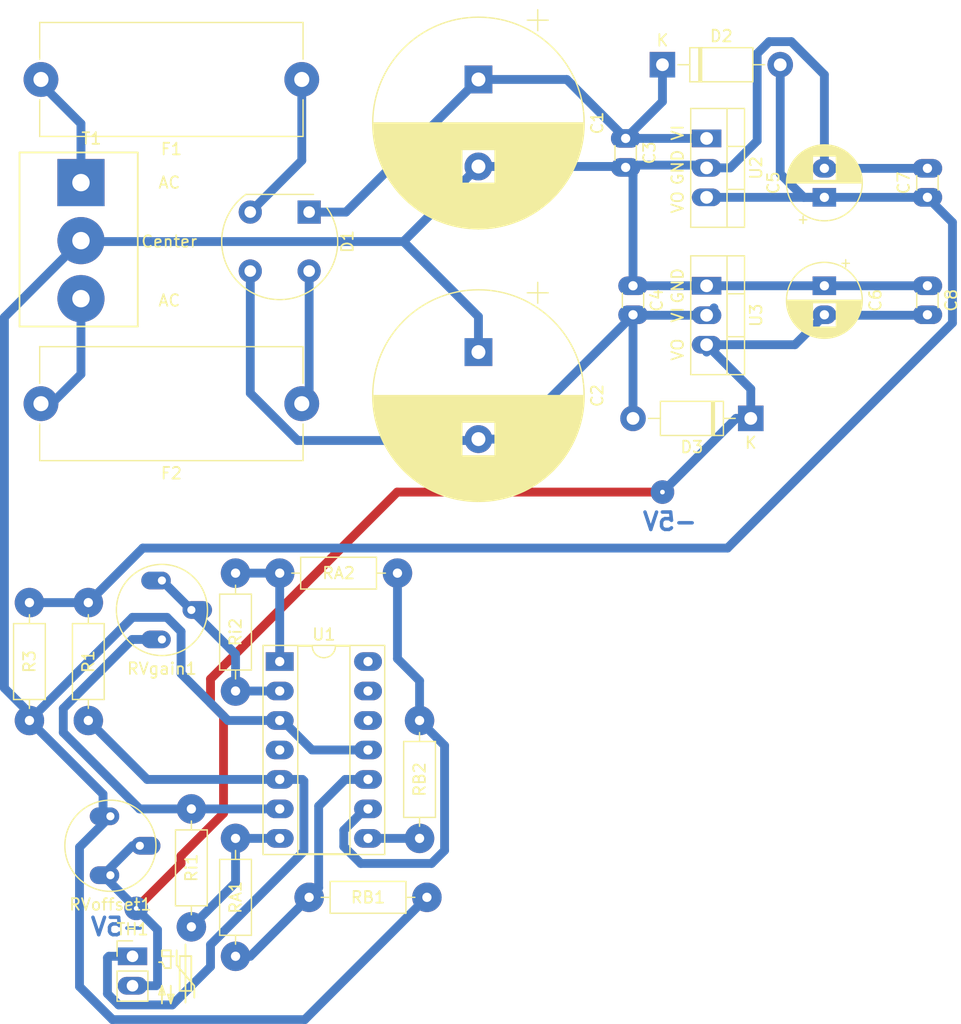
<source format=kicad_pcb>
(kicad_pcb (version 20171130) (host pcbnew 5.1.10-88a1d61d58~90~ubuntu20.04.1)

  (general
    (thickness 1.6)
    (drawings 2)
    (tracks 150)
    (zones 0)
    (modules 28)
    (nets 19)
  )

  (page A4)
  (layers
    (0 F.Cu signal)
    (31 B.Cu signal)
    (32 B.Adhes user)
    (33 F.Adhes user)
    (34 B.Paste user)
    (35 F.Paste user)
    (36 B.SilkS user)
    (37 F.SilkS user)
    (38 B.Mask user)
    (39 F.Mask user)
    (40 Dwgs.User user)
    (41 Cmts.User user)
    (42 Eco1.User user)
    (43 Eco2.User user)
    (44 Edge.Cuts user)
    (45 Margin user)
    (46 B.CrtYd user)
    (47 F.CrtYd user)
    (48 B.Fab user)
    (49 F.Fab user)
  )

  (setup
    (last_trace_width 0.762)
    (trace_clearance 0.508)
    (zone_clearance 0.508)
    (zone_45_only no)
    (trace_min 0.2)
    (via_size 2.032)
    (via_drill 0.4)
    (via_min_size 0.4)
    (via_min_drill 0.3)
    (uvia_size 2.032)
    (uvia_drill 0.1)
    (uvias_allowed no)
    (uvia_min_size 0.2)
    (uvia_min_drill 0.1)
    (edge_width 0.05)
    (segment_width 0.2)
    (pcb_text_width 0.3)
    (pcb_text_size 1.5 1.5)
    (mod_edge_width 0.12)
    (mod_text_size 1 1)
    (mod_text_width 0.15)
    (pad_size 1.524 1.524)
    (pad_drill 0.762)
    (pad_to_mask_clearance 0)
    (aux_axis_origin 0 0)
    (visible_elements FFFFFF7F)
    (pcbplotparams
      (layerselection 0x010fc_ffffffff)
      (usegerberextensions false)
      (usegerberattributes true)
      (usegerberadvancedattributes true)
      (creategerberjobfile true)
      (excludeedgelayer true)
      (linewidth 0.100000)
      (plotframeref false)
      (viasonmask false)
      (mode 1)
      (useauxorigin false)
      (hpglpennumber 1)
      (hpglpenspeed 20)
      (hpglpendiameter 15.000000)
      (psnegative false)
      (psa4output false)
      (plotreference true)
      (plotvalue true)
      (plotinvisibletext false)
      (padsonsilk false)
      (subtractmaskfromsilk false)
      (outputformat 1)
      (mirror false)
      (drillshape 1)
      (scaleselection 1)
      (outputdirectory ""))
  )

  (net 0 "")
  (net 1 "Net-(R1-Pad2)")
  (net 2 +5V)
  (net 3 GND)
  (net 4 "Net-(RA1-Pad2)")
  (net 5 "Net-(RA1-Pad1)")
  (net 6 "Net-(RA2-Pad2)")
  (net 7 "Net-(RA2-Pad1)")
  (net 8 TempRaw)
  (net 9 "Net-(RVgain1-Pad3)")
  (net 10 "Net-(RVgain1-Pad1)")
  (net 11 +12V)
  (net 12 -5V)
  (net 13 "Net-(C1-Pad1)")
  (net 14 "Net-(C2-Pad2)")
  (net 15 "Net-(D1-Pad4)")
  (net 16 "Net-(F1-Pad2)")
  (net 17 "Net-(F2-Pad2)")
  (net 18 "Net-(D1-Pad2)")

  (net_class Default "This is the default net class."
    (clearance 0.508)
    (trace_width 0.762)
    (via_dia 2.032)
    (via_drill 0.4)
    (uvia_dia 2.032)
    (uvia_drill 0.1)
    (add_net +12V)
    (add_net +5V)
    (add_net -5V)
    (add_net GND)
    (add_net "Net-(C1-Pad1)")
    (add_net "Net-(C2-Pad2)")
    (add_net "Net-(D1-Pad2)")
    (add_net "Net-(D1-Pad4)")
    (add_net "Net-(F1-Pad2)")
    (add_net "Net-(F2-Pad2)")
    (add_net "Net-(R1-Pad2)")
    (add_net "Net-(RA1-Pad1)")
    (add_net "Net-(RA1-Pad2)")
    (add_net "Net-(RA2-Pad1)")
    (add_net "Net-(RA2-Pad2)")
    (add_net "Net-(RVgain1-Pad1)")
    (add_net "Net-(RVgain1-Pad3)")
    (add_net TempRaw)
  )

  (module Diode_THT:Diode_Bridge_Round_D9.8mm (layer F.Cu) (tedit 5A142105) (tstamp 61596939)
    (at 51.435 31.75 270)
    (descr "4-lead round diode bridge package, diameter 9.8mm, pin pitch 5.08mm, see http://www.vishay.com/docs/88769/woo5g.pdf")
    (tags "diode bridge 9.8mm WOG pitch 5.08mm")
    (path /618970EA)
    (fp_text reference D1 (at 2.54 -3.302 90) (layer F.SilkS)
      (effects (font (size 1 1) (thickness 0.15)))
    )
    (fp_text value D_Bridge_+A-A (at 2.6035 8.509 90) (layer F.Fab)
      (effects (font (size 1 1) (thickness 0.15)))
    )
    (fp_arc (start 2.54 2.54) (end -1.4 -0.38) (angle 287) (layer F.Fab) (width 0.12))
    (fp_arc (start 2.54 2.54) (end -0.381 -1.524) (angle 270) (layer F.SilkS) (width 0.12))
    (fp_text user %R (at 3.81 2.54 90) (layer F.Fab)
      (effects (font (size 1 1) (thickness 0.15)))
    )
    (fp_line (start -1.524 -0.381) (end -1.524 5.461) (layer F.SilkS) (width 0.12))
    (fp_line (start -1.397 5.461) (end -1.397 -0.381) (layer F.Fab) (width 0.12))
    (fp_line (start -1.65 -2.61) (end 7.7 -2.61) (layer F.CrtYd) (width 0.05))
    (fp_line (start -1.65 -2.61) (end -1.65 7.7) (layer F.CrtYd) (width 0.05))
    (fp_line (start 7.7 7.7) (end 7.7 -2.61) (layer F.CrtYd) (width 0.05))
    (fp_line (start 7.7 7.7) (end -1.65 7.7) (layer F.CrtYd) (width 0.05))
    (pad 1 thru_hole rect (at 0 0 270) (size 2 2) (drill 1) (layers *.Cu *.Mask)
      (net 13 "Net-(C1-Pad1)"))
    (pad 3 thru_hole oval (at 5.08 5.08 270) (size 2 2) (drill 1) (layers *.Cu *.Mask)
      (net 14 "Net-(C2-Pad2)"))
    (pad 2 thru_hole oval (at 0 5.08 270) (size 2 2) (drill 1) (layers *.Cu *.Mask)
      (net 18 "Net-(D1-Pad2)"))
    (pad 4 thru_hole oval (at 5.08 0 270) (size 2 2) (drill 1) (layers *.Cu *.Mask)
      (net 15 "Net-(D1-Pad4)"))
    (model ${KISYS3DMOD}/Diode_THT.3dshapes/Diode_Bridge_Round_D9.8mm.wrl
      (at (xyz 0 0 0))
      (scale (xyz 1 1 1))
      (rotate (xyz 0 0 0))
    )
  )

  (module My_Parts:LM7905_TO-220-3_Vertical_larger (layer F.Cu) (tedit 6158E306) (tstamp 615931F7)
    (at 85.725 38.1 270)
    (descr "TO-220-3, Vertical, RM 2.54mm, see https://www.vishay.com/docs/66542/to-220-1.pdf")
    (tags "TO-220-3 Vertical RM 2.54mm")
    (path /6172737D)
    (fp_text reference U3 (at 2.54 -4.27 90) (layer F.SilkS)
      (effects (font (size 1 1) (thickness 0.15)))
    )
    (fp_text value L7905 (at 2 -6 90) (layer F.Fab) hide
      (effects (font (size 1 1) (thickness 0.15)))
    )
    (fp_text user VO (at 5.5 2.5 90) (layer F.SilkS)
      (effects (font (size 1 1) (thickness 0.15)))
    )
    (fp_text user GND (at 0 2.5 90) (layer F.SilkS)
      (effects (font (size 1 1) (thickness 0.15)))
    )
    (fp_text user VI (at 2.5 2.5 90) (layer F.SilkS)
      (effects (font (size 1 1) (thickness 0.15)))
    )
    (fp_text user %R (at 2.54 -4.27 90) (layer F.Fab)
      (effects (font (size 1 1) (thickness 0.15)))
    )
    (fp_line (start -2.46 -3.15) (end -2.46 1.25) (layer F.Fab) (width 0.1))
    (fp_line (start -2.46 1.25) (end 7.54 1.25) (layer F.Fab) (width 0.1))
    (fp_line (start 7.54 1.25) (end 7.54 -3.15) (layer F.Fab) (width 0.1))
    (fp_line (start 7.54 -3.15) (end -2.46 -3.15) (layer F.Fab) (width 0.1))
    (fp_line (start -2.46 -1.88) (end 7.54 -1.88) (layer F.Fab) (width 0.1))
    (fp_line (start 0.69 -3.15) (end 0.69 -1.88) (layer F.Fab) (width 0.1))
    (fp_line (start 4.39 -3.15) (end 4.39 -1.88) (layer F.Fab) (width 0.1))
    (fp_line (start -2.58 -3.27) (end 7.66 -3.27) (layer F.SilkS) (width 0.12))
    (fp_line (start -2.58 1.371) (end 7.66 1.371) (layer F.SilkS) (width 0.12))
    (fp_line (start -2.58 -3.27) (end -2.58 1.371) (layer F.SilkS) (width 0.12))
    (fp_line (start 7.66 -3.27) (end 7.66 1.371) (layer F.SilkS) (width 0.12))
    (fp_line (start -2.58 -1.76) (end 7.66 -1.76) (layer F.SilkS) (width 0.12))
    (fp_line (start 0.69 -3.27) (end 0.69 -1.76) (layer F.SilkS) (width 0.12))
    (fp_line (start 4.391 -3.27) (end 4.391 -1.76) (layer F.SilkS) (width 0.12))
    (fp_line (start -2.71 -3.4) (end -2.71 1.51) (layer F.CrtYd) (width 0.05))
    (fp_line (start -2.71 1.51) (end 7.79 1.51) (layer F.CrtYd) (width 0.05))
    (fp_line (start 7.79 1.51) (end 7.79 -3.4) (layer F.CrtYd) (width 0.05))
    (fp_line (start 7.79 -3.4) (end -2.71 -3.4) (layer F.CrtYd) (width 0.05))
    (pad 3 thru_hole oval (at 5.08 0 270) (size 1.524 2.54) (drill 1.1) (layers *.Cu *.Mask)
      (net 12 -5V))
    (pad 2 thru_hole oval (at 2.54 0 270) (size 1.524 2.54) (drill 1.1) (layers *.Cu *.Mask)
      (net 14 "Net-(C2-Pad2)"))
    (pad 1 thru_hole rect (at 0 0 270) (size 1.524 2.54) (drill 1.1) (layers *.Cu *.Mask)
      (net 3 GND))
    (model ${KISYS3DMOD}/Package_TO_SOT_THT.3dshapes/TO-220-3_Vertical.wrl
      (at (xyz 0 0 0))
      (scale (xyz 1 1 1))
      (rotate (xyz 0 0 0))
    )
  )

  (module My_Parts:LM7805_TO-220-3_Vertical_larger (layer F.Cu) (tedit 6021AD5C) (tstamp 615931DA)
    (at 85.725 25.4 270)
    (descr "TO-220-3, Vertical, RM 2.54mm, see https://www.vishay.com/docs/66542/to-220-1.pdf")
    (tags "TO-220-3 Vertical RM 2.54mm")
    (path /61726627)
    (fp_text reference U2 (at 2.54 -4.27 90) (layer F.SilkS)
      (effects (font (size 1 1) (thickness 0.15)))
    )
    (fp_text value L7805 (at 2 -6 90) (layer F.Fab) hide
      (effects (font (size 1 1) (thickness 0.15)))
    )
    (fp_text user VO (at 5.5 2.5 90) (layer F.SilkS)
      (effects (font (size 1 1) (thickness 0.15)))
    )
    (fp_text user GND (at 2.5 2.5 90) (layer F.SilkS)
      (effects (font (size 1 1) (thickness 0.15)))
    )
    (fp_text user VI (at -0.5 2.5 90) (layer F.SilkS)
      (effects (font (size 1 1) (thickness 0.15)))
    )
    (fp_text user %R (at 2.54 -4.27 90) (layer F.Fab)
      (effects (font (size 1 1) (thickness 0.15)))
    )
    (fp_line (start 7.79 -3.4) (end -2.71 -3.4) (layer F.CrtYd) (width 0.05))
    (fp_line (start 7.79 1.51) (end 7.79 -3.4) (layer F.CrtYd) (width 0.05))
    (fp_line (start -2.71 1.51) (end 7.79 1.51) (layer F.CrtYd) (width 0.05))
    (fp_line (start -2.71 -3.4) (end -2.71 1.51) (layer F.CrtYd) (width 0.05))
    (fp_line (start 4.391 -3.27) (end 4.391 -1.76) (layer F.SilkS) (width 0.12))
    (fp_line (start 0.69 -3.27) (end 0.69 -1.76) (layer F.SilkS) (width 0.12))
    (fp_line (start -2.58 -1.76) (end 7.66 -1.76) (layer F.SilkS) (width 0.12))
    (fp_line (start 7.66 -3.27) (end 7.66 1.371) (layer F.SilkS) (width 0.12))
    (fp_line (start -2.58 -3.27) (end -2.58 1.371) (layer F.SilkS) (width 0.12))
    (fp_line (start -2.58 1.371) (end 7.66 1.371) (layer F.SilkS) (width 0.12))
    (fp_line (start -2.58 -3.27) (end 7.66 -3.27) (layer F.SilkS) (width 0.12))
    (fp_line (start 4.39 -3.15) (end 4.39 -1.88) (layer F.Fab) (width 0.1))
    (fp_line (start 0.69 -3.15) (end 0.69 -1.88) (layer F.Fab) (width 0.1))
    (fp_line (start -2.46 -1.88) (end 7.54 -1.88) (layer F.Fab) (width 0.1))
    (fp_line (start 7.54 -3.15) (end -2.46 -3.15) (layer F.Fab) (width 0.1))
    (fp_line (start 7.54 1.25) (end 7.54 -3.15) (layer F.Fab) (width 0.1))
    (fp_line (start -2.46 1.25) (end 7.54 1.25) (layer F.Fab) (width 0.1))
    (fp_line (start -2.46 -3.15) (end -2.46 1.25) (layer F.Fab) (width 0.1))
    (pad 3 thru_hole oval (at 5.08 0 270) (size 1.524 2.54) (drill 1.1) (layers *.Cu *.Mask)
      (net 2 +5V))
    (pad 2 thru_hole oval (at 2.54 0 270) (size 1.524 2.54) (drill 1.1) (layers *.Cu *.Mask)
      (net 3 GND))
    (pad 1 thru_hole rect (at 0 0 270) (size 1.524 2.54) (drill 1.1) (layers *.Cu *.Mask)
      (net 13 "Net-(C1-Pad1)"))
    (model ${KISYS3DMOD}/Package_TO_SOT_THT.3dshapes/TO-220-3_Vertical.wrl
      (at (xyz 0 0 0))
      (scale (xyz 1 1 1))
      (rotate (xyz 0 0 0))
    )
  )

  (module My_Parts:3-pole_screw_terminal_2_x_XV_input (layer F.Cu) (tedit 6158E3B9) (tstamp 61593115)
    (at 31.75 29.21)
    (path /6186638F)
    (fp_text reference T1 (at 0.9 -3.8) (layer F.SilkS)
      (effects (font (size 1 1) (thickness 0.15)))
    )
    (fp_text value Transformer_dual_secondary_center_common (at 0.9 -5.3) (layer F.Fab) hide
      (effects (font (size 1 1) (thickness 0.15)))
    )
    (fp_text user AC (at 7.62 10.16) (layer F.SilkS)
      (effects (font (size 1 1) (thickness 0.15)))
    )
    (fp_text user Center (at 7.62 5.08) (layer F.SilkS)
      (effects (font (size 1 1) (thickness 0.15)))
    )
    (fp_text user AC (at 7.62 0) (layer F.SilkS)
      (effects (font (size 1 1) (thickness 0.15)))
    )
    (fp_line (start -5.3 -2.6) (end 4.9 -2.6) (layer F.SilkS) (width 0.15))
    (fp_line (start -5.3 12.4) (end -5.3 -2.6) (layer F.SilkS) (width 0.15))
    (fp_line (start 4.9 12.4) (end -5.3 12.4) (layer F.SilkS) (width 0.15))
    (fp_line (start 4.9 -2.6) (end 4.9 12.4) (layer F.SilkS) (width 0.15))
    (pad 3 thru_hole circle (at 0 10) (size 4.064 4.064) (drill 1.5) (layers *.Cu *.Mask)
      (net 17 "Net-(F2-Pad2)"))
    (pad 2 thru_hole circle (at 0 5) (size 4.064 4.064) (drill 1.5) (layers *.Cu *.Mask)
      (net 3 GND))
    (pad 1 thru_hole rect (at 0 0) (size 4.064 4.064) (drill 1.5) (layers *.Cu *.Mask)
      (net 16 "Net-(F1-Pad2)"))
  )

  (module My_Misc:Fuseholder_Cylinder-5x20mm_Schurter_0031_8201_Horizontal_Open_large (layer F.Cu) (tedit 5D717D34) (tstamp 61592F67)
    (at 50.8 48.26 180)
    (descr "Fuseholder horizontal open, 5x20mm, 500V, 16A, Schurter 0031.8201, https://us.schurter.com/bundles/snceschurter/epim/_ProdPool_/newDS/en/typ_OGN.pdf")
    (tags "Fuseholder horizontal open 5x20 Schurter 0031.8201")
    (path /6180506A)
    (fp_text reference F2 (at 11.25 -6) (layer F.SilkS)
      (effects (font (size 1 1) (thickness 0.15)))
    )
    (fp_text value Fuse (at 11.25 6) (layer F.Fab)
      (effects (font (size 1 1) (thickness 0.15)))
    )
    (fp_text user %R (at 11.25 4) (layer F.Fab)
      (effects (font (size 1 1) (thickness 0.15)))
    )
    (fp_line (start -0.11 4.91) (end -0.11 1.75) (layer F.SilkS) (width 0.12))
    (fp_line (start 24.25 -5.05) (end 24.25 5.05) (layer F.CrtYd) (width 0.05))
    (fp_line (start -0.11 4.91) (end 22.61 4.91) (layer F.SilkS) (width 0.12))
    (fp_line (start -1.75 -5.05) (end 24.25 -5.05) (layer F.CrtYd) (width 0.05))
    (fp_line (start 24.25 5.05) (end -1.75 5.05) (layer F.CrtYd) (width 0.05))
    (fp_line (start -0.11 -4.91) (end 22.61 -4.91) (layer F.SilkS) (width 0.12))
    (fp_line (start -0.11 -1.75) (end -0.11 -4.91) (layer F.SilkS) (width 0.12))
    (fp_line (start 22.61 -1.75) (end 22.61 -4.91) (layer F.SilkS) (width 0.12))
    (fp_line (start 22.61 4.91) (end 22.61 1.75) (layer F.SilkS) (width 0.12))
    (fp_line (start -1.75 5.05) (end -1.75 -5.05) (layer F.CrtYd) (width 0.05))
    (fp_line (start 22.5 -4.8) (end 0 -4.8) (layer F.Fab) (width 0.1))
    (fp_line (start 22.5 4.8) (end 22.5 -4.8) (layer F.Fab) (width 0.1))
    (fp_line (start 0 4.8) (end 22.5 4.8) (layer F.Fab) (width 0.1))
    (fp_line (start 0 -4.8) (end 0 4.8) (layer F.Fab) (width 0.1))
    (pad "" np_thru_hole circle (at 11.25 0 180) (size 2.7 2.7) (drill 2.7) (layers *.Cu *.Mask))
    (pad 2 thru_hole circle (at 22.5 0 180) (size 3 3) (drill 1.3) (layers *.Cu *.Mask)
      (net 17 "Net-(F2-Pad2)"))
    (pad 1 thru_hole circle (at 0 0 180) (size 3 3) (drill 1.3) (layers *.Cu *.Mask)
      (net 15 "Net-(D1-Pad4)"))
    (model ${KISYS3DMOD}/Fuse.3dshapes/Fuseholder_Cylinder-5x20mm_Schurter_0031_8201_Horizontal_Open.wrl
      (at (xyz 0 0 0))
      (scale (xyz 1 1 1))
      (rotate (xyz 0 0 0))
    )
  )

  (module My_Misc:Fuseholder_Cylinder-5x20mm_Schurter_0031_8201_Horizontal_Open_large (layer F.Cu) (tedit 5D717D34) (tstamp 61592F51)
    (at 50.8 20.32 180)
    (descr "Fuseholder horizontal open, 5x20mm, 500V, 16A, Schurter 0031.8201, https://us.schurter.com/bundles/snceschurter/epim/_ProdPool_/newDS/en/typ_OGN.pdf")
    (tags "Fuseholder horizontal open 5x20 Schurter 0031.8201")
    (path /618048C2)
    (fp_text reference F1 (at 11.25 -6) (layer F.SilkS)
      (effects (font (size 1 1) (thickness 0.15)))
    )
    (fp_text value Fuse (at 11.25 6) (layer F.Fab)
      (effects (font (size 1 1) (thickness 0.15)))
    )
    (fp_text user %R (at 11.25 4) (layer F.Fab)
      (effects (font (size 1 1) (thickness 0.15)))
    )
    (fp_line (start -0.11 4.91) (end -0.11 1.75) (layer F.SilkS) (width 0.12))
    (fp_line (start 24.25 -5.05) (end 24.25 5.05) (layer F.CrtYd) (width 0.05))
    (fp_line (start -0.11 4.91) (end 22.61 4.91) (layer F.SilkS) (width 0.12))
    (fp_line (start -1.75 -5.05) (end 24.25 -5.05) (layer F.CrtYd) (width 0.05))
    (fp_line (start 24.25 5.05) (end -1.75 5.05) (layer F.CrtYd) (width 0.05))
    (fp_line (start -0.11 -4.91) (end 22.61 -4.91) (layer F.SilkS) (width 0.12))
    (fp_line (start -0.11 -1.75) (end -0.11 -4.91) (layer F.SilkS) (width 0.12))
    (fp_line (start 22.61 -1.75) (end 22.61 -4.91) (layer F.SilkS) (width 0.12))
    (fp_line (start 22.61 4.91) (end 22.61 1.75) (layer F.SilkS) (width 0.12))
    (fp_line (start -1.75 5.05) (end -1.75 -5.05) (layer F.CrtYd) (width 0.05))
    (fp_line (start 22.5 -4.8) (end 0 -4.8) (layer F.Fab) (width 0.1))
    (fp_line (start 22.5 4.8) (end 22.5 -4.8) (layer F.Fab) (width 0.1))
    (fp_line (start 0 4.8) (end 22.5 4.8) (layer F.Fab) (width 0.1))
    (fp_line (start 0 -4.8) (end 0 4.8) (layer F.Fab) (width 0.1))
    (pad "" np_thru_hole circle (at 11.25 0 180) (size 2.7 2.7) (drill 2.7) (layers *.Cu *.Mask))
    (pad 2 thru_hole circle (at 22.5 0 180) (size 3 3) (drill 1.3) (layers *.Cu *.Mask)
      (net 16 "Net-(F1-Pad2)"))
    (pad 1 thru_hole circle (at 0 0 180) (size 3 3) (drill 1.3) (layers *.Cu *.Mask)
      (net 18 "Net-(D1-Pad2)"))
    (model ${KISYS3DMOD}/Fuse.3dshapes/Fuseholder_Cylinder-5x20mm_Schurter_0031_8201_Horizontal_Open.wrl
      (at (xyz 0 0 0))
      (scale (xyz 1 1 1))
      (rotate (xyz 0 0 0))
    )
  )

  (module Diode_THT:D_DO-41_SOD81_P10.16mm_Horizontal (layer F.Cu) (tedit 5AE50CD5) (tstamp 61592F3B)
    (at 89.535 49.53 180)
    (descr "Diode, DO-41_SOD81 series, Axial, Horizontal, pin pitch=10.16mm, , length*diameter=5.2*2.7mm^2, , http://www.diodes.com/_files/packages/DO-41%20(Plastic).pdf")
    (tags "Diode DO-41_SOD81 series Axial Horizontal pin pitch 10.16mm  length 5.2mm diameter 2.7mm")
    (path /61824871)
    (fp_text reference D3 (at 5.08 -2.47) (layer F.SilkS)
      (effects (font (size 1 1) (thickness 0.15)))
    )
    (fp_text value 1N4001 (at 5.08 2.47) (layer F.Fab)
      (effects (font (size 1 1) (thickness 0.15)))
    )
    (fp_text user K (at 0 -2.1) (layer F.SilkS)
      (effects (font (size 1 1) (thickness 0.15)))
    )
    (fp_text user K (at 0 -2.1) (layer F.Fab)
      (effects (font (size 1 1) (thickness 0.15)))
    )
    (fp_text user %R (at 5.47 0) (layer F.Fab)
      (effects (font (size 1 1) (thickness 0.15)))
    )
    (fp_line (start 2.48 -1.35) (end 2.48 1.35) (layer F.Fab) (width 0.1))
    (fp_line (start 2.48 1.35) (end 7.68 1.35) (layer F.Fab) (width 0.1))
    (fp_line (start 7.68 1.35) (end 7.68 -1.35) (layer F.Fab) (width 0.1))
    (fp_line (start 7.68 -1.35) (end 2.48 -1.35) (layer F.Fab) (width 0.1))
    (fp_line (start 0 0) (end 2.48 0) (layer F.Fab) (width 0.1))
    (fp_line (start 10.16 0) (end 7.68 0) (layer F.Fab) (width 0.1))
    (fp_line (start 3.26 -1.35) (end 3.26 1.35) (layer F.Fab) (width 0.1))
    (fp_line (start 3.36 -1.35) (end 3.36 1.35) (layer F.Fab) (width 0.1))
    (fp_line (start 3.16 -1.35) (end 3.16 1.35) (layer F.Fab) (width 0.1))
    (fp_line (start 2.36 -1.47) (end 2.36 1.47) (layer F.SilkS) (width 0.12))
    (fp_line (start 2.36 1.47) (end 7.8 1.47) (layer F.SilkS) (width 0.12))
    (fp_line (start 7.8 1.47) (end 7.8 -1.47) (layer F.SilkS) (width 0.12))
    (fp_line (start 7.8 -1.47) (end 2.36 -1.47) (layer F.SilkS) (width 0.12))
    (fp_line (start 1.34 0) (end 2.36 0) (layer F.SilkS) (width 0.12))
    (fp_line (start 8.82 0) (end 7.8 0) (layer F.SilkS) (width 0.12))
    (fp_line (start 3.26 -1.47) (end 3.26 1.47) (layer F.SilkS) (width 0.12))
    (fp_line (start 3.38 -1.47) (end 3.38 1.47) (layer F.SilkS) (width 0.12))
    (fp_line (start 3.14 -1.47) (end 3.14 1.47) (layer F.SilkS) (width 0.12))
    (fp_line (start -1.35 -1.6) (end -1.35 1.6) (layer F.CrtYd) (width 0.05))
    (fp_line (start -1.35 1.6) (end 11.51 1.6) (layer F.CrtYd) (width 0.05))
    (fp_line (start 11.51 1.6) (end 11.51 -1.6) (layer F.CrtYd) (width 0.05))
    (fp_line (start 11.51 -1.6) (end -1.35 -1.6) (layer F.CrtYd) (width 0.05))
    (pad 2 thru_hole oval (at 10.16 0 180) (size 2.2 2.2) (drill 1.1) (layers *.Cu *.Mask)
      (net 14 "Net-(C2-Pad2)"))
    (pad 1 thru_hole rect (at 0 0 180) (size 2.2 2.2) (drill 1.1) (layers *.Cu *.Mask)
      (net 12 -5V))
    (model ${KISYS3DMOD}/Diode_THT.3dshapes/D_DO-41_SOD81_P10.16mm_Horizontal.wrl
      (at (xyz 0 0 0))
      (scale (xyz 1 1 1))
      (rotate (xyz 0 0 0))
    )
  )

  (module Diode_THT:D_DO-41_SOD81_P10.16mm_Horizontal (layer F.Cu) (tedit 5AE50CD5) (tstamp 61592F1C)
    (at 81.915 19.05)
    (descr "Diode, DO-41_SOD81 series, Axial, Horizontal, pin pitch=10.16mm, , length*diameter=5.2*2.7mm^2, , http://www.diodes.com/_files/packages/DO-41%20(Plastic).pdf")
    (tags "Diode DO-41_SOD81 series Axial Horizontal pin pitch 10.16mm  length 5.2mm diameter 2.7mm")
    (path /618241AC)
    (fp_text reference D2 (at 5.08 -2.47) (layer F.SilkS)
      (effects (font (size 1 1) (thickness 0.15)))
    )
    (fp_text value 1N4001 (at 5.08 2.47) (layer F.Fab)
      (effects (font (size 1 1) (thickness 0.15)))
    )
    (fp_text user K (at 0 -2.1) (layer F.SilkS)
      (effects (font (size 1 1) (thickness 0.15)))
    )
    (fp_text user K (at 0 -2.1) (layer F.Fab)
      (effects (font (size 1 1) (thickness 0.15)))
    )
    (fp_text user %R (at 5.47 0) (layer F.Fab)
      (effects (font (size 1 1) (thickness 0.15)))
    )
    (fp_line (start 2.48 -1.35) (end 2.48 1.35) (layer F.Fab) (width 0.1))
    (fp_line (start 2.48 1.35) (end 7.68 1.35) (layer F.Fab) (width 0.1))
    (fp_line (start 7.68 1.35) (end 7.68 -1.35) (layer F.Fab) (width 0.1))
    (fp_line (start 7.68 -1.35) (end 2.48 -1.35) (layer F.Fab) (width 0.1))
    (fp_line (start 0 0) (end 2.48 0) (layer F.Fab) (width 0.1))
    (fp_line (start 10.16 0) (end 7.68 0) (layer F.Fab) (width 0.1))
    (fp_line (start 3.26 -1.35) (end 3.26 1.35) (layer F.Fab) (width 0.1))
    (fp_line (start 3.36 -1.35) (end 3.36 1.35) (layer F.Fab) (width 0.1))
    (fp_line (start 3.16 -1.35) (end 3.16 1.35) (layer F.Fab) (width 0.1))
    (fp_line (start 2.36 -1.47) (end 2.36 1.47) (layer F.SilkS) (width 0.12))
    (fp_line (start 2.36 1.47) (end 7.8 1.47) (layer F.SilkS) (width 0.12))
    (fp_line (start 7.8 1.47) (end 7.8 -1.47) (layer F.SilkS) (width 0.12))
    (fp_line (start 7.8 -1.47) (end 2.36 -1.47) (layer F.SilkS) (width 0.12))
    (fp_line (start 1.34 0) (end 2.36 0) (layer F.SilkS) (width 0.12))
    (fp_line (start 8.82 0) (end 7.8 0) (layer F.SilkS) (width 0.12))
    (fp_line (start 3.26 -1.47) (end 3.26 1.47) (layer F.SilkS) (width 0.12))
    (fp_line (start 3.38 -1.47) (end 3.38 1.47) (layer F.SilkS) (width 0.12))
    (fp_line (start 3.14 -1.47) (end 3.14 1.47) (layer F.SilkS) (width 0.12))
    (fp_line (start -1.35 -1.6) (end -1.35 1.6) (layer F.CrtYd) (width 0.05))
    (fp_line (start -1.35 1.6) (end 11.51 1.6) (layer F.CrtYd) (width 0.05))
    (fp_line (start 11.51 1.6) (end 11.51 -1.6) (layer F.CrtYd) (width 0.05))
    (fp_line (start 11.51 -1.6) (end -1.35 -1.6) (layer F.CrtYd) (width 0.05))
    (pad 2 thru_hole oval (at 10.16 0) (size 2.2 2.2) (drill 1.1) (layers *.Cu *.Mask)
      (net 2 +5V))
    (pad 1 thru_hole rect (at 0 0) (size 2.2 2.2) (drill 1.1) (layers *.Cu *.Mask)
      (net 13 "Net-(C1-Pad1)"))
    (model ${KISYS3DMOD}/Diode_THT.3dshapes/D_DO-41_SOD81_P10.16mm_Horizontal.wrl
      (at (xyz 0 0 0))
      (scale (xyz 1 1 1))
      (rotate (xyz 0 0 0))
    )
  )

  (module My_Misc:C_Disc_D3.0mm_W1.6mm_P2.50mm_larg (layer F.Cu) (tedit 6022DF2D) (tstamp 61592EEC)
    (at 104.775 38.1 270)
    (descr "C, Disc series, Radial, pin pitch=2.50mm, , diameter*width=3.0*1.6mm^2, Capacitor, http://www.vishay.com/docs/45233/krseries.pdf")
    (tags "C Disc series Radial pin pitch 2.50mm  diameter 3.0mm width 1.6mm Capacitor")
    (path /6178805B)
    (fp_text reference C8 (at 1.25 -2.05 90) (layer F.SilkS)
      (effects (font (size 1 1) (thickness 0.15)))
    )
    (fp_text value 0.1u (at 1.25 2.05 90) (layer F.Fab)
      (effects (font (size 1 1) (thickness 0.15)))
    )
    (fp_text user %R (at 1.25 0 90) (layer F.Fab)
      (effects (font (size 0.6 0.6) (thickness 0.09)))
    )
    (fp_line (start 3.55 -1.05) (end -1.05 -1.05) (layer F.CrtYd) (width 0.05))
    (fp_line (start 3.55 1.05) (end 3.55 -1.05) (layer F.CrtYd) (width 0.05))
    (fp_line (start -1.05 1.05) (end 3.55 1.05) (layer F.CrtYd) (width 0.05))
    (fp_line (start -1.05 -1.05) (end -1.05 1.05) (layer F.CrtYd) (width 0.05))
    (fp_line (start 0.621 0.92) (end 1.879 0.92) (layer F.SilkS) (width 0.12))
    (fp_line (start 0.621 -0.92) (end 1.879 -0.92) (layer F.SilkS) (width 0.12))
    (fp_line (start 2.75 -0.8) (end -0.25 -0.8) (layer F.Fab) (width 0.1))
    (fp_line (start 2.75 0.8) (end 2.75 -0.8) (layer F.Fab) (width 0.1))
    (fp_line (start -0.25 0.8) (end 2.75 0.8) (layer F.Fab) (width 0.1))
    (fp_line (start -0.25 -0.8) (end -0.25 0.8) (layer F.Fab) (width 0.1))
    (pad 2 thru_hole oval (at 2.5 0 270) (size 1.6 2.54) (drill 0.8) (layers *.Cu *.Mask)
      (net 12 -5V))
    (pad 1 thru_hole oval (at 0 0 270) (size 1.6 2.54) (drill 0.8) (layers *.Cu *.Mask)
      (net 3 GND))
    (model ${KISYS3DMOD}/Capacitor_THT.3dshapes/C_Disc_D3.0mm_W1.6mm_P2.50mm.wrl
      (at (xyz 0 0 0))
      (scale (xyz 1 1 1))
      (rotate (xyz 0 0 0))
    )
  )

  (module My_Misc:C_Disc_D3.0mm_W1.6mm_P2.50mm_larg (layer F.Cu) (tedit 6022DF2D) (tstamp 61592EDB)
    (at 104.775 30.48 90)
    (descr "C, Disc series, Radial, pin pitch=2.50mm, , diameter*width=3.0*1.6mm^2, Capacitor, http://www.vishay.com/docs/45233/krseries.pdf")
    (tags "C Disc series Radial pin pitch 2.50mm  diameter 3.0mm width 1.6mm Capacitor")
    (path /61785045)
    (fp_text reference C7 (at 1.25 -2.05 90) (layer F.SilkS)
      (effects (font (size 1 1) (thickness 0.15)))
    )
    (fp_text value 0.1u (at 1.25 2.05 90) (layer F.Fab)
      (effects (font (size 1 1) (thickness 0.15)))
    )
    (fp_text user %R (at 1.25 0 90) (layer F.Fab)
      (effects (font (size 0.6 0.6) (thickness 0.09)))
    )
    (fp_line (start 3.55 -1.05) (end -1.05 -1.05) (layer F.CrtYd) (width 0.05))
    (fp_line (start 3.55 1.05) (end 3.55 -1.05) (layer F.CrtYd) (width 0.05))
    (fp_line (start -1.05 1.05) (end 3.55 1.05) (layer F.CrtYd) (width 0.05))
    (fp_line (start -1.05 -1.05) (end -1.05 1.05) (layer F.CrtYd) (width 0.05))
    (fp_line (start 0.621 0.92) (end 1.879 0.92) (layer F.SilkS) (width 0.12))
    (fp_line (start 0.621 -0.92) (end 1.879 -0.92) (layer F.SilkS) (width 0.12))
    (fp_line (start 2.75 -0.8) (end -0.25 -0.8) (layer F.Fab) (width 0.1))
    (fp_line (start 2.75 0.8) (end 2.75 -0.8) (layer F.Fab) (width 0.1))
    (fp_line (start -0.25 0.8) (end 2.75 0.8) (layer F.Fab) (width 0.1))
    (fp_line (start -0.25 -0.8) (end -0.25 0.8) (layer F.Fab) (width 0.1))
    (pad 2 thru_hole oval (at 2.5 0 90) (size 1.6 2.54) (drill 0.8) (layers *.Cu *.Mask)
      (net 3 GND))
    (pad 1 thru_hole oval (at 0 0 90) (size 1.6 2.54) (drill 0.8) (layers *.Cu *.Mask)
      (net 2 +5V))
    (model ${KISYS3DMOD}/Capacitor_THT.3dshapes/C_Disc_D3.0mm_W1.6mm_P2.50mm.wrl
      (at (xyz 0 0 0))
      (scale (xyz 1 1 1))
      (rotate (xyz 0 0 0))
    )
  )

  (module My_Misc:CP_Radial_D6.3mm_P2.50mm_large (layer F.Cu) (tedit 6158E05D) (tstamp 61592ECA)
    (at 95.885 38.1 270)
    (descr "CP, Radial series, Radial, pin pitch=2.50mm, , diameter=6.3mm, Electrolytic Capacitor")
    (tags "CP Radial series Radial pin pitch 2.50mm  diameter 6.3mm Electrolytic Capacitor")
    (path /61780D53)
    (fp_text reference C6 (at 1.25 -4.4 90) (layer F.SilkS)
      (effects (font (size 1 1) (thickness 0.15)))
    )
    (fp_text value 220u (at 1.25 4.4 90) (layer F.Fab)
      (effects (font (size 1 1) (thickness 0.15)))
    )
    (fp_text user %R (at 1.25 0 90) (layer F.Fab)
      (effects (font (size 1 1) (thickness 0.15)))
    )
    (fp_line (start -1.935241 -2.154) (end -1.935241 -1.524) (layer F.SilkS) (width 0.12))
    (fp_line (start -2.250241 -1.839) (end -1.620241 -1.839) (layer F.SilkS) (width 0.12))
    (fp_line (start 4.491 -0.402) (end 4.491 0.402) (layer F.SilkS) (width 0.12))
    (fp_line (start 4.451 -0.633) (end 4.451 0.633) (layer F.SilkS) (width 0.12))
    (fp_line (start 4.411 -0.802) (end 4.411 0.802) (layer F.SilkS) (width 0.12))
    (fp_line (start 4.371 -0.94) (end 4.371 0.94) (layer F.SilkS) (width 0.12))
    (fp_line (start 4.331 -1.059) (end 4.331 1.059) (layer F.SilkS) (width 0.12))
    (fp_line (start 4.291 -1.165) (end 4.291 1.165) (layer F.SilkS) (width 0.12))
    (fp_line (start 4.251 -1.262) (end 4.251 1.262) (layer F.SilkS) (width 0.12))
    (fp_line (start 4.211 -1.35) (end 4.211 1.35) (layer F.SilkS) (width 0.12))
    (fp_line (start 4.171 -1.432) (end 4.171 1.432) (layer F.SilkS) (width 0.12))
    (fp_line (start 4.131 -1.509) (end 4.131 1.509) (layer F.SilkS) (width 0.12))
    (fp_line (start 4.091 -1.581) (end 4.091 1.581) (layer F.SilkS) (width 0.12))
    (fp_line (start 4.051 -1.65) (end 4.051 1.65) (layer F.SilkS) (width 0.12))
    (fp_line (start 4.011 -1.714) (end 4.011 1.714) (layer F.SilkS) (width 0.12))
    (fp_line (start 3.971 -1.776) (end 3.971 1.776) (layer F.SilkS) (width 0.12))
    (fp_line (start 3.931 -1.834) (end 3.931 1.834) (layer F.SilkS) (width 0.12))
    (fp_line (start 3.891 -1.89) (end 3.891 1.89) (layer F.SilkS) (width 0.12))
    (fp_line (start 3.851 -1.944) (end 3.851 1.944) (layer F.SilkS) (width 0.12))
    (fp_line (start 3.811 -1.995) (end 3.811 1.995) (layer F.SilkS) (width 0.12))
    (fp_line (start 3.771 -2.044) (end 3.771 2.044) (layer F.SilkS) (width 0.12))
    (fp_line (start 3.731 -2.092) (end 3.731 2.092) (layer F.SilkS) (width 0.12))
    (fp_line (start 3.691 -2.137) (end 3.691 2.137) (layer F.SilkS) (width 0.12))
    (fp_line (start 3.651 -2.182) (end 3.651 2.182) (layer F.SilkS) (width 0.12))
    (fp_line (start 3.611 -2.224) (end 3.611 2.224) (layer F.SilkS) (width 0.12))
    (fp_line (start 3.571 -2.265) (end 3.571 2.265) (layer F.SilkS) (width 0.12))
    (fp_line (start 3.531 1.04) (end 3.531 2.305) (layer F.SilkS) (width 0.12))
    (fp_line (start 3.531 -2.305) (end 3.531 -1.04) (layer F.SilkS) (width 0.12))
    (fp_line (start 3.491 1.04) (end 3.491 2.343) (layer F.SilkS) (width 0.12))
    (fp_line (start 3.491 -2.343) (end 3.491 -1.04) (layer F.SilkS) (width 0.12))
    (fp_line (start 3.451 1.04) (end 3.451 2.38) (layer F.SilkS) (width 0.12))
    (fp_line (start 3.451 -2.38) (end 3.451 -1.04) (layer F.SilkS) (width 0.12))
    (fp_line (start 3.411 1.04) (end 3.411 2.416) (layer F.SilkS) (width 0.12))
    (fp_line (start 3.411 -2.416) (end 3.411 -1.04) (layer F.SilkS) (width 0.12))
    (fp_line (start 3.371 1.04) (end 3.371 2.45) (layer F.SilkS) (width 0.12))
    (fp_line (start 3.371 -2.45) (end 3.371 -1.04) (layer F.SilkS) (width 0.12))
    (fp_line (start 3.331 1.04) (end 3.331 2.484) (layer F.SilkS) (width 0.12))
    (fp_line (start 3.331 -2.484) (end 3.331 -1.04) (layer F.SilkS) (width 0.12))
    (fp_line (start 3.291 1.04) (end 3.291 2.516) (layer F.SilkS) (width 0.12))
    (fp_line (start 3.291 -2.516) (end 3.291 -1.04) (layer F.SilkS) (width 0.12))
    (fp_line (start 3.251 1.04) (end 3.251 2.548) (layer F.SilkS) (width 0.12))
    (fp_line (start 3.251 -2.548) (end 3.251 -1.04) (layer F.SilkS) (width 0.12))
    (fp_line (start 3.211 1.04) (end 3.211 2.578) (layer F.SilkS) (width 0.12))
    (fp_line (start 3.211 -2.578) (end 3.211 -1.04) (layer F.SilkS) (width 0.12))
    (fp_line (start 3.171 1.04) (end 3.171 2.607) (layer F.SilkS) (width 0.12))
    (fp_line (start 3.171 -2.607) (end 3.171 -1.04) (layer F.SilkS) (width 0.12))
    (fp_line (start 3.131 1.04) (end 3.131 2.636) (layer F.SilkS) (width 0.12))
    (fp_line (start 3.131 -2.636) (end 3.131 -1.04) (layer F.SilkS) (width 0.12))
    (fp_line (start 3.091 1.04) (end 3.091 2.664) (layer F.SilkS) (width 0.12))
    (fp_line (start 3.091 -2.664) (end 3.091 -1.04) (layer F.SilkS) (width 0.12))
    (fp_line (start 3.051 1.04) (end 3.051 2.69) (layer F.SilkS) (width 0.12))
    (fp_line (start 3.051 -2.69) (end 3.051 -1.04) (layer F.SilkS) (width 0.12))
    (fp_line (start 3.011 1.04) (end 3.011 2.716) (layer F.SilkS) (width 0.12))
    (fp_line (start 3.011 -2.716) (end 3.011 -1.04) (layer F.SilkS) (width 0.12))
    (fp_line (start 2.971 1.04) (end 2.971 2.742) (layer F.SilkS) (width 0.12))
    (fp_line (start 2.971 -2.742) (end 2.971 -1.04) (layer F.SilkS) (width 0.12))
    (fp_line (start 2.931 1.04) (end 2.931 2.766) (layer F.SilkS) (width 0.12))
    (fp_line (start 2.931 -2.766) (end 2.931 -1.04) (layer F.SilkS) (width 0.12))
    (fp_line (start 2.891 1.04) (end 2.891 2.79) (layer F.SilkS) (width 0.12))
    (fp_line (start 2.891 -2.79) (end 2.891 -1.04) (layer F.SilkS) (width 0.12))
    (fp_line (start 2.851 1.04) (end 2.851 2.812) (layer F.SilkS) (width 0.12))
    (fp_line (start 2.851 -2.812) (end 2.851 -1.04) (layer F.SilkS) (width 0.12))
    (fp_line (start 2.811 1.04) (end 2.811 2.834) (layer F.SilkS) (width 0.12))
    (fp_line (start 2.811 -2.834) (end 2.811 -1.04) (layer F.SilkS) (width 0.12))
    (fp_line (start 2.771 1.04) (end 2.771 2.856) (layer F.SilkS) (width 0.12))
    (fp_line (start 2.771 -2.856) (end 2.771 -1.04) (layer F.SilkS) (width 0.12))
    (fp_line (start 2.731 1.04) (end 2.731 2.876) (layer F.SilkS) (width 0.12))
    (fp_line (start 2.731 -2.876) (end 2.731 -1.04) (layer F.SilkS) (width 0.12))
    (fp_line (start 2.691 1.04) (end 2.691 2.896) (layer F.SilkS) (width 0.12))
    (fp_line (start 2.691 -2.896) (end 2.691 -1.04) (layer F.SilkS) (width 0.12))
    (fp_line (start 2.651 1.04) (end 2.651 2.916) (layer F.SilkS) (width 0.12))
    (fp_line (start 2.651 -2.916) (end 2.651 -1.04) (layer F.SilkS) (width 0.12))
    (fp_line (start 2.611 1.04) (end 2.611 2.934) (layer F.SilkS) (width 0.12))
    (fp_line (start 2.611 -2.934) (end 2.611 -1.04) (layer F.SilkS) (width 0.12))
    (fp_line (start 2.571 1.04) (end 2.571 2.952) (layer F.SilkS) (width 0.12))
    (fp_line (start 2.571 -2.952) (end 2.571 -1.04) (layer F.SilkS) (width 0.12))
    (fp_line (start 2.531 1.04) (end 2.531 2.97) (layer F.SilkS) (width 0.12))
    (fp_line (start 2.531 -2.97) (end 2.531 -1.04) (layer F.SilkS) (width 0.12))
    (fp_line (start 2.491 1.04) (end 2.491 2.986) (layer F.SilkS) (width 0.12))
    (fp_line (start 2.491 -2.986) (end 2.491 -1.04) (layer F.SilkS) (width 0.12))
    (fp_line (start 2.451 1.04) (end 2.451 3.002) (layer F.SilkS) (width 0.12))
    (fp_line (start 2.451 -3.002) (end 2.451 -1.04) (layer F.SilkS) (width 0.12))
    (fp_line (start 2.411 1.04) (end 2.411 3.018) (layer F.SilkS) (width 0.12))
    (fp_line (start 2.411 -3.018) (end 2.411 -1.04) (layer F.SilkS) (width 0.12))
    (fp_line (start 2.371 1.04) (end 2.371 3.033) (layer F.SilkS) (width 0.12))
    (fp_line (start 2.371 -3.033) (end 2.371 -1.04) (layer F.SilkS) (width 0.12))
    (fp_line (start 2.331 1.04) (end 2.331 3.047) (layer F.SilkS) (width 0.12))
    (fp_line (start 2.331 -3.047) (end 2.331 -1.04) (layer F.SilkS) (width 0.12))
    (fp_line (start 2.291 1.04) (end 2.291 3.061) (layer F.SilkS) (width 0.12))
    (fp_line (start 2.291 -3.061) (end 2.291 -1.04) (layer F.SilkS) (width 0.12))
    (fp_line (start 2.251 1.04) (end 2.251 3.074) (layer F.SilkS) (width 0.12))
    (fp_line (start 2.251 -3.074) (end 2.251 -1.04) (layer F.SilkS) (width 0.12))
    (fp_line (start 2.211 1.04) (end 2.211 3.086) (layer F.SilkS) (width 0.12))
    (fp_line (start 2.211 -3.086) (end 2.211 -1.04) (layer F.SilkS) (width 0.12))
    (fp_line (start 2.171 1.04) (end 2.171 3.098) (layer F.SilkS) (width 0.12))
    (fp_line (start 2.171 -3.098) (end 2.171 -1.04) (layer F.SilkS) (width 0.12))
    (fp_line (start 2.131 1.04) (end 2.131 3.11) (layer F.SilkS) (width 0.12))
    (fp_line (start 2.131 -3.11) (end 2.131 -1.04) (layer F.SilkS) (width 0.12))
    (fp_line (start 2.091 1.04) (end 2.091 3.121) (layer F.SilkS) (width 0.12))
    (fp_line (start 2.091 -3.121) (end 2.091 -1.04) (layer F.SilkS) (width 0.12))
    (fp_line (start 2.051 1.04) (end 2.051 3.131) (layer F.SilkS) (width 0.12))
    (fp_line (start 2.051 -3.131) (end 2.051 -1.04) (layer F.SilkS) (width 0.12))
    (fp_line (start 2.011 1.04) (end 2.011 3.141) (layer F.SilkS) (width 0.12))
    (fp_line (start 2.011 -3.141) (end 2.011 -1.04) (layer F.SilkS) (width 0.12))
    (fp_line (start 1.971 1.04) (end 1.971 3.15) (layer F.SilkS) (width 0.12))
    (fp_line (start 1.971 -3.15) (end 1.971 -1.04) (layer F.SilkS) (width 0.12))
    (fp_line (start 1.93 1.04) (end 1.93 3.159) (layer F.SilkS) (width 0.12))
    (fp_line (start 1.93 -3.159) (end 1.93 -1.04) (layer F.SilkS) (width 0.12))
    (fp_line (start 1.89 1.04) (end 1.89 3.167) (layer F.SilkS) (width 0.12))
    (fp_line (start 1.89 -3.167) (end 1.89 -1.04) (layer F.SilkS) (width 0.12))
    (fp_line (start 1.85 1.04) (end 1.85 3.175) (layer F.SilkS) (width 0.12))
    (fp_line (start 1.85 -3.175) (end 1.85 -1.04) (layer F.SilkS) (width 0.12))
    (fp_line (start 1.81 1.04) (end 1.81 3.182) (layer F.SilkS) (width 0.12))
    (fp_line (start 1.81 -3.182) (end 1.81 -1.04) (layer F.SilkS) (width 0.12))
    (fp_line (start 1.77 1.04) (end 1.77 3.189) (layer F.SilkS) (width 0.12))
    (fp_line (start 1.77 -3.189) (end 1.77 -1.04) (layer F.SilkS) (width 0.12))
    (fp_line (start 1.73 1.04) (end 1.73 3.195) (layer F.SilkS) (width 0.12))
    (fp_line (start 1.73 -3.195) (end 1.73 -1.04) (layer F.SilkS) (width 0.12))
    (fp_line (start 1.69 1.04) (end 1.69 3.201) (layer F.SilkS) (width 0.12))
    (fp_line (start 1.69 -3.201) (end 1.69 -1.04) (layer F.SilkS) (width 0.12))
    (fp_line (start 1.65 1.04) (end 1.65 3.206) (layer F.SilkS) (width 0.12))
    (fp_line (start 1.65 -3.206) (end 1.65 -1.04) (layer F.SilkS) (width 0.12))
    (fp_line (start 1.61 1.04) (end 1.61 3.211) (layer F.SilkS) (width 0.12))
    (fp_line (start 1.61 -3.211) (end 1.61 -1.04) (layer F.SilkS) (width 0.12))
    (fp_line (start 1.57 1.04) (end 1.57 3.215) (layer F.SilkS) (width 0.12))
    (fp_line (start 1.57 -3.215) (end 1.57 -1.04) (layer F.SilkS) (width 0.12))
    (fp_line (start 1.53 1.04) (end 1.53 3.218) (layer F.SilkS) (width 0.12))
    (fp_line (start 1.53 -3.218) (end 1.53 -1.04) (layer F.SilkS) (width 0.12))
    (fp_line (start 1.49 1.04) (end 1.49 3.222) (layer F.SilkS) (width 0.12))
    (fp_line (start 1.49 -3.222) (end 1.49 -1.04) (layer F.SilkS) (width 0.12))
    (fp_line (start 1.45 -3.224) (end 1.45 3.224) (layer F.SilkS) (width 0.12))
    (fp_line (start 1.41 -3.227) (end 1.41 3.227) (layer F.SilkS) (width 0.12))
    (fp_line (start 1.37 -3.228) (end 1.37 3.228) (layer F.SilkS) (width 0.12))
    (fp_line (start 1.33 -3.23) (end 1.33 3.23) (layer F.SilkS) (width 0.12))
    (fp_line (start 1.29 -3.23) (end 1.29 3.23) (layer F.SilkS) (width 0.12))
    (fp_line (start 1.25 -3.23) (end 1.25 3.23) (layer F.SilkS) (width 0.12))
    (fp_line (start -1.128972 -1.6885) (end -1.128972 -1.0585) (layer F.Fab) (width 0.1))
    (fp_line (start -1.443972 -1.3735) (end -0.813972 -1.3735) (layer F.Fab) (width 0.1))
    (fp_circle (center 1.25 0) (end 4.65 0) (layer F.CrtYd) (width 0.05))
    (fp_circle (center 1.25 0) (end 4.52 0) (layer F.SilkS) (width 0.12))
    (fp_circle (center 1.25 0) (end 4.4 0) (layer F.Fab) (width 0.1))
    (pad 2 thru_hole oval (at 2.5 0 270) (size 1.6 2.032) (drill 0.8) (layers *.Cu *.Mask)
      (net 12 -5V))
    (pad 1 thru_hole rect (at 0 0 270) (size 1.6 2.032) (drill 0.8) (layers *.Cu *.Mask)
      (net 3 GND))
    (model ${KISYS3DMOD}/Capacitor_THT.3dshapes/CP_Radial_D6.3mm_P2.50mm.wrl
      (at (xyz 0 0 0))
      (scale (xyz 1 1 1))
      (rotate (xyz 0 0 0))
    )
  )

  (module My_Misc:CP_Radial_D6.3mm_P2.50mm_large (layer F.Cu) (tedit 6158E05D) (tstamp 61592E36)
    (at 95.885 30.48 90)
    (descr "CP, Radial series, Radial, pin pitch=2.50mm, , diameter=6.3mm, Electrolytic Capacitor")
    (tags "CP Radial series Radial pin pitch 2.50mm  diameter 6.3mm Electrolytic Capacitor")
    (path /617808A2)
    (fp_text reference C5 (at 1.25 -4.4 90) (layer F.SilkS)
      (effects (font (size 1 1) (thickness 0.15)))
    )
    (fp_text value 220u (at 1.25 4.4 90) (layer F.Fab)
      (effects (font (size 1 1) (thickness 0.15)))
    )
    (fp_text user %R (at 1.25 0 90) (layer F.Fab)
      (effects (font (size 1 1) (thickness 0.15)))
    )
    (fp_line (start -1.935241 -2.154) (end -1.935241 -1.524) (layer F.SilkS) (width 0.12))
    (fp_line (start -2.250241 -1.839) (end -1.620241 -1.839) (layer F.SilkS) (width 0.12))
    (fp_line (start 4.491 -0.402) (end 4.491 0.402) (layer F.SilkS) (width 0.12))
    (fp_line (start 4.451 -0.633) (end 4.451 0.633) (layer F.SilkS) (width 0.12))
    (fp_line (start 4.411 -0.802) (end 4.411 0.802) (layer F.SilkS) (width 0.12))
    (fp_line (start 4.371 -0.94) (end 4.371 0.94) (layer F.SilkS) (width 0.12))
    (fp_line (start 4.331 -1.059) (end 4.331 1.059) (layer F.SilkS) (width 0.12))
    (fp_line (start 4.291 -1.165) (end 4.291 1.165) (layer F.SilkS) (width 0.12))
    (fp_line (start 4.251 -1.262) (end 4.251 1.262) (layer F.SilkS) (width 0.12))
    (fp_line (start 4.211 -1.35) (end 4.211 1.35) (layer F.SilkS) (width 0.12))
    (fp_line (start 4.171 -1.432) (end 4.171 1.432) (layer F.SilkS) (width 0.12))
    (fp_line (start 4.131 -1.509) (end 4.131 1.509) (layer F.SilkS) (width 0.12))
    (fp_line (start 4.091 -1.581) (end 4.091 1.581) (layer F.SilkS) (width 0.12))
    (fp_line (start 4.051 -1.65) (end 4.051 1.65) (layer F.SilkS) (width 0.12))
    (fp_line (start 4.011 -1.714) (end 4.011 1.714) (layer F.SilkS) (width 0.12))
    (fp_line (start 3.971 -1.776) (end 3.971 1.776) (layer F.SilkS) (width 0.12))
    (fp_line (start 3.931 -1.834) (end 3.931 1.834) (layer F.SilkS) (width 0.12))
    (fp_line (start 3.891 -1.89) (end 3.891 1.89) (layer F.SilkS) (width 0.12))
    (fp_line (start 3.851 -1.944) (end 3.851 1.944) (layer F.SilkS) (width 0.12))
    (fp_line (start 3.811 -1.995) (end 3.811 1.995) (layer F.SilkS) (width 0.12))
    (fp_line (start 3.771 -2.044) (end 3.771 2.044) (layer F.SilkS) (width 0.12))
    (fp_line (start 3.731 -2.092) (end 3.731 2.092) (layer F.SilkS) (width 0.12))
    (fp_line (start 3.691 -2.137) (end 3.691 2.137) (layer F.SilkS) (width 0.12))
    (fp_line (start 3.651 -2.182) (end 3.651 2.182) (layer F.SilkS) (width 0.12))
    (fp_line (start 3.611 -2.224) (end 3.611 2.224) (layer F.SilkS) (width 0.12))
    (fp_line (start 3.571 -2.265) (end 3.571 2.265) (layer F.SilkS) (width 0.12))
    (fp_line (start 3.531 1.04) (end 3.531 2.305) (layer F.SilkS) (width 0.12))
    (fp_line (start 3.531 -2.305) (end 3.531 -1.04) (layer F.SilkS) (width 0.12))
    (fp_line (start 3.491 1.04) (end 3.491 2.343) (layer F.SilkS) (width 0.12))
    (fp_line (start 3.491 -2.343) (end 3.491 -1.04) (layer F.SilkS) (width 0.12))
    (fp_line (start 3.451 1.04) (end 3.451 2.38) (layer F.SilkS) (width 0.12))
    (fp_line (start 3.451 -2.38) (end 3.451 -1.04) (layer F.SilkS) (width 0.12))
    (fp_line (start 3.411 1.04) (end 3.411 2.416) (layer F.SilkS) (width 0.12))
    (fp_line (start 3.411 -2.416) (end 3.411 -1.04) (layer F.SilkS) (width 0.12))
    (fp_line (start 3.371 1.04) (end 3.371 2.45) (layer F.SilkS) (width 0.12))
    (fp_line (start 3.371 -2.45) (end 3.371 -1.04) (layer F.SilkS) (width 0.12))
    (fp_line (start 3.331 1.04) (end 3.331 2.484) (layer F.SilkS) (width 0.12))
    (fp_line (start 3.331 -2.484) (end 3.331 -1.04) (layer F.SilkS) (width 0.12))
    (fp_line (start 3.291 1.04) (end 3.291 2.516) (layer F.SilkS) (width 0.12))
    (fp_line (start 3.291 -2.516) (end 3.291 -1.04) (layer F.SilkS) (width 0.12))
    (fp_line (start 3.251 1.04) (end 3.251 2.548) (layer F.SilkS) (width 0.12))
    (fp_line (start 3.251 -2.548) (end 3.251 -1.04) (layer F.SilkS) (width 0.12))
    (fp_line (start 3.211 1.04) (end 3.211 2.578) (layer F.SilkS) (width 0.12))
    (fp_line (start 3.211 -2.578) (end 3.211 -1.04) (layer F.SilkS) (width 0.12))
    (fp_line (start 3.171 1.04) (end 3.171 2.607) (layer F.SilkS) (width 0.12))
    (fp_line (start 3.171 -2.607) (end 3.171 -1.04) (layer F.SilkS) (width 0.12))
    (fp_line (start 3.131 1.04) (end 3.131 2.636) (layer F.SilkS) (width 0.12))
    (fp_line (start 3.131 -2.636) (end 3.131 -1.04) (layer F.SilkS) (width 0.12))
    (fp_line (start 3.091 1.04) (end 3.091 2.664) (layer F.SilkS) (width 0.12))
    (fp_line (start 3.091 -2.664) (end 3.091 -1.04) (layer F.SilkS) (width 0.12))
    (fp_line (start 3.051 1.04) (end 3.051 2.69) (layer F.SilkS) (width 0.12))
    (fp_line (start 3.051 -2.69) (end 3.051 -1.04) (layer F.SilkS) (width 0.12))
    (fp_line (start 3.011 1.04) (end 3.011 2.716) (layer F.SilkS) (width 0.12))
    (fp_line (start 3.011 -2.716) (end 3.011 -1.04) (layer F.SilkS) (width 0.12))
    (fp_line (start 2.971 1.04) (end 2.971 2.742) (layer F.SilkS) (width 0.12))
    (fp_line (start 2.971 -2.742) (end 2.971 -1.04) (layer F.SilkS) (width 0.12))
    (fp_line (start 2.931 1.04) (end 2.931 2.766) (layer F.SilkS) (width 0.12))
    (fp_line (start 2.931 -2.766) (end 2.931 -1.04) (layer F.SilkS) (width 0.12))
    (fp_line (start 2.891 1.04) (end 2.891 2.79) (layer F.SilkS) (width 0.12))
    (fp_line (start 2.891 -2.79) (end 2.891 -1.04) (layer F.SilkS) (width 0.12))
    (fp_line (start 2.851 1.04) (end 2.851 2.812) (layer F.SilkS) (width 0.12))
    (fp_line (start 2.851 -2.812) (end 2.851 -1.04) (layer F.SilkS) (width 0.12))
    (fp_line (start 2.811 1.04) (end 2.811 2.834) (layer F.SilkS) (width 0.12))
    (fp_line (start 2.811 -2.834) (end 2.811 -1.04) (layer F.SilkS) (width 0.12))
    (fp_line (start 2.771 1.04) (end 2.771 2.856) (layer F.SilkS) (width 0.12))
    (fp_line (start 2.771 -2.856) (end 2.771 -1.04) (layer F.SilkS) (width 0.12))
    (fp_line (start 2.731 1.04) (end 2.731 2.876) (layer F.SilkS) (width 0.12))
    (fp_line (start 2.731 -2.876) (end 2.731 -1.04) (layer F.SilkS) (width 0.12))
    (fp_line (start 2.691 1.04) (end 2.691 2.896) (layer F.SilkS) (width 0.12))
    (fp_line (start 2.691 -2.896) (end 2.691 -1.04) (layer F.SilkS) (width 0.12))
    (fp_line (start 2.651 1.04) (end 2.651 2.916) (layer F.SilkS) (width 0.12))
    (fp_line (start 2.651 -2.916) (end 2.651 -1.04) (layer F.SilkS) (width 0.12))
    (fp_line (start 2.611 1.04) (end 2.611 2.934) (layer F.SilkS) (width 0.12))
    (fp_line (start 2.611 -2.934) (end 2.611 -1.04) (layer F.SilkS) (width 0.12))
    (fp_line (start 2.571 1.04) (end 2.571 2.952) (layer F.SilkS) (width 0.12))
    (fp_line (start 2.571 -2.952) (end 2.571 -1.04) (layer F.SilkS) (width 0.12))
    (fp_line (start 2.531 1.04) (end 2.531 2.97) (layer F.SilkS) (width 0.12))
    (fp_line (start 2.531 -2.97) (end 2.531 -1.04) (layer F.SilkS) (width 0.12))
    (fp_line (start 2.491 1.04) (end 2.491 2.986) (layer F.SilkS) (width 0.12))
    (fp_line (start 2.491 -2.986) (end 2.491 -1.04) (layer F.SilkS) (width 0.12))
    (fp_line (start 2.451 1.04) (end 2.451 3.002) (layer F.SilkS) (width 0.12))
    (fp_line (start 2.451 -3.002) (end 2.451 -1.04) (layer F.SilkS) (width 0.12))
    (fp_line (start 2.411 1.04) (end 2.411 3.018) (layer F.SilkS) (width 0.12))
    (fp_line (start 2.411 -3.018) (end 2.411 -1.04) (layer F.SilkS) (width 0.12))
    (fp_line (start 2.371 1.04) (end 2.371 3.033) (layer F.SilkS) (width 0.12))
    (fp_line (start 2.371 -3.033) (end 2.371 -1.04) (layer F.SilkS) (width 0.12))
    (fp_line (start 2.331 1.04) (end 2.331 3.047) (layer F.SilkS) (width 0.12))
    (fp_line (start 2.331 -3.047) (end 2.331 -1.04) (layer F.SilkS) (width 0.12))
    (fp_line (start 2.291 1.04) (end 2.291 3.061) (layer F.SilkS) (width 0.12))
    (fp_line (start 2.291 -3.061) (end 2.291 -1.04) (layer F.SilkS) (width 0.12))
    (fp_line (start 2.251 1.04) (end 2.251 3.074) (layer F.SilkS) (width 0.12))
    (fp_line (start 2.251 -3.074) (end 2.251 -1.04) (layer F.SilkS) (width 0.12))
    (fp_line (start 2.211 1.04) (end 2.211 3.086) (layer F.SilkS) (width 0.12))
    (fp_line (start 2.211 -3.086) (end 2.211 -1.04) (layer F.SilkS) (width 0.12))
    (fp_line (start 2.171 1.04) (end 2.171 3.098) (layer F.SilkS) (width 0.12))
    (fp_line (start 2.171 -3.098) (end 2.171 -1.04) (layer F.SilkS) (width 0.12))
    (fp_line (start 2.131 1.04) (end 2.131 3.11) (layer F.SilkS) (width 0.12))
    (fp_line (start 2.131 -3.11) (end 2.131 -1.04) (layer F.SilkS) (width 0.12))
    (fp_line (start 2.091 1.04) (end 2.091 3.121) (layer F.SilkS) (width 0.12))
    (fp_line (start 2.091 -3.121) (end 2.091 -1.04) (layer F.SilkS) (width 0.12))
    (fp_line (start 2.051 1.04) (end 2.051 3.131) (layer F.SilkS) (width 0.12))
    (fp_line (start 2.051 -3.131) (end 2.051 -1.04) (layer F.SilkS) (width 0.12))
    (fp_line (start 2.011 1.04) (end 2.011 3.141) (layer F.SilkS) (width 0.12))
    (fp_line (start 2.011 -3.141) (end 2.011 -1.04) (layer F.SilkS) (width 0.12))
    (fp_line (start 1.971 1.04) (end 1.971 3.15) (layer F.SilkS) (width 0.12))
    (fp_line (start 1.971 -3.15) (end 1.971 -1.04) (layer F.SilkS) (width 0.12))
    (fp_line (start 1.93 1.04) (end 1.93 3.159) (layer F.SilkS) (width 0.12))
    (fp_line (start 1.93 -3.159) (end 1.93 -1.04) (layer F.SilkS) (width 0.12))
    (fp_line (start 1.89 1.04) (end 1.89 3.167) (layer F.SilkS) (width 0.12))
    (fp_line (start 1.89 -3.167) (end 1.89 -1.04) (layer F.SilkS) (width 0.12))
    (fp_line (start 1.85 1.04) (end 1.85 3.175) (layer F.SilkS) (width 0.12))
    (fp_line (start 1.85 -3.175) (end 1.85 -1.04) (layer F.SilkS) (width 0.12))
    (fp_line (start 1.81 1.04) (end 1.81 3.182) (layer F.SilkS) (width 0.12))
    (fp_line (start 1.81 -3.182) (end 1.81 -1.04) (layer F.SilkS) (width 0.12))
    (fp_line (start 1.77 1.04) (end 1.77 3.189) (layer F.SilkS) (width 0.12))
    (fp_line (start 1.77 -3.189) (end 1.77 -1.04) (layer F.SilkS) (width 0.12))
    (fp_line (start 1.73 1.04) (end 1.73 3.195) (layer F.SilkS) (width 0.12))
    (fp_line (start 1.73 -3.195) (end 1.73 -1.04) (layer F.SilkS) (width 0.12))
    (fp_line (start 1.69 1.04) (end 1.69 3.201) (layer F.SilkS) (width 0.12))
    (fp_line (start 1.69 -3.201) (end 1.69 -1.04) (layer F.SilkS) (width 0.12))
    (fp_line (start 1.65 1.04) (end 1.65 3.206) (layer F.SilkS) (width 0.12))
    (fp_line (start 1.65 -3.206) (end 1.65 -1.04) (layer F.SilkS) (width 0.12))
    (fp_line (start 1.61 1.04) (end 1.61 3.211) (layer F.SilkS) (width 0.12))
    (fp_line (start 1.61 -3.211) (end 1.61 -1.04) (layer F.SilkS) (width 0.12))
    (fp_line (start 1.57 1.04) (end 1.57 3.215) (layer F.SilkS) (width 0.12))
    (fp_line (start 1.57 -3.215) (end 1.57 -1.04) (layer F.SilkS) (width 0.12))
    (fp_line (start 1.53 1.04) (end 1.53 3.218) (layer F.SilkS) (width 0.12))
    (fp_line (start 1.53 -3.218) (end 1.53 -1.04) (layer F.SilkS) (width 0.12))
    (fp_line (start 1.49 1.04) (end 1.49 3.222) (layer F.SilkS) (width 0.12))
    (fp_line (start 1.49 -3.222) (end 1.49 -1.04) (layer F.SilkS) (width 0.12))
    (fp_line (start 1.45 -3.224) (end 1.45 3.224) (layer F.SilkS) (width 0.12))
    (fp_line (start 1.41 -3.227) (end 1.41 3.227) (layer F.SilkS) (width 0.12))
    (fp_line (start 1.37 -3.228) (end 1.37 3.228) (layer F.SilkS) (width 0.12))
    (fp_line (start 1.33 -3.23) (end 1.33 3.23) (layer F.SilkS) (width 0.12))
    (fp_line (start 1.29 -3.23) (end 1.29 3.23) (layer F.SilkS) (width 0.12))
    (fp_line (start 1.25 -3.23) (end 1.25 3.23) (layer F.SilkS) (width 0.12))
    (fp_line (start -1.128972 -1.6885) (end -1.128972 -1.0585) (layer F.Fab) (width 0.1))
    (fp_line (start -1.443972 -1.3735) (end -0.813972 -1.3735) (layer F.Fab) (width 0.1))
    (fp_circle (center 1.25 0) (end 4.65 0) (layer F.CrtYd) (width 0.05))
    (fp_circle (center 1.25 0) (end 4.52 0) (layer F.SilkS) (width 0.12))
    (fp_circle (center 1.25 0) (end 4.4 0) (layer F.Fab) (width 0.1))
    (pad 2 thru_hole oval (at 2.5 0 90) (size 1.6 2.032) (drill 0.8) (layers *.Cu *.Mask)
      (net 3 GND))
    (pad 1 thru_hole rect (at 0 0 90) (size 1.6 2.032) (drill 0.8) (layers *.Cu *.Mask)
      (net 2 +5V))
    (model ${KISYS3DMOD}/Capacitor_THT.3dshapes/CP_Radial_D6.3mm_P2.50mm.wrl
      (at (xyz 0 0 0))
      (scale (xyz 1 1 1))
      (rotate (xyz 0 0 0))
    )
  )

  (module My_Misc:C_Disc_D3.0mm_W1.6mm_P2.50mm_larg (layer F.Cu) (tedit 6022DF2D) (tstamp 61592DA2)
    (at 79.375 38.1 270)
    (descr "C, Disc series, Radial, pin pitch=2.50mm, , diameter*width=3.0*1.6mm^2, Capacitor, http://www.vishay.com/docs/45233/krseries.pdf")
    (tags "C Disc series Radial pin pitch 2.50mm  diameter 3.0mm width 1.6mm Capacitor")
    (path /61766CAA)
    (fp_text reference C4 (at 1.25 -2.05 90) (layer F.SilkS)
      (effects (font (size 1 1) (thickness 0.15)))
    )
    (fp_text value 0.1u (at 1.25 2.05 90) (layer F.Fab)
      (effects (font (size 1 1) (thickness 0.15)))
    )
    (fp_text user %R (at 1.25 0 90) (layer F.Fab)
      (effects (font (size 0.6 0.6) (thickness 0.09)))
    )
    (fp_line (start 3.55 -1.05) (end -1.05 -1.05) (layer F.CrtYd) (width 0.05))
    (fp_line (start 3.55 1.05) (end 3.55 -1.05) (layer F.CrtYd) (width 0.05))
    (fp_line (start -1.05 1.05) (end 3.55 1.05) (layer F.CrtYd) (width 0.05))
    (fp_line (start -1.05 -1.05) (end -1.05 1.05) (layer F.CrtYd) (width 0.05))
    (fp_line (start 0.621 0.92) (end 1.879 0.92) (layer F.SilkS) (width 0.12))
    (fp_line (start 0.621 -0.92) (end 1.879 -0.92) (layer F.SilkS) (width 0.12))
    (fp_line (start 2.75 -0.8) (end -0.25 -0.8) (layer F.Fab) (width 0.1))
    (fp_line (start 2.75 0.8) (end 2.75 -0.8) (layer F.Fab) (width 0.1))
    (fp_line (start -0.25 0.8) (end 2.75 0.8) (layer F.Fab) (width 0.1))
    (fp_line (start -0.25 -0.8) (end -0.25 0.8) (layer F.Fab) (width 0.1))
    (pad 2 thru_hole oval (at 2.5 0 270) (size 1.6 2.54) (drill 0.8) (layers *.Cu *.Mask)
      (net 14 "Net-(C2-Pad2)"))
    (pad 1 thru_hole oval (at 0 0 270) (size 1.6 2.54) (drill 0.8) (layers *.Cu *.Mask)
      (net 3 GND))
    (model ${KISYS3DMOD}/Capacitor_THT.3dshapes/C_Disc_D3.0mm_W1.6mm_P2.50mm.wrl
      (at (xyz 0 0 0))
      (scale (xyz 1 1 1))
      (rotate (xyz 0 0 0))
    )
  )

  (module My_Misc:C_Disc_D3.0mm_W1.6mm_P2.50mm_larg (layer F.Cu) (tedit 6022DF2D) (tstamp 61592D91)
    (at 78.74 25.4 270)
    (descr "C, Disc series, Radial, pin pitch=2.50mm, , diameter*width=3.0*1.6mm^2, Capacitor, http://www.vishay.com/docs/45233/krseries.pdf")
    (tags "C Disc series Radial pin pitch 2.50mm  diameter 3.0mm width 1.6mm Capacitor")
    (path /61766769)
    (fp_text reference C3 (at 1.25 -2.05 90) (layer F.SilkS)
      (effects (font (size 1 1) (thickness 0.15)))
    )
    (fp_text value 0.1u (at 1.25 2.05 90) (layer F.Fab)
      (effects (font (size 1 1) (thickness 0.15)))
    )
    (fp_text user %R (at 1.25 0 90) (layer F.Fab)
      (effects (font (size 0.6 0.6) (thickness 0.09)))
    )
    (fp_line (start 3.55 -1.05) (end -1.05 -1.05) (layer F.CrtYd) (width 0.05))
    (fp_line (start 3.55 1.05) (end 3.55 -1.05) (layer F.CrtYd) (width 0.05))
    (fp_line (start -1.05 1.05) (end 3.55 1.05) (layer F.CrtYd) (width 0.05))
    (fp_line (start -1.05 -1.05) (end -1.05 1.05) (layer F.CrtYd) (width 0.05))
    (fp_line (start 0.621 0.92) (end 1.879 0.92) (layer F.SilkS) (width 0.12))
    (fp_line (start 0.621 -0.92) (end 1.879 -0.92) (layer F.SilkS) (width 0.12))
    (fp_line (start 2.75 -0.8) (end -0.25 -0.8) (layer F.Fab) (width 0.1))
    (fp_line (start 2.75 0.8) (end 2.75 -0.8) (layer F.Fab) (width 0.1))
    (fp_line (start -0.25 0.8) (end 2.75 0.8) (layer F.Fab) (width 0.1))
    (fp_line (start -0.25 -0.8) (end -0.25 0.8) (layer F.Fab) (width 0.1))
    (pad 2 thru_hole oval (at 2.5 0 270) (size 1.6 2.54) (drill 0.8) (layers *.Cu *.Mask)
      (net 3 GND))
    (pad 1 thru_hole oval (at 0 0 270) (size 1.6 2.54) (drill 0.8) (layers *.Cu *.Mask)
      (net 13 "Net-(C1-Pad1)"))
    (model ${KISYS3DMOD}/Capacitor_THT.3dshapes/C_Disc_D3.0mm_W1.6mm_P2.50mm.wrl
      (at (xyz 0 0 0))
      (scale (xyz 1 1 1))
      (rotate (xyz 0 0 0))
    )
  )

  (module Capacitor_THT:CP_Radial_D18.0mm_P7.50mm (layer F.Cu) (tedit 5AE50EF1) (tstamp 61592D80)
    (at 66.04 43.815 270)
    (descr "CP, Radial series, Radial, pin pitch=7.50mm, , diameter=18mm, Electrolytic Capacitor")
    (tags "CP Radial series Radial pin pitch 7.50mm  diameter 18mm Electrolytic Capacitor")
    (path /6174CB1C)
    (fp_text reference C2 (at 3.75 -10.25 90) (layer F.SilkS)
      (effects (font (size 1 1) (thickness 0.15)))
    )
    (fp_text value 4700u (at 3.75 10.25 90) (layer F.Fab)
      (effects (font (size 1 1) (thickness 0.15)))
    )
    (fp_text user %R (at 3.75 0 90) (layer F.Fab)
      (effects (font (size 1 1) (thickness 0.15)))
    )
    (fp_circle (center 3.75 0) (end 12.75 0) (layer F.Fab) (width 0.1))
    (fp_circle (center 3.75 0) (end 12.87 0) (layer F.SilkS) (width 0.12))
    (fp_circle (center 3.75 0) (end 13 0) (layer F.CrtYd) (width 0.05))
    (fp_line (start -3.987271 -3.9475) (end -2.187271 -3.9475) (layer F.Fab) (width 0.1))
    (fp_line (start -3.087271 -4.8475) (end -3.087271 -3.0475) (layer F.Fab) (width 0.1))
    (fp_line (start 3.75 -9.081) (end 3.75 9.081) (layer F.SilkS) (width 0.12))
    (fp_line (start 3.79 -9.08) (end 3.79 9.08) (layer F.SilkS) (width 0.12))
    (fp_line (start 3.83 -9.08) (end 3.83 9.08) (layer F.SilkS) (width 0.12))
    (fp_line (start 3.87 -9.08) (end 3.87 9.08) (layer F.SilkS) (width 0.12))
    (fp_line (start 3.91 -9.079) (end 3.91 9.079) (layer F.SilkS) (width 0.12))
    (fp_line (start 3.95 -9.078) (end 3.95 9.078) (layer F.SilkS) (width 0.12))
    (fp_line (start 3.99 -9.077) (end 3.99 9.077) (layer F.SilkS) (width 0.12))
    (fp_line (start 4.03 -9.076) (end 4.03 9.076) (layer F.SilkS) (width 0.12))
    (fp_line (start 4.07 -9.075) (end 4.07 9.075) (layer F.SilkS) (width 0.12))
    (fp_line (start 4.11 -9.073) (end 4.11 9.073) (layer F.SilkS) (width 0.12))
    (fp_line (start 4.15 -9.072) (end 4.15 9.072) (layer F.SilkS) (width 0.12))
    (fp_line (start 4.19 -9.07) (end 4.19 9.07) (layer F.SilkS) (width 0.12))
    (fp_line (start 4.23 -9.068) (end 4.23 9.068) (layer F.SilkS) (width 0.12))
    (fp_line (start 4.27 -9.066) (end 4.27 9.066) (layer F.SilkS) (width 0.12))
    (fp_line (start 4.31 -9.063) (end 4.31 9.063) (layer F.SilkS) (width 0.12))
    (fp_line (start 4.35 -9.061) (end 4.35 9.061) (layer F.SilkS) (width 0.12))
    (fp_line (start 4.39 -9.058) (end 4.39 9.058) (layer F.SilkS) (width 0.12))
    (fp_line (start 4.43 -9.055) (end 4.43 9.055) (layer F.SilkS) (width 0.12))
    (fp_line (start 4.471 -9.052) (end 4.471 9.052) (layer F.SilkS) (width 0.12))
    (fp_line (start 4.511 -9.049) (end 4.511 9.049) (layer F.SilkS) (width 0.12))
    (fp_line (start 4.551 -9.045) (end 4.551 9.045) (layer F.SilkS) (width 0.12))
    (fp_line (start 4.591 -9.042) (end 4.591 9.042) (layer F.SilkS) (width 0.12))
    (fp_line (start 4.631 -9.038) (end 4.631 9.038) (layer F.SilkS) (width 0.12))
    (fp_line (start 4.671 -9.034) (end 4.671 9.034) (layer F.SilkS) (width 0.12))
    (fp_line (start 4.711 -9.03) (end 4.711 9.03) (layer F.SilkS) (width 0.12))
    (fp_line (start 4.751 -9.026) (end 4.751 9.026) (layer F.SilkS) (width 0.12))
    (fp_line (start 4.791 -9.021) (end 4.791 9.021) (layer F.SilkS) (width 0.12))
    (fp_line (start 4.831 -9.016) (end 4.831 9.016) (layer F.SilkS) (width 0.12))
    (fp_line (start 4.871 -9.011) (end 4.871 9.011) (layer F.SilkS) (width 0.12))
    (fp_line (start 4.911 -9.006) (end 4.911 9.006) (layer F.SilkS) (width 0.12))
    (fp_line (start 4.951 -9.001) (end 4.951 9.001) (layer F.SilkS) (width 0.12))
    (fp_line (start 4.991 -8.996) (end 4.991 8.996) (layer F.SilkS) (width 0.12))
    (fp_line (start 5.031 -8.99) (end 5.031 8.99) (layer F.SilkS) (width 0.12))
    (fp_line (start 5.071 -8.984) (end 5.071 8.984) (layer F.SilkS) (width 0.12))
    (fp_line (start 5.111 -8.979) (end 5.111 8.979) (layer F.SilkS) (width 0.12))
    (fp_line (start 5.151 -8.972) (end 5.151 8.972) (layer F.SilkS) (width 0.12))
    (fp_line (start 5.191 -8.966) (end 5.191 8.966) (layer F.SilkS) (width 0.12))
    (fp_line (start 5.231 -8.96) (end 5.231 8.96) (layer F.SilkS) (width 0.12))
    (fp_line (start 5.271 -8.953) (end 5.271 8.953) (layer F.SilkS) (width 0.12))
    (fp_line (start 5.311 -8.946) (end 5.311 8.946) (layer F.SilkS) (width 0.12))
    (fp_line (start 5.351 -8.939) (end 5.351 8.939) (layer F.SilkS) (width 0.12))
    (fp_line (start 5.391 -8.932) (end 5.391 8.932) (layer F.SilkS) (width 0.12))
    (fp_line (start 5.431 -8.924) (end 5.431 8.924) (layer F.SilkS) (width 0.12))
    (fp_line (start 5.471 -8.917) (end 5.471 8.917) (layer F.SilkS) (width 0.12))
    (fp_line (start 5.511 -8.909) (end 5.511 8.909) (layer F.SilkS) (width 0.12))
    (fp_line (start 5.551 -8.901) (end 5.551 8.901) (layer F.SilkS) (width 0.12))
    (fp_line (start 5.591 -8.893) (end 5.591 8.893) (layer F.SilkS) (width 0.12))
    (fp_line (start 5.631 -8.885) (end 5.631 8.885) (layer F.SilkS) (width 0.12))
    (fp_line (start 5.671 -8.876) (end 5.671 8.876) (layer F.SilkS) (width 0.12))
    (fp_line (start 5.711 -8.867) (end 5.711 8.867) (layer F.SilkS) (width 0.12))
    (fp_line (start 5.751 -8.858) (end 5.751 8.858) (layer F.SilkS) (width 0.12))
    (fp_line (start 5.791 -8.849) (end 5.791 8.849) (layer F.SilkS) (width 0.12))
    (fp_line (start 5.831 -8.84) (end 5.831 8.84) (layer F.SilkS) (width 0.12))
    (fp_line (start 5.871 -8.831) (end 5.871 8.831) (layer F.SilkS) (width 0.12))
    (fp_line (start 5.911 -8.821) (end 5.911 8.821) (layer F.SilkS) (width 0.12))
    (fp_line (start 5.951 -8.811) (end 5.951 8.811) (layer F.SilkS) (width 0.12))
    (fp_line (start 5.991 -8.801) (end 5.991 8.801) (layer F.SilkS) (width 0.12))
    (fp_line (start 6.031 -8.791) (end 6.031 8.791) (layer F.SilkS) (width 0.12))
    (fp_line (start 6.071 -8.78) (end 6.071 -1.44) (layer F.SilkS) (width 0.12))
    (fp_line (start 6.071 1.44) (end 6.071 8.78) (layer F.SilkS) (width 0.12))
    (fp_line (start 6.111 -8.77) (end 6.111 -1.44) (layer F.SilkS) (width 0.12))
    (fp_line (start 6.111 1.44) (end 6.111 8.77) (layer F.SilkS) (width 0.12))
    (fp_line (start 6.151 -8.759) (end 6.151 -1.44) (layer F.SilkS) (width 0.12))
    (fp_line (start 6.151 1.44) (end 6.151 8.759) (layer F.SilkS) (width 0.12))
    (fp_line (start 6.191 -8.748) (end 6.191 -1.44) (layer F.SilkS) (width 0.12))
    (fp_line (start 6.191 1.44) (end 6.191 8.748) (layer F.SilkS) (width 0.12))
    (fp_line (start 6.231 -8.737) (end 6.231 -1.44) (layer F.SilkS) (width 0.12))
    (fp_line (start 6.231 1.44) (end 6.231 8.737) (layer F.SilkS) (width 0.12))
    (fp_line (start 6.271 -8.725) (end 6.271 -1.44) (layer F.SilkS) (width 0.12))
    (fp_line (start 6.271 1.44) (end 6.271 8.725) (layer F.SilkS) (width 0.12))
    (fp_line (start 6.311 -8.714) (end 6.311 -1.44) (layer F.SilkS) (width 0.12))
    (fp_line (start 6.311 1.44) (end 6.311 8.714) (layer F.SilkS) (width 0.12))
    (fp_line (start 6.351 -8.702) (end 6.351 -1.44) (layer F.SilkS) (width 0.12))
    (fp_line (start 6.351 1.44) (end 6.351 8.702) (layer F.SilkS) (width 0.12))
    (fp_line (start 6.391 -8.69) (end 6.391 -1.44) (layer F.SilkS) (width 0.12))
    (fp_line (start 6.391 1.44) (end 6.391 8.69) (layer F.SilkS) (width 0.12))
    (fp_line (start 6.431 -8.678) (end 6.431 -1.44) (layer F.SilkS) (width 0.12))
    (fp_line (start 6.431 1.44) (end 6.431 8.678) (layer F.SilkS) (width 0.12))
    (fp_line (start 6.471 -8.665) (end 6.471 -1.44) (layer F.SilkS) (width 0.12))
    (fp_line (start 6.471 1.44) (end 6.471 8.665) (layer F.SilkS) (width 0.12))
    (fp_line (start 6.511 -8.653) (end 6.511 -1.44) (layer F.SilkS) (width 0.12))
    (fp_line (start 6.511 1.44) (end 6.511 8.653) (layer F.SilkS) (width 0.12))
    (fp_line (start 6.551 -8.64) (end 6.551 -1.44) (layer F.SilkS) (width 0.12))
    (fp_line (start 6.551 1.44) (end 6.551 8.64) (layer F.SilkS) (width 0.12))
    (fp_line (start 6.591 -8.627) (end 6.591 -1.44) (layer F.SilkS) (width 0.12))
    (fp_line (start 6.591 1.44) (end 6.591 8.627) (layer F.SilkS) (width 0.12))
    (fp_line (start 6.631 -8.614) (end 6.631 -1.44) (layer F.SilkS) (width 0.12))
    (fp_line (start 6.631 1.44) (end 6.631 8.614) (layer F.SilkS) (width 0.12))
    (fp_line (start 6.671 -8.6) (end 6.671 -1.44) (layer F.SilkS) (width 0.12))
    (fp_line (start 6.671 1.44) (end 6.671 8.6) (layer F.SilkS) (width 0.12))
    (fp_line (start 6.711 -8.587) (end 6.711 -1.44) (layer F.SilkS) (width 0.12))
    (fp_line (start 6.711 1.44) (end 6.711 8.587) (layer F.SilkS) (width 0.12))
    (fp_line (start 6.751 -8.573) (end 6.751 -1.44) (layer F.SilkS) (width 0.12))
    (fp_line (start 6.751 1.44) (end 6.751 8.573) (layer F.SilkS) (width 0.12))
    (fp_line (start 6.791 -8.559) (end 6.791 -1.44) (layer F.SilkS) (width 0.12))
    (fp_line (start 6.791 1.44) (end 6.791 8.559) (layer F.SilkS) (width 0.12))
    (fp_line (start 6.831 -8.545) (end 6.831 -1.44) (layer F.SilkS) (width 0.12))
    (fp_line (start 6.831 1.44) (end 6.831 8.545) (layer F.SilkS) (width 0.12))
    (fp_line (start 6.871 -8.53) (end 6.871 -1.44) (layer F.SilkS) (width 0.12))
    (fp_line (start 6.871 1.44) (end 6.871 8.53) (layer F.SilkS) (width 0.12))
    (fp_line (start 6.911 -8.516) (end 6.911 -1.44) (layer F.SilkS) (width 0.12))
    (fp_line (start 6.911 1.44) (end 6.911 8.516) (layer F.SilkS) (width 0.12))
    (fp_line (start 6.951 -8.501) (end 6.951 -1.44) (layer F.SilkS) (width 0.12))
    (fp_line (start 6.951 1.44) (end 6.951 8.501) (layer F.SilkS) (width 0.12))
    (fp_line (start 6.991 -8.486) (end 6.991 -1.44) (layer F.SilkS) (width 0.12))
    (fp_line (start 6.991 1.44) (end 6.991 8.486) (layer F.SilkS) (width 0.12))
    (fp_line (start 7.031 -8.47) (end 7.031 -1.44) (layer F.SilkS) (width 0.12))
    (fp_line (start 7.031 1.44) (end 7.031 8.47) (layer F.SilkS) (width 0.12))
    (fp_line (start 7.071 -8.455) (end 7.071 -1.44) (layer F.SilkS) (width 0.12))
    (fp_line (start 7.071 1.44) (end 7.071 8.455) (layer F.SilkS) (width 0.12))
    (fp_line (start 7.111 -8.439) (end 7.111 -1.44) (layer F.SilkS) (width 0.12))
    (fp_line (start 7.111 1.44) (end 7.111 8.439) (layer F.SilkS) (width 0.12))
    (fp_line (start 7.151 -8.423) (end 7.151 -1.44) (layer F.SilkS) (width 0.12))
    (fp_line (start 7.151 1.44) (end 7.151 8.423) (layer F.SilkS) (width 0.12))
    (fp_line (start 7.191 -8.407) (end 7.191 -1.44) (layer F.SilkS) (width 0.12))
    (fp_line (start 7.191 1.44) (end 7.191 8.407) (layer F.SilkS) (width 0.12))
    (fp_line (start 7.231 -8.39) (end 7.231 -1.44) (layer F.SilkS) (width 0.12))
    (fp_line (start 7.231 1.44) (end 7.231 8.39) (layer F.SilkS) (width 0.12))
    (fp_line (start 7.271 -8.374) (end 7.271 -1.44) (layer F.SilkS) (width 0.12))
    (fp_line (start 7.271 1.44) (end 7.271 8.374) (layer F.SilkS) (width 0.12))
    (fp_line (start 7.311 -8.357) (end 7.311 -1.44) (layer F.SilkS) (width 0.12))
    (fp_line (start 7.311 1.44) (end 7.311 8.357) (layer F.SilkS) (width 0.12))
    (fp_line (start 7.351 -8.34) (end 7.351 -1.44) (layer F.SilkS) (width 0.12))
    (fp_line (start 7.351 1.44) (end 7.351 8.34) (layer F.SilkS) (width 0.12))
    (fp_line (start 7.391 -8.323) (end 7.391 -1.44) (layer F.SilkS) (width 0.12))
    (fp_line (start 7.391 1.44) (end 7.391 8.323) (layer F.SilkS) (width 0.12))
    (fp_line (start 7.431 -8.305) (end 7.431 -1.44) (layer F.SilkS) (width 0.12))
    (fp_line (start 7.431 1.44) (end 7.431 8.305) (layer F.SilkS) (width 0.12))
    (fp_line (start 7.471 -8.287) (end 7.471 -1.44) (layer F.SilkS) (width 0.12))
    (fp_line (start 7.471 1.44) (end 7.471 8.287) (layer F.SilkS) (width 0.12))
    (fp_line (start 7.511 -8.269) (end 7.511 -1.44) (layer F.SilkS) (width 0.12))
    (fp_line (start 7.511 1.44) (end 7.511 8.269) (layer F.SilkS) (width 0.12))
    (fp_line (start 7.551 -8.251) (end 7.551 -1.44) (layer F.SilkS) (width 0.12))
    (fp_line (start 7.551 1.44) (end 7.551 8.251) (layer F.SilkS) (width 0.12))
    (fp_line (start 7.591 -8.233) (end 7.591 -1.44) (layer F.SilkS) (width 0.12))
    (fp_line (start 7.591 1.44) (end 7.591 8.233) (layer F.SilkS) (width 0.12))
    (fp_line (start 7.631 -8.214) (end 7.631 -1.44) (layer F.SilkS) (width 0.12))
    (fp_line (start 7.631 1.44) (end 7.631 8.214) (layer F.SilkS) (width 0.12))
    (fp_line (start 7.671 -8.195) (end 7.671 -1.44) (layer F.SilkS) (width 0.12))
    (fp_line (start 7.671 1.44) (end 7.671 8.195) (layer F.SilkS) (width 0.12))
    (fp_line (start 7.711 -8.176) (end 7.711 -1.44) (layer F.SilkS) (width 0.12))
    (fp_line (start 7.711 1.44) (end 7.711 8.176) (layer F.SilkS) (width 0.12))
    (fp_line (start 7.751 -8.156) (end 7.751 -1.44) (layer F.SilkS) (width 0.12))
    (fp_line (start 7.751 1.44) (end 7.751 8.156) (layer F.SilkS) (width 0.12))
    (fp_line (start 7.791 -8.137) (end 7.791 -1.44) (layer F.SilkS) (width 0.12))
    (fp_line (start 7.791 1.44) (end 7.791 8.137) (layer F.SilkS) (width 0.12))
    (fp_line (start 7.831 -8.117) (end 7.831 -1.44) (layer F.SilkS) (width 0.12))
    (fp_line (start 7.831 1.44) (end 7.831 8.117) (layer F.SilkS) (width 0.12))
    (fp_line (start 7.871 -8.097) (end 7.871 -1.44) (layer F.SilkS) (width 0.12))
    (fp_line (start 7.871 1.44) (end 7.871 8.097) (layer F.SilkS) (width 0.12))
    (fp_line (start 7.911 -8.076) (end 7.911 -1.44) (layer F.SilkS) (width 0.12))
    (fp_line (start 7.911 1.44) (end 7.911 8.076) (layer F.SilkS) (width 0.12))
    (fp_line (start 7.951 -8.056) (end 7.951 -1.44) (layer F.SilkS) (width 0.12))
    (fp_line (start 7.951 1.44) (end 7.951 8.056) (layer F.SilkS) (width 0.12))
    (fp_line (start 7.991 -8.035) (end 7.991 -1.44) (layer F.SilkS) (width 0.12))
    (fp_line (start 7.991 1.44) (end 7.991 8.035) (layer F.SilkS) (width 0.12))
    (fp_line (start 8.031 -8.014) (end 8.031 -1.44) (layer F.SilkS) (width 0.12))
    (fp_line (start 8.031 1.44) (end 8.031 8.014) (layer F.SilkS) (width 0.12))
    (fp_line (start 8.071 -7.992) (end 8.071 -1.44) (layer F.SilkS) (width 0.12))
    (fp_line (start 8.071 1.44) (end 8.071 7.992) (layer F.SilkS) (width 0.12))
    (fp_line (start 8.111 -7.971) (end 8.111 -1.44) (layer F.SilkS) (width 0.12))
    (fp_line (start 8.111 1.44) (end 8.111 7.971) (layer F.SilkS) (width 0.12))
    (fp_line (start 8.151 -7.949) (end 8.151 -1.44) (layer F.SilkS) (width 0.12))
    (fp_line (start 8.151 1.44) (end 8.151 7.949) (layer F.SilkS) (width 0.12))
    (fp_line (start 8.191 -7.927) (end 8.191 -1.44) (layer F.SilkS) (width 0.12))
    (fp_line (start 8.191 1.44) (end 8.191 7.927) (layer F.SilkS) (width 0.12))
    (fp_line (start 8.231 -7.904) (end 8.231 -1.44) (layer F.SilkS) (width 0.12))
    (fp_line (start 8.231 1.44) (end 8.231 7.904) (layer F.SilkS) (width 0.12))
    (fp_line (start 8.271 -7.882) (end 8.271 -1.44) (layer F.SilkS) (width 0.12))
    (fp_line (start 8.271 1.44) (end 8.271 7.882) (layer F.SilkS) (width 0.12))
    (fp_line (start 8.311 -7.859) (end 8.311 -1.44) (layer F.SilkS) (width 0.12))
    (fp_line (start 8.311 1.44) (end 8.311 7.859) (layer F.SilkS) (width 0.12))
    (fp_line (start 8.351 -7.835) (end 8.351 -1.44) (layer F.SilkS) (width 0.12))
    (fp_line (start 8.351 1.44) (end 8.351 7.835) (layer F.SilkS) (width 0.12))
    (fp_line (start 8.391 -7.812) (end 8.391 -1.44) (layer F.SilkS) (width 0.12))
    (fp_line (start 8.391 1.44) (end 8.391 7.812) (layer F.SilkS) (width 0.12))
    (fp_line (start 8.431 -7.788) (end 8.431 -1.44) (layer F.SilkS) (width 0.12))
    (fp_line (start 8.431 1.44) (end 8.431 7.788) (layer F.SilkS) (width 0.12))
    (fp_line (start 8.471 -7.764) (end 8.471 -1.44) (layer F.SilkS) (width 0.12))
    (fp_line (start 8.471 1.44) (end 8.471 7.764) (layer F.SilkS) (width 0.12))
    (fp_line (start 8.511 -7.74) (end 8.511 -1.44) (layer F.SilkS) (width 0.12))
    (fp_line (start 8.511 1.44) (end 8.511 7.74) (layer F.SilkS) (width 0.12))
    (fp_line (start 8.551 -7.715) (end 8.551 -1.44) (layer F.SilkS) (width 0.12))
    (fp_line (start 8.551 1.44) (end 8.551 7.715) (layer F.SilkS) (width 0.12))
    (fp_line (start 8.591 -7.69) (end 8.591 -1.44) (layer F.SilkS) (width 0.12))
    (fp_line (start 8.591 1.44) (end 8.591 7.69) (layer F.SilkS) (width 0.12))
    (fp_line (start 8.631 -7.665) (end 8.631 -1.44) (layer F.SilkS) (width 0.12))
    (fp_line (start 8.631 1.44) (end 8.631 7.665) (layer F.SilkS) (width 0.12))
    (fp_line (start 8.671 -7.64) (end 8.671 -1.44) (layer F.SilkS) (width 0.12))
    (fp_line (start 8.671 1.44) (end 8.671 7.64) (layer F.SilkS) (width 0.12))
    (fp_line (start 8.711 -7.614) (end 8.711 -1.44) (layer F.SilkS) (width 0.12))
    (fp_line (start 8.711 1.44) (end 8.711 7.614) (layer F.SilkS) (width 0.12))
    (fp_line (start 8.751 -7.588) (end 8.751 -1.44) (layer F.SilkS) (width 0.12))
    (fp_line (start 8.751 1.44) (end 8.751 7.588) (layer F.SilkS) (width 0.12))
    (fp_line (start 8.791 -7.561) (end 8.791 -1.44) (layer F.SilkS) (width 0.12))
    (fp_line (start 8.791 1.44) (end 8.791 7.561) (layer F.SilkS) (width 0.12))
    (fp_line (start 8.831 -7.535) (end 8.831 -1.44) (layer F.SilkS) (width 0.12))
    (fp_line (start 8.831 1.44) (end 8.831 7.535) (layer F.SilkS) (width 0.12))
    (fp_line (start 8.871 -7.508) (end 8.871 -1.44) (layer F.SilkS) (width 0.12))
    (fp_line (start 8.871 1.44) (end 8.871 7.508) (layer F.SilkS) (width 0.12))
    (fp_line (start 8.911 -7.48) (end 8.911 -1.44) (layer F.SilkS) (width 0.12))
    (fp_line (start 8.911 1.44) (end 8.911 7.48) (layer F.SilkS) (width 0.12))
    (fp_line (start 8.951 -7.453) (end 8.951 7.453) (layer F.SilkS) (width 0.12))
    (fp_line (start 8.991 -7.425) (end 8.991 7.425) (layer F.SilkS) (width 0.12))
    (fp_line (start 9.031 -7.397) (end 9.031 7.397) (layer F.SilkS) (width 0.12))
    (fp_line (start 9.071 -7.368) (end 9.071 7.368) (layer F.SilkS) (width 0.12))
    (fp_line (start 9.111 -7.339) (end 9.111 7.339) (layer F.SilkS) (width 0.12))
    (fp_line (start 9.151 -7.31) (end 9.151 7.31) (layer F.SilkS) (width 0.12))
    (fp_line (start 9.191 -7.28) (end 9.191 7.28) (layer F.SilkS) (width 0.12))
    (fp_line (start 9.231 -7.25) (end 9.231 7.25) (layer F.SilkS) (width 0.12))
    (fp_line (start 9.271 -7.22) (end 9.271 7.22) (layer F.SilkS) (width 0.12))
    (fp_line (start 9.311 -7.19) (end 9.311 7.19) (layer F.SilkS) (width 0.12))
    (fp_line (start 9.351 -7.159) (end 9.351 7.159) (layer F.SilkS) (width 0.12))
    (fp_line (start 9.391 -7.127) (end 9.391 7.127) (layer F.SilkS) (width 0.12))
    (fp_line (start 9.431 -7.096) (end 9.431 7.096) (layer F.SilkS) (width 0.12))
    (fp_line (start 9.471 -7.064) (end 9.471 7.064) (layer F.SilkS) (width 0.12))
    (fp_line (start 9.511 -7.031) (end 9.511 7.031) (layer F.SilkS) (width 0.12))
    (fp_line (start 9.551 -6.999) (end 9.551 6.999) (layer F.SilkS) (width 0.12))
    (fp_line (start 9.591 -6.965) (end 9.591 6.965) (layer F.SilkS) (width 0.12))
    (fp_line (start 9.631 -6.932) (end 9.631 6.932) (layer F.SilkS) (width 0.12))
    (fp_line (start 9.671 -6.898) (end 9.671 6.898) (layer F.SilkS) (width 0.12))
    (fp_line (start 9.711 -6.864) (end 9.711 6.864) (layer F.SilkS) (width 0.12))
    (fp_line (start 9.751 -6.829) (end 9.751 6.829) (layer F.SilkS) (width 0.12))
    (fp_line (start 9.791 -6.794) (end 9.791 6.794) (layer F.SilkS) (width 0.12))
    (fp_line (start 9.831 -6.758) (end 9.831 6.758) (layer F.SilkS) (width 0.12))
    (fp_line (start 9.871 -6.722) (end 9.871 6.722) (layer F.SilkS) (width 0.12))
    (fp_line (start 9.911 -6.686) (end 9.911 6.686) (layer F.SilkS) (width 0.12))
    (fp_line (start 9.951 -6.649) (end 9.951 6.649) (layer F.SilkS) (width 0.12))
    (fp_line (start 9.991 -6.612) (end 9.991 6.612) (layer F.SilkS) (width 0.12))
    (fp_line (start 10.031 -6.574) (end 10.031 6.574) (layer F.SilkS) (width 0.12))
    (fp_line (start 10.071 -6.536) (end 10.071 6.536) (layer F.SilkS) (width 0.12))
    (fp_line (start 10.111 -6.497) (end 10.111 6.497) (layer F.SilkS) (width 0.12))
    (fp_line (start 10.151 -6.458) (end 10.151 6.458) (layer F.SilkS) (width 0.12))
    (fp_line (start 10.191 -6.418) (end 10.191 6.418) (layer F.SilkS) (width 0.12))
    (fp_line (start 10.231 -6.378) (end 10.231 6.378) (layer F.SilkS) (width 0.12))
    (fp_line (start 10.271 -6.337) (end 10.271 6.337) (layer F.SilkS) (width 0.12))
    (fp_line (start 10.311 -6.296) (end 10.311 6.296) (layer F.SilkS) (width 0.12))
    (fp_line (start 10.351 -6.254) (end 10.351 6.254) (layer F.SilkS) (width 0.12))
    (fp_line (start 10.391 -6.212) (end 10.391 6.212) (layer F.SilkS) (width 0.12))
    (fp_line (start 10.431 -6.17) (end 10.431 6.17) (layer F.SilkS) (width 0.12))
    (fp_line (start 10.471 -6.126) (end 10.471 6.126) (layer F.SilkS) (width 0.12))
    (fp_line (start 10.511 -6.082) (end 10.511 6.082) (layer F.SilkS) (width 0.12))
    (fp_line (start 10.551 -6.038) (end 10.551 6.038) (layer F.SilkS) (width 0.12))
    (fp_line (start 10.591 -5.993) (end 10.591 5.993) (layer F.SilkS) (width 0.12))
    (fp_line (start 10.631 -5.947) (end 10.631 5.947) (layer F.SilkS) (width 0.12))
    (fp_line (start 10.671 -5.901) (end 10.671 5.901) (layer F.SilkS) (width 0.12))
    (fp_line (start 10.711 -5.854) (end 10.711 5.854) (layer F.SilkS) (width 0.12))
    (fp_line (start 10.751 -5.806) (end 10.751 5.806) (layer F.SilkS) (width 0.12))
    (fp_line (start 10.791 -5.758) (end 10.791 5.758) (layer F.SilkS) (width 0.12))
    (fp_line (start 10.831 -5.709) (end 10.831 5.709) (layer F.SilkS) (width 0.12))
    (fp_line (start 10.871 -5.66) (end 10.871 5.66) (layer F.SilkS) (width 0.12))
    (fp_line (start 10.911 -5.609) (end 10.911 5.609) (layer F.SilkS) (width 0.12))
    (fp_line (start 10.951 -5.558) (end 10.951 5.558) (layer F.SilkS) (width 0.12))
    (fp_line (start 10.991 -5.506) (end 10.991 5.506) (layer F.SilkS) (width 0.12))
    (fp_line (start 11.031 -5.454) (end 11.031 5.454) (layer F.SilkS) (width 0.12))
    (fp_line (start 11.071 -5.4) (end 11.071 5.4) (layer F.SilkS) (width 0.12))
    (fp_line (start 11.111 -5.346) (end 11.111 5.346) (layer F.SilkS) (width 0.12))
    (fp_line (start 11.151 -5.291) (end 11.151 5.291) (layer F.SilkS) (width 0.12))
    (fp_line (start 11.191 -5.235) (end 11.191 5.235) (layer F.SilkS) (width 0.12))
    (fp_line (start 11.231 -5.178) (end 11.231 5.178) (layer F.SilkS) (width 0.12))
    (fp_line (start 11.271 -5.12) (end 11.271 5.12) (layer F.SilkS) (width 0.12))
    (fp_line (start 11.311 -5.062) (end 11.311 5.062) (layer F.SilkS) (width 0.12))
    (fp_line (start 11.351 -5.002) (end 11.351 5.002) (layer F.SilkS) (width 0.12))
    (fp_line (start 11.391 -4.941) (end 11.391 4.941) (layer F.SilkS) (width 0.12))
    (fp_line (start 11.431 -4.879) (end 11.431 4.879) (layer F.SilkS) (width 0.12))
    (fp_line (start 11.471 -4.816) (end 11.471 4.816) (layer F.SilkS) (width 0.12))
    (fp_line (start 11.511 -4.752) (end 11.511 4.752) (layer F.SilkS) (width 0.12))
    (fp_line (start 11.551 -4.686) (end 11.551 4.686) (layer F.SilkS) (width 0.12))
    (fp_line (start 11.591 -4.62) (end 11.591 4.62) (layer F.SilkS) (width 0.12))
    (fp_line (start 11.631 -4.552) (end 11.631 4.552) (layer F.SilkS) (width 0.12))
    (fp_line (start 11.671 -4.482) (end 11.671 4.482) (layer F.SilkS) (width 0.12))
    (fp_line (start 11.711 -4.412) (end 11.711 4.412) (layer F.SilkS) (width 0.12))
    (fp_line (start 11.751 -4.339) (end 11.751 4.339) (layer F.SilkS) (width 0.12))
    (fp_line (start 11.791 -4.265) (end 11.791 4.265) (layer F.SilkS) (width 0.12))
    (fp_line (start 11.831 -4.19) (end 11.831 4.19) (layer F.SilkS) (width 0.12))
    (fp_line (start 11.871 -4.113) (end 11.871 4.113) (layer F.SilkS) (width 0.12))
    (fp_line (start 11.911 -4.033) (end 11.911 4.033) (layer F.SilkS) (width 0.12))
    (fp_line (start 11.95 -3.952) (end 11.95 3.952) (layer F.SilkS) (width 0.12))
    (fp_line (start 11.99 -3.869) (end 11.99 3.869) (layer F.SilkS) (width 0.12))
    (fp_line (start 12.03 -3.784) (end 12.03 3.784) (layer F.SilkS) (width 0.12))
    (fp_line (start 12.07 -3.696) (end 12.07 3.696) (layer F.SilkS) (width 0.12))
    (fp_line (start 12.11 -3.605) (end 12.11 3.605) (layer F.SilkS) (width 0.12))
    (fp_line (start 12.15 -3.512) (end 12.15 3.512) (layer F.SilkS) (width 0.12))
    (fp_line (start 12.19 -3.416) (end 12.19 3.416) (layer F.SilkS) (width 0.12))
    (fp_line (start 12.23 -3.317) (end 12.23 3.317) (layer F.SilkS) (width 0.12))
    (fp_line (start 12.27 -3.214) (end 12.27 3.214) (layer F.SilkS) (width 0.12))
    (fp_line (start 12.31 -3.107) (end 12.31 3.107) (layer F.SilkS) (width 0.12))
    (fp_line (start 12.35 -2.996) (end 12.35 2.996) (layer F.SilkS) (width 0.12))
    (fp_line (start 12.39 -2.88) (end 12.39 2.88) (layer F.SilkS) (width 0.12))
    (fp_line (start 12.43 -2.759) (end 12.43 2.759) (layer F.SilkS) (width 0.12))
    (fp_line (start 12.47 -2.632) (end 12.47 2.632) (layer F.SilkS) (width 0.12))
    (fp_line (start 12.51 -2.498) (end 12.51 2.498) (layer F.SilkS) (width 0.12))
    (fp_line (start 12.55 -2.355) (end 12.55 2.355) (layer F.SilkS) (width 0.12))
    (fp_line (start 12.59 -2.203) (end 12.59 2.203) (layer F.SilkS) (width 0.12))
    (fp_line (start 12.63 -2.039) (end 12.63 2.039) (layer F.SilkS) (width 0.12))
    (fp_line (start 12.67 -1.86) (end 12.67 1.86) (layer F.SilkS) (width 0.12))
    (fp_line (start 12.71 -1.661) (end 12.71 1.661) (layer F.SilkS) (width 0.12))
    (fp_line (start 12.75 -1.435) (end 12.75 1.435) (layer F.SilkS) (width 0.12))
    (fp_line (start 12.79 -1.166) (end 12.79 1.166) (layer F.SilkS) (width 0.12))
    (fp_line (start 12.83 -0.814) (end 12.83 0.814) (layer F.SilkS) (width 0.12))
    (fp_line (start 12.87 -0.04) (end 12.87 0.04) (layer F.SilkS) (width 0.12))
    (fp_line (start -6.00944 -5.115) (end -4.20944 -5.115) (layer F.SilkS) (width 0.12))
    (fp_line (start -5.10944 -6.015) (end -5.10944 -4.215) (layer F.SilkS) (width 0.12))
    (pad 2 thru_hole circle (at 7.5 0 270) (size 2.4 2.4) (drill 1.2) (layers *.Cu *.Mask)
      (net 14 "Net-(C2-Pad2)"))
    (pad 1 thru_hole rect (at 0 0 270) (size 2.4 2.4) (drill 1.2) (layers *.Cu *.Mask)
      (net 3 GND))
    (model ${KISYS3DMOD}/Capacitor_THT.3dshapes/CP_Radial_D18.0mm_P7.50mm.wrl
      (at (xyz 0 0 0))
      (scale (xyz 1 1 1))
      (rotate (xyz 0 0 0))
    )
  )

  (module Capacitor_THT:CP_Radial_D18.0mm_P7.50mm (layer F.Cu) (tedit 5AE50EF1) (tstamp 61592C45)
    (at 66.04 20.32 270)
    (descr "CP, Radial series, Radial, pin pitch=7.50mm, , diameter=18mm, Electrolytic Capacitor")
    (tags "CP Radial series Radial pin pitch 7.50mm  diameter 18mm Electrolytic Capacitor")
    (path /6174C4E9)
    (fp_text reference C1 (at 3.75 -10.25 90) (layer F.SilkS)
      (effects (font (size 1 1) (thickness 0.15)))
    )
    (fp_text value 4700u (at 3.75 10.25 90) (layer F.Fab)
      (effects (font (size 1 1) (thickness 0.15)))
    )
    (fp_text user %R (at 3.75 0 90) (layer F.Fab)
      (effects (font (size 1 1) (thickness 0.15)))
    )
    (fp_circle (center 3.75 0) (end 12.75 0) (layer F.Fab) (width 0.1))
    (fp_circle (center 3.75 0) (end 12.87 0) (layer F.SilkS) (width 0.12))
    (fp_circle (center 3.75 0) (end 13 0) (layer F.CrtYd) (width 0.05))
    (fp_line (start -3.987271 -3.9475) (end -2.187271 -3.9475) (layer F.Fab) (width 0.1))
    (fp_line (start -3.087271 -4.8475) (end -3.087271 -3.0475) (layer F.Fab) (width 0.1))
    (fp_line (start 3.75 -9.081) (end 3.75 9.081) (layer F.SilkS) (width 0.12))
    (fp_line (start 3.79 -9.08) (end 3.79 9.08) (layer F.SilkS) (width 0.12))
    (fp_line (start 3.83 -9.08) (end 3.83 9.08) (layer F.SilkS) (width 0.12))
    (fp_line (start 3.87 -9.08) (end 3.87 9.08) (layer F.SilkS) (width 0.12))
    (fp_line (start 3.91 -9.079) (end 3.91 9.079) (layer F.SilkS) (width 0.12))
    (fp_line (start 3.95 -9.078) (end 3.95 9.078) (layer F.SilkS) (width 0.12))
    (fp_line (start 3.99 -9.077) (end 3.99 9.077) (layer F.SilkS) (width 0.12))
    (fp_line (start 4.03 -9.076) (end 4.03 9.076) (layer F.SilkS) (width 0.12))
    (fp_line (start 4.07 -9.075) (end 4.07 9.075) (layer F.SilkS) (width 0.12))
    (fp_line (start 4.11 -9.073) (end 4.11 9.073) (layer F.SilkS) (width 0.12))
    (fp_line (start 4.15 -9.072) (end 4.15 9.072) (layer F.SilkS) (width 0.12))
    (fp_line (start 4.19 -9.07) (end 4.19 9.07) (layer F.SilkS) (width 0.12))
    (fp_line (start 4.23 -9.068) (end 4.23 9.068) (layer F.SilkS) (width 0.12))
    (fp_line (start 4.27 -9.066) (end 4.27 9.066) (layer F.SilkS) (width 0.12))
    (fp_line (start 4.31 -9.063) (end 4.31 9.063) (layer F.SilkS) (width 0.12))
    (fp_line (start 4.35 -9.061) (end 4.35 9.061) (layer F.SilkS) (width 0.12))
    (fp_line (start 4.39 -9.058) (end 4.39 9.058) (layer F.SilkS) (width 0.12))
    (fp_line (start 4.43 -9.055) (end 4.43 9.055) (layer F.SilkS) (width 0.12))
    (fp_line (start 4.471 -9.052) (end 4.471 9.052) (layer F.SilkS) (width 0.12))
    (fp_line (start 4.511 -9.049) (end 4.511 9.049) (layer F.SilkS) (width 0.12))
    (fp_line (start 4.551 -9.045) (end 4.551 9.045) (layer F.SilkS) (width 0.12))
    (fp_line (start 4.591 -9.042) (end 4.591 9.042) (layer F.SilkS) (width 0.12))
    (fp_line (start 4.631 -9.038) (end 4.631 9.038) (layer F.SilkS) (width 0.12))
    (fp_line (start 4.671 -9.034) (end 4.671 9.034) (layer F.SilkS) (width 0.12))
    (fp_line (start 4.711 -9.03) (end 4.711 9.03) (layer F.SilkS) (width 0.12))
    (fp_line (start 4.751 -9.026) (end 4.751 9.026) (layer F.SilkS) (width 0.12))
    (fp_line (start 4.791 -9.021) (end 4.791 9.021) (layer F.SilkS) (width 0.12))
    (fp_line (start 4.831 -9.016) (end 4.831 9.016) (layer F.SilkS) (width 0.12))
    (fp_line (start 4.871 -9.011) (end 4.871 9.011) (layer F.SilkS) (width 0.12))
    (fp_line (start 4.911 -9.006) (end 4.911 9.006) (layer F.SilkS) (width 0.12))
    (fp_line (start 4.951 -9.001) (end 4.951 9.001) (layer F.SilkS) (width 0.12))
    (fp_line (start 4.991 -8.996) (end 4.991 8.996) (layer F.SilkS) (width 0.12))
    (fp_line (start 5.031 -8.99) (end 5.031 8.99) (layer F.SilkS) (width 0.12))
    (fp_line (start 5.071 -8.984) (end 5.071 8.984) (layer F.SilkS) (width 0.12))
    (fp_line (start 5.111 -8.979) (end 5.111 8.979) (layer F.SilkS) (width 0.12))
    (fp_line (start 5.151 -8.972) (end 5.151 8.972) (layer F.SilkS) (width 0.12))
    (fp_line (start 5.191 -8.966) (end 5.191 8.966) (layer F.SilkS) (width 0.12))
    (fp_line (start 5.231 -8.96) (end 5.231 8.96) (layer F.SilkS) (width 0.12))
    (fp_line (start 5.271 -8.953) (end 5.271 8.953) (layer F.SilkS) (width 0.12))
    (fp_line (start 5.311 -8.946) (end 5.311 8.946) (layer F.SilkS) (width 0.12))
    (fp_line (start 5.351 -8.939) (end 5.351 8.939) (layer F.SilkS) (width 0.12))
    (fp_line (start 5.391 -8.932) (end 5.391 8.932) (layer F.SilkS) (width 0.12))
    (fp_line (start 5.431 -8.924) (end 5.431 8.924) (layer F.SilkS) (width 0.12))
    (fp_line (start 5.471 -8.917) (end 5.471 8.917) (layer F.SilkS) (width 0.12))
    (fp_line (start 5.511 -8.909) (end 5.511 8.909) (layer F.SilkS) (width 0.12))
    (fp_line (start 5.551 -8.901) (end 5.551 8.901) (layer F.SilkS) (width 0.12))
    (fp_line (start 5.591 -8.893) (end 5.591 8.893) (layer F.SilkS) (width 0.12))
    (fp_line (start 5.631 -8.885) (end 5.631 8.885) (layer F.SilkS) (width 0.12))
    (fp_line (start 5.671 -8.876) (end 5.671 8.876) (layer F.SilkS) (width 0.12))
    (fp_line (start 5.711 -8.867) (end 5.711 8.867) (layer F.SilkS) (width 0.12))
    (fp_line (start 5.751 -8.858) (end 5.751 8.858) (layer F.SilkS) (width 0.12))
    (fp_line (start 5.791 -8.849) (end 5.791 8.849) (layer F.SilkS) (width 0.12))
    (fp_line (start 5.831 -8.84) (end 5.831 8.84) (layer F.SilkS) (width 0.12))
    (fp_line (start 5.871 -8.831) (end 5.871 8.831) (layer F.SilkS) (width 0.12))
    (fp_line (start 5.911 -8.821) (end 5.911 8.821) (layer F.SilkS) (width 0.12))
    (fp_line (start 5.951 -8.811) (end 5.951 8.811) (layer F.SilkS) (width 0.12))
    (fp_line (start 5.991 -8.801) (end 5.991 8.801) (layer F.SilkS) (width 0.12))
    (fp_line (start 6.031 -8.791) (end 6.031 8.791) (layer F.SilkS) (width 0.12))
    (fp_line (start 6.071 -8.78) (end 6.071 -1.44) (layer F.SilkS) (width 0.12))
    (fp_line (start 6.071 1.44) (end 6.071 8.78) (layer F.SilkS) (width 0.12))
    (fp_line (start 6.111 -8.77) (end 6.111 -1.44) (layer F.SilkS) (width 0.12))
    (fp_line (start 6.111 1.44) (end 6.111 8.77) (layer F.SilkS) (width 0.12))
    (fp_line (start 6.151 -8.759) (end 6.151 -1.44) (layer F.SilkS) (width 0.12))
    (fp_line (start 6.151 1.44) (end 6.151 8.759) (layer F.SilkS) (width 0.12))
    (fp_line (start 6.191 -8.748) (end 6.191 -1.44) (layer F.SilkS) (width 0.12))
    (fp_line (start 6.191 1.44) (end 6.191 8.748) (layer F.SilkS) (width 0.12))
    (fp_line (start 6.231 -8.737) (end 6.231 -1.44) (layer F.SilkS) (width 0.12))
    (fp_line (start 6.231 1.44) (end 6.231 8.737) (layer F.SilkS) (width 0.12))
    (fp_line (start 6.271 -8.725) (end 6.271 -1.44) (layer F.SilkS) (width 0.12))
    (fp_line (start 6.271 1.44) (end 6.271 8.725) (layer F.SilkS) (width 0.12))
    (fp_line (start 6.311 -8.714) (end 6.311 -1.44) (layer F.SilkS) (width 0.12))
    (fp_line (start 6.311 1.44) (end 6.311 8.714) (layer F.SilkS) (width 0.12))
    (fp_line (start 6.351 -8.702) (end 6.351 -1.44) (layer F.SilkS) (width 0.12))
    (fp_line (start 6.351 1.44) (end 6.351 8.702) (layer F.SilkS) (width 0.12))
    (fp_line (start 6.391 -8.69) (end 6.391 -1.44) (layer F.SilkS) (width 0.12))
    (fp_line (start 6.391 1.44) (end 6.391 8.69) (layer F.SilkS) (width 0.12))
    (fp_line (start 6.431 -8.678) (end 6.431 -1.44) (layer F.SilkS) (width 0.12))
    (fp_line (start 6.431 1.44) (end 6.431 8.678) (layer F.SilkS) (width 0.12))
    (fp_line (start 6.471 -8.665) (end 6.471 -1.44) (layer F.SilkS) (width 0.12))
    (fp_line (start 6.471 1.44) (end 6.471 8.665) (layer F.SilkS) (width 0.12))
    (fp_line (start 6.511 -8.653) (end 6.511 -1.44) (layer F.SilkS) (width 0.12))
    (fp_line (start 6.511 1.44) (end 6.511 8.653) (layer F.SilkS) (width 0.12))
    (fp_line (start 6.551 -8.64) (end 6.551 -1.44) (layer F.SilkS) (width 0.12))
    (fp_line (start 6.551 1.44) (end 6.551 8.64) (layer F.SilkS) (width 0.12))
    (fp_line (start 6.591 -8.627) (end 6.591 -1.44) (layer F.SilkS) (width 0.12))
    (fp_line (start 6.591 1.44) (end 6.591 8.627) (layer F.SilkS) (width 0.12))
    (fp_line (start 6.631 -8.614) (end 6.631 -1.44) (layer F.SilkS) (width 0.12))
    (fp_line (start 6.631 1.44) (end 6.631 8.614) (layer F.SilkS) (width 0.12))
    (fp_line (start 6.671 -8.6) (end 6.671 -1.44) (layer F.SilkS) (width 0.12))
    (fp_line (start 6.671 1.44) (end 6.671 8.6) (layer F.SilkS) (width 0.12))
    (fp_line (start 6.711 -8.587) (end 6.711 -1.44) (layer F.SilkS) (width 0.12))
    (fp_line (start 6.711 1.44) (end 6.711 8.587) (layer F.SilkS) (width 0.12))
    (fp_line (start 6.751 -8.573) (end 6.751 -1.44) (layer F.SilkS) (width 0.12))
    (fp_line (start 6.751 1.44) (end 6.751 8.573) (layer F.SilkS) (width 0.12))
    (fp_line (start 6.791 -8.559) (end 6.791 -1.44) (layer F.SilkS) (width 0.12))
    (fp_line (start 6.791 1.44) (end 6.791 8.559) (layer F.SilkS) (width 0.12))
    (fp_line (start 6.831 -8.545) (end 6.831 -1.44) (layer F.SilkS) (width 0.12))
    (fp_line (start 6.831 1.44) (end 6.831 8.545) (layer F.SilkS) (width 0.12))
    (fp_line (start 6.871 -8.53) (end 6.871 -1.44) (layer F.SilkS) (width 0.12))
    (fp_line (start 6.871 1.44) (end 6.871 8.53) (layer F.SilkS) (width 0.12))
    (fp_line (start 6.911 -8.516) (end 6.911 -1.44) (layer F.SilkS) (width 0.12))
    (fp_line (start 6.911 1.44) (end 6.911 8.516) (layer F.SilkS) (width 0.12))
    (fp_line (start 6.951 -8.501) (end 6.951 -1.44) (layer F.SilkS) (width 0.12))
    (fp_line (start 6.951 1.44) (end 6.951 8.501) (layer F.SilkS) (width 0.12))
    (fp_line (start 6.991 -8.486) (end 6.991 -1.44) (layer F.SilkS) (width 0.12))
    (fp_line (start 6.991 1.44) (end 6.991 8.486) (layer F.SilkS) (width 0.12))
    (fp_line (start 7.031 -8.47) (end 7.031 -1.44) (layer F.SilkS) (width 0.12))
    (fp_line (start 7.031 1.44) (end 7.031 8.47) (layer F.SilkS) (width 0.12))
    (fp_line (start 7.071 -8.455) (end 7.071 -1.44) (layer F.SilkS) (width 0.12))
    (fp_line (start 7.071 1.44) (end 7.071 8.455) (layer F.SilkS) (width 0.12))
    (fp_line (start 7.111 -8.439) (end 7.111 -1.44) (layer F.SilkS) (width 0.12))
    (fp_line (start 7.111 1.44) (end 7.111 8.439) (layer F.SilkS) (width 0.12))
    (fp_line (start 7.151 -8.423) (end 7.151 -1.44) (layer F.SilkS) (width 0.12))
    (fp_line (start 7.151 1.44) (end 7.151 8.423) (layer F.SilkS) (width 0.12))
    (fp_line (start 7.191 -8.407) (end 7.191 -1.44) (layer F.SilkS) (width 0.12))
    (fp_line (start 7.191 1.44) (end 7.191 8.407) (layer F.SilkS) (width 0.12))
    (fp_line (start 7.231 -8.39) (end 7.231 -1.44) (layer F.SilkS) (width 0.12))
    (fp_line (start 7.231 1.44) (end 7.231 8.39) (layer F.SilkS) (width 0.12))
    (fp_line (start 7.271 -8.374) (end 7.271 -1.44) (layer F.SilkS) (width 0.12))
    (fp_line (start 7.271 1.44) (end 7.271 8.374) (layer F.SilkS) (width 0.12))
    (fp_line (start 7.311 -8.357) (end 7.311 -1.44) (layer F.SilkS) (width 0.12))
    (fp_line (start 7.311 1.44) (end 7.311 8.357) (layer F.SilkS) (width 0.12))
    (fp_line (start 7.351 -8.34) (end 7.351 -1.44) (layer F.SilkS) (width 0.12))
    (fp_line (start 7.351 1.44) (end 7.351 8.34) (layer F.SilkS) (width 0.12))
    (fp_line (start 7.391 -8.323) (end 7.391 -1.44) (layer F.SilkS) (width 0.12))
    (fp_line (start 7.391 1.44) (end 7.391 8.323) (layer F.SilkS) (width 0.12))
    (fp_line (start 7.431 -8.305) (end 7.431 -1.44) (layer F.SilkS) (width 0.12))
    (fp_line (start 7.431 1.44) (end 7.431 8.305) (layer F.SilkS) (width 0.12))
    (fp_line (start 7.471 -8.287) (end 7.471 -1.44) (layer F.SilkS) (width 0.12))
    (fp_line (start 7.471 1.44) (end 7.471 8.287) (layer F.SilkS) (width 0.12))
    (fp_line (start 7.511 -8.269) (end 7.511 -1.44) (layer F.SilkS) (width 0.12))
    (fp_line (start 7.511 1.44) (end 7.511 8.269) (layer F.SilkS) (width 0.12))
    (fp_line (start 7.551 -8.251) (end 7.551 -1.44) (layer F.SilkS) (width 0.12))
    (fp_line (start 7.551 1.44) (end 7.551 8.251) (layer F.SilkS) (width 0.12))
    (fp_line (start 7.591 -8.233) (end 7.591 -1.44) (layer F.SilkS) (width 0.12))
    (fp_line (start 7.591 1.44) (end 7.591 8.233) (layer F.SilkS) (width 0.12))
    (fp_line (start 7.631 -8.214) (end 7.631 -1.44) (layer F.SilkS) (width 0.12))
    (fp_line (start 7.631 1.44) (end 7.631 8.214) (layer F.SilkS) (width 0.12))
    (fp_line (start 7.671 -8.195) (end 7.671 -1.44) (layer F.SilkS) (width 0.12))
    (fp_line (start 7.671 1.44) (end 7.671 8.195) (layer F.SilkS) (width 0.12))
    (fp_line (start 7.711 -8.176) (end 7.711 -1.44) (layer F.SilkS) (width 0.12))
    (fp_line (start 7.711 1.44) (end 7.711 8.176) (layer F.SilkS) (width 0.12))
    (fp_line (start 7.751 -8.156) (end 7.751 -1.44) (layer F.SilkS) (width 0.12))
    (fp_line (start 7.751 1.44) (end 7.751 8.156) (layer F.SilkS) (width 0.12))
    (fp_line (start 7.791 -8.137) (end 7.791 -1.44) (layer F.SilkS) (width 0.12))
    (fp_line (start 7.791 1.44) (end 7.791 8.137) (layer F.SilkS) (width 0.12))
    (fp_line (start 7.831 -8.117) (end 7.831 -1.44) (layer F.SilkS) (width 0.12))
    (fp_line (start 7.831 1.44) (end 7.831 8.117) (layer F.SilkS) (width 0.12))
    (fp_line (start 7.871 -8.097) (end 7.871 -1.44) (layer F.SilkS) (width 0.12))
    (fp_line (start 7.871 1.44) (end 7.871 8.097) (layer F.SilkS) (width 0.12))
    (fp_line (start 7.911 -8.076) (end 7.911 -1.44) (layer F.SilkS) (width 0.12))
    (fp_line (start 7.911 1.44) (end 7.911 8.076) (layer F.SilkS) (width 0.12))
    (fp_line (start 7.951 -8.056) (end 7.951 -1.44) (layer F.SilkS) (width 0.12))
    (fp_line (start 7.951 1.44) (end 7.951 8.056) (layer F.SilkS) (width 0.12))
    (fp_line (start 7.991 -8.035) (end 7.991 -1.44) (layer F.SilkS) (width 0.12))
    (fp_line (start 7.991 1.44) (end 7.991 8.035) (layer F.SilkS) (width 0.12))
    (fp_line (start 8.031 -8.014) (end 8.031 -1.44) (layer F.SilkS) (width 0.12))
    (fp_line (start 8.031 1.44) (end 8.031 8.014) (layer F.SilkS) (width 0.12))
    (fp_line (start 8.071 -7.992) (end 8.071 -1.44) (layer F.SilkS) (width 0.12))
    (fp_line (start 8.071 1.44) (end 8.071 7.992) (layer F.SilkS) (width 0.12))
    (fp_line (start 8.111 -7.971) (end 8.111 -1.44) (layer F.SilkS) (width 0.12))
    (fp_line (start 8.111 1.44) (end 8.111 7.971) (layer F.SilkS) (width 0.12))
    (fp_line (start 8.151 -7.949) (end 8.151 -1.44) (layer F.SilkS) (width 0.12))
    (fp_line (start 8.151 1.44) (end 8.151 7.949) (layer F.SilkS) (width 0.12))
    (fp_line (start 8.191 -7.927) (end 8.191 -1.44) (layer F.SilkS) (width 0.12))
    (fp_line (start 8.191 1.44) (end 8.191 7.927) (layer F.SilkS) (width 0.12))
    (fp_line (start 8.231 -7.904) (end 8.231 -1.44) (layer F.SilkS) (width 0.12))
    (fp_line (start 8.231 1.44) (end 8.231 7.904) (layer F.SilkS) (width 0.12))
    (fp_line (start 8.271 -7.882) (end 8.271 -1.44) (layer F.SilkS) (width 0.12))
    (fp_line (start 8.271 1.44) (end 8.271 7.882) (layer F.SilkS) (width 0.12))
    (fp_line (start 8.311 -7.859) (end 8.311 -1.44) (layer F.SilkS) (width 0.12))
    (fp_line (start 8.311 1.44) (end 8.311 7.859) (layer F.SilkS) (width 0.12))
    (fp_line (start 8.351 -7.835) (end 8.351 -1.44) (layer F.SilkS) (width 0.12))
    (fp_line (start 8.351 1.44) (end 8.351 7.835) (layer F.SilkS) (width 0.12))
    (fp_line (start 8.391 -7.812) (end 8.391 -1.44) (layer F.SilkS) (width 0.12))
    (fp_line (start 8.391 1.44) (end 8.391 7.812) (layer F.SilkS) (width 0.12))
    (fp_line (start 8.431 -7.788) (end 8.431 -1.44) (layer F.SilkS) (width 0.12))
    (fp_line (start 8.431 1.44) (end 8.431 7.788) (layer F.SilkS) (width 0.12))
    (fp_line (start 8.471 -7.764) (end 8.471 -1.44) (layer F.SilkS) (width 0.12))
    (fp_line (start 8.471 1.44) (end 8.471 7.764) (layer F.SilkS) (width 0.12))
    (fp_line (start 8.511 -7.74) (end 8.511 -1.44) (layer F.SilkS) (width 0.12))
    (fp_line (start 8.511 1.44) (end 8.511 7.74) (layer F.SilkS) (width 0.12))
    (fp_line (start 8.551 -7.715) (end 8.551 -1.44) (layer F.SilkS) (width 0.12))
    (fp_line (start 8.551 1.44) (end 8.551 7.715) (layer F.SilkS) (width 0.12))
    (fp_line (start 8.591 -7.69) (end 8.591 -1.44) (layer F.SilkS) (width 0.12))
    (fp_line (start 8.591 1.44) (end 8.591 7.69) (layer F.SilkS) (width 0.12))
    (fp_line (start 8.631 -7.665) (end 8.631 -1.44) (layer F.SilkS) (width 0.12))
    (fp_line (start 8.631 1.44) (end 8.631 7.665) (layer F.SilkS) (width 0.12))
    (fp_line (start 8.671 -7.64) (end 8.671 -1.44) (layer F.SilkS) (width 0.12))
    (fp_line (start 8.671 1.44) (end 8.671 7.64) (layer F.SilkS) (width 0.12))
    (fp_line (start 8.711 -7.614) (end 8.711 -1.44) (layer F.SilkS) (width 0.12))
    (fp_line (start 8.711 1.44) (end 8.711 7.614) (layer F.SilkS) (width 0.12))
    (fp_line (start 8.751 -7.588) (end 8.751 -1.44) (layer F.SilkS) (width 0.12))
    (fp_line (start 8.751 1.44) (end 8.751 7.588) (layer F.SilkS) (width 0.12))
    (fp_line (start 8.791 -7.561) (end 8.791 -1.44) (layer F.SilkS) (width 0.12))
    (fp_line (start 8.791 1.44) (end 8.791 7.561) (layer F.SilkS) (width 0.12))
    (fp_line (start 8.831 -7.535) (end 8.831 -1.44) (layer F.SilkS) (width 0.12))
    (fp_line (start 8.831 1.44) (end 8.831 7.535) (layer F.SilkS) (width 0.12))
    (fp_line (start 8.871 -7.508) (end 8.871 -1.44) (layer F.SilkS) (width 0.12))
    (fp_line (start 8.871 1.44) (end 8.871 7.508) (layer F.SilkS) (width 0.12))
    (fp_line (start 8.911 -7.48) (end 8.911 -1.44) (layer F.SilkS) (width 0.12))
    (fp_line (start 8.911 1.44) (end 8.911 7.48) (layer F.SilkS) (width 0.12))
    (fp_line (start 8.951 -7.453) (end 8.951 7.453) (layer F.SilkS) (width 0.12))
    (fp_line (start 8.991 -7.425) (end 8.991 7.425) (layer F.SilkS) (width 0.12))
    (fp_line (start 9.031 -7.397) (end 9.031 7.397) (layer F.SilkS) (width 0.12))
    (fp_line (start 9.071 -7.368) (end 9.071 7.368) (layer F.SilkS) (width 0.12))
    (fp_line (start 9.111 -7.339) (end 9.111 7.339) (layer F.SilkS) (width 0.12))
    (fp_line (start 9.151 -7.31) (end 9.151 7.31) (layer F.SilkS) (width 0.12))
    (fp_line (start 9.191 -7.28) (end 9.191 7.28) (layer F.SilkS) (width 0.12))
    (fp_line (start 9.231 -7.25) (end 9.231 7.25) (layer F.SilkS) (width 0.12))
    (fp_line (start 9.271 -7.22) (end 9.271 7.22) (layer F.SilkS) (width 0.12))
    (fp_line (start 9.311 -7.19) (end 9.311 7.19) (layer F.SilkS) (width 0.12))
    (fp_line (start 9.351 -7.159) (end 9.351 7.159) (layer F.SilkS) (width 0.12))
    (fp_line (start 9.391 -7.127) (end 9.391 7.127) (layer F.SilkS) (width 0.12))
    (fp_line (start 9.431 -7.096) (end 9.431 7.096) (layer F.SilkS) (width 0.12))
    (fp_line (start 9.471 -7.064) (end 9.471 7.064) (layer F.SilkS) (width 0.12))
    (fp_line (start 9.511 -7.031) (end 9.511 7.031) (layer F.SilkS) (width 0.12))
    (fp_line (start 9.551 -6.999) (end 9.551 6.999) (layer F.SilkS) (width 0.12))
    (fp_line (start 9.591 -6.965) (end 9.591 6.965) (layer F.SilkS) (width 0.12))
    (fp_line (start 9.631 -6.932) (end 9.631 6.932) (layer F.SilkS) (width 0.12))
    (fp_line (start 9.671 -6.898) (end 9.671 6.898) (layer F.SilkS) (width 0.12))
    (fp_line (start 9.711 -6.864) (end 9.711 6.864) (layer F.SilkS) (width 0.12))
    (fp_line (start 9.751 -6.829) (end 9.751 6.829) (layer F.SilkS) (width 0.12))
    (fp_line (start 9.791 -6.794) (end 9.791 6.794) (layer F.SilkS) (width 0.12))
    (fp_line (start 9.831 -6.758) (end 9.831 6.758) (layer F.SilkS) (width 0.12))
    (fp_line (start 9.871 -6.722) (end 9.871 6.722) (layer F.SilkS) (width 0.12))
    (fp_line (start 9.911 -6.686) (end 9.911 6.686) (layer F.SilkS) (width 0.12))
    (fp_line (start 9.951 -6.649) (end 9.951 6.649) (layer F.SilkS) (width 0.12))
    (fp_line (start 9.991 -6.612) (end 9.991 6.612) (layer F.SilkS) (width 0.12))
    (fp_line (start 10.031 -6.574) (end 10.031 6.574) (layer F.SilkS) (width 0.12))
    (fp_line (start 10.071 -6.536) (end 10.071 6.536) (layer F.SilkS) (width 0.12))
    (fp_line (start 10.111 -6.497) (end 10.111 6.497) (layer F.SilkS) (width 0.12))
    (fp_line (start 10.151 -6.458) (end 10.151 6.458) (layer F.SilkS) (width 0.12))
    (fp_line (start 10.191 -6.418) (end 10.191 6.418) (layer F.SilkS) (width 0.12))
    (fp_line (start 10.231 -6.378) (end 10.231 6.378) (layer F.SilkS) (width 0.12))
    (fp_line (start 10.271 -6.337) (end 10.271 6.337) (layer F.SilkS) (width 0.12))
    (fp_line (start 10.311 -6.296) (end 10.311 6.296) (layer F.SilkS) (width 0.12))
    (fp_line (start 10.351 -6.254) (end 10.351 6.254) (layer F.SilkS) (width 0.12))
    (fp_line (start 10.391 -6.212) (end 10.391 6.212) (layer F.SilkS) (width 0.12))
    (fp_line (start 10.431 -6.17) (end 10.431 6.17) (layer F.SilkS) (width 0.12))
    (fp_line (start 10.471 -6.126) (end 10.471 6.126) (layer F.SilkS) (width 0.12))
    (fp_line (start 10.511 -6.082) (end 10.511 6.082) (layer F.SilkS) (width 0.12))
    (fp_line (start 10.551 -6.038) (end 10.551 6.038) (layer F.SilkS) (width 0.12))
    (fp_line (start 10.591 -5.993) (end 10.591 5.993) (layer F.SilkS) (width 0.12))
    (fp_line (start 10.631 -5.947) (end 10.631 5.947) (layer F.SilkS) (width 0.12))
    (fp_line (start 10.671 -5.901) (end 10.671 5.901) (layer F.SilkS) (width 0.12))
    (fp_line (start 10.711 -5.854) (end 10.711 5.854) (layer F.SilkS) (width 0.12))
    (fp_line (start 10.751 -5.806) (end 10.751 5.806) (layer F.SilkS) (width 0.12))
    (fp_line (start 10.791 -5.758) (end 10.791 5.758) (layer F.SilkS) (width 0.12))
    (fp_line (start 10.831 -5.709) (end 10.831 5.709) (layer F.SilkS) (width 0.12))
    (fp_line (start 10.871 -5.66) (end 10.871 5.66) (layer F.SilkS) (width 0.12))
    (fp_line (start 10.911 -5.609) (end 10.911 5.609) (layer F.SilkS) (width 0.12))
    (fp_line (start 10.951 -5.558) (end 10.951 5.558) (layer F.SilkS) (width 0.12))
    (fp_line (start 10.991 -5.506) (end 10.991 5.506) (layer F.SilkS) (width 0.12))
    (fp_line (start 11.031 -5.454) (end 11.031 5.454) (layer F.SilkS) (width 0.12))
    (fp_line (start 11.071 -5.4) (end 11.071 5.4) (layer F.SilkS) (width 0.12))
    (fp_line (start 11.111 -5.346) (end 11.111 5.346) (layer F.SilkS) (width 0.12))
    (fp_line (start 11.151 -5.291) (end 11.151 5.291) (layer F.SilkS) (width 0.12))
    (fp_line (start 11.191 -5.235) (end 11.191 5.235) (layer F.SilkS) (width 0.12))
    (fp_line (start 11.231 -5.178) (end 11.231 5.178) (layer F.SilkS) (width 0.12))
    (fp_line (start 11.271 -5.12) (end 11.271 5.12) (layer F.SilkS) (width 0.12))
    (fp_line (start 11.311 -5.062) (end 11.311 5.062) (layer F.SilkS) (width 0.12))
    (fp_line (start 11.351 -5.002) (end 11.351 5.002) (layer F.SilkS) (width 0.12))
    (fp_line (start 11.391 -4.941) (end 11.391 4.941) (layer F.SilkS) (width 0.12))
    (fp_line (start 11.431 -4.879) (end 11.431 4.879) (layer F.SilkS) (width 0.12))
    (fp_line (start 11.471 -4.816) (end 11.471 4.816) (layer F.SilkS) (width 0.12))
    (fp_line (start 11.511 -4.752) (end 11.511 4.752) (layer F.SilkS) (width 0.12))
    (fp_line (start 11.551 -4.686) (end 11.551 4.686) (layer F.SilkS) (width 0.12))
    (fp_line (start 11.591 -4.62) (end 11.591 4.62) (layer F.SilkS) (width 0.12))
    (fp_line (start 11.631 -4.552) (end 11.631 4.552) (layer F.SilkS) (width 0.12))
    (fp_line (start 11.671 -4.482) (end 11.671 4.482) (layer F.SilkS) (width 0.12))
    (fp_line (start 11.711 -4.412) (end 11.711 4.412) (layer F.SilkS) (width 0.12))
    (fp_line (start 11.751 -4.339) (end 11.751 4.339) (layer F.SilkS) (width 0.12))
    (fp_line (start 11.791 -4.265) (end 11.791 4.265) (layer F.SilkS) (width 0.12))
    (fp_line (start 11.831 -4.19) (end 11.831 4.19) (layer F.SilkS) (width 0.12))
    (fp_line (start 11.871 -4.113) (end 11.871 4.113) (layer F.SilkS) (width 0.12))
    (fp_line (start 11.911 -4.033) (end 11.911 4.033) (layer F.SilkS) (width 0.12))
    (fp_line (start 11.95 -3.952) (end 11.95 3.952) (layer F.SilkS) (width 0.12))
    (fp_line (start 11.99 -3.869) (end 11.99 3.869) (layer F.SilkS) (width 0.12))
    (fp_line (start 12.03 -3.784) (end 12.03 3.784) (layer F.SilkS) (width 0.12))
    (fp_line (start 12.07 -3.696) (end 12.07 3.696) (layer F.SilkS) (width 0.12))
    (fp_line (start 12.11 -3.605) (end 12.11 3.605) (layer F.SilkS) (width 0.12))
    (fp_line (start 12.15 -3.512) (end 12.15 3.512) (layer F.SilkS) (width 0.12))
    (fp_line (start 12.19 -3.416) (end 12.19 3.416) (layer F.SilkS) (width 0.12))
    (fp_line (start 12.23 -3.317) (end 12.23 3.317) (layer F.SilkS) (width 0.12))
    (fp_line (start 12.27 -3.214) (end 12.27 3.214) (layer F.SilkS) (width 0.12))
    (fp_line (start 12.31 -3.107) (end 12.31 3.107) (layer F.SilkS) (width 0.12))
    (fp_line (start 12.35 -2.996) (end 12.35 2.996) (layer F.SilkS) (width 0.12))
    (fp_line (start 12.39 -2.88) (end 12.39 2.88) (layer F.SilkS) (width 0.12))
    (fp_line (start 12.43 -2.759) (end 12.43 2.759) (layer F.SilkS) (width 0.12))
    (fp_line (start 12.47 -2.632) (end 12.47 2.632) (layer F.SilkS) (width 0.12))
    (fp_line (start 12.51 -2.498) (end 12.51 2.498) (layer F.SilkS) (width 0.12))
    (fp_line (start 12.55 -2.355) (end 12.55 2.355) (layer F.SilkS) (width 0.12))
    (fp_line (start 12.59 -2.203) (end 12.59 2.203) (layer F.SilkS) (width 0.12))
    (fp_line (start 12.63 -2.039) (end 12.63 2.039) (layer F.SilkS) (width 0.12))
    (fp_line (start 12.67 -1.86) (end 12.67 1.86) (layer F.SilkS) (width 0.12))
    (fp_line (start 12.71 -1.661) (end 12.71 1.661) (layer F.SilkS) (width 0.12))
    (fp_line (start 12.75 -1.435) (end 12.75 1.435) (layer F.SilkS) (width 0.12))
    (fp_line (start 12.79 -1.166) (end 12.79 1.166) (layer F.SilkS) (width 0.12))
    (fp_line (start 12.83 -0.814) (end 12.83 0.814) (layer F.SilkS) (width 0.12))
    (fp_line (start 12.87 -0.04) (end 12.87 0.04) (layer F.SilkS) (width 0.12))
    (fp_line (start -6.00944 -5.115) (end -4.20944 -5.115) (layer F.SilkS) (width 0.12))
    (fp_line (start -5.10944 -6.015) (end -5.10944 -4.215) (layer F.SilkS) (width 0.12))
    (pad 2 thru_hole circle (at 7.5 0 270) (size 2.4 2.4) (drill 1.2) (layers *.Cu *.Mask)
      (net 3 GND))
    (pad 1 thru_hole rect (at 0 0 270) (size 2.4 2.4) (drill 1.2) (layers *.Cu *.Mask)
      (net 13 "Net-(C1-Pad1)"))
    (model ${KISYS3DMOD}/Capacitor_THT.3dshapes/CP_Radial_D18.0mm_P7.50mm.wrl
      (at (xyz 0 0 0))
      (scale (xyz 1 1 1))
      (rotate (xyz 0 0 0))
    )
  )

  (module My_Misc:Potentiometer_Bourns_3339P_Vertical_large (layer F.Cu) (tedit 6021A227) (tstamp 6159095A)
    (at 34.29 83.82 180)
    (descr "Potentiometer, vertical, Bourns 3339P, http://www.bourns.com/docs/Product-Datasheets/3339.pdf")
    (tags "Potentiometer vertical Bourns 3339P")
    (path /61705F9D)
    (fp_text reference RVoffset1 (at 0 -7.6) (layer F.SilkS)
      (effects (font (size 1 1) (thickness 0.15)))
    )
    (fp_text value 500 (at 0 2.52) (layer F.Fab)
      (effects (font (size 1 1) (thickness 0.15)))
    )
    (fp_text user %R (at -3.018 -2.54 90) (layer F.Fab)
      (effects (font (size 0.66 0.66) (thickness 0.15)))
    )
    (fp_line (start 4.1 -6.6) (end -4.1 -6.6) (layer F.CrtYd) (width 0.05))
    (fp_line (start 4.1 1.55) (end 4.1 -6.6) (layer F.CrtYd) (width 0.05))
    (fp_line (start -4.1 1.55) (end 4.1 1.55) (layer F.CrtYd) (width 0.05))
    (fp_line (start -4.1 -6.6) (end -4.1 1.55) (layer F.CrtYd) (width 0.05))
    (fp_line (start 0 -0.064) (end 0.001 -5.014) (layer F.Fab) (width 0.1))
    (fp_line (start 0 -0.064) (end 0.001 -5.014) (layer F.Fab) (width 0.1))
    (fp_circle (center 0 -2.54) (end 3.93 -2.54) (layer F.SilkS) (width 0.12))
    (fp_circle (center 0 -2.54) (end 2.5 -2.54) (layer F.Fab) (width 0.1))
    (fp_circle (center 0 -2.54) (end 3.81 -2.54) (layer F.Fab) (width 0.1))
    (pad 1 thru_hole oval (at 0 0 180) (size 2.54 1.524) (drill 0.7 (offset 0.508 0)) (layers *.Cu *.Mask)
      (net 3 GND))
    (pad 2 thru_hole oval (at -2.54 -2.54 180) (size 2.54 1.524) (drill 0.7 (offset -0.508 0)) (layers *.Cu *.Mask)
      (net 12 -5V))
    (pad 3 thru_hole oval (at 0 -5.08 180) (size 2.54 1.524) (drill 0.7 (offset 0.508 0)) (layers *.Cu *.Mask)
      (net 12 -5V))
    (model ${KISYS3DMOD}/Potentiometer_THT.3dshapes/Potentiometer_Bourns_3339P_Vertical.wrl
      (at (xyz 0 0 0))
      (scale (xyz 1 1 1))
      (rotate (xyz 0 0 0))
    )
  )

  (module Package_DIP:DIP-14_W7.62mm_Socket_LongPads (layer F.Cu) (tedit 5A02E8C5) (tstamp 6158F4F7)
    (at 48.895 70.485)
    (descr "14-lead though-hole mounted DIP package, row spacing 7.62 mm (300 mils), Socket, LongPads")
    (tags "THT DIP DIL PDIP 2.54mm 7.62mm 300mil Socket LongPads")
    (path /6158A122)
    (fp_text reference U1 (at 3.81 -2.33) (layer F.SilkS)
      (effects (font (size 1 1) (thickness 0.15)))
    )
    (fp_text value LM348 (at 3.81 17.57) (layer F.Fab)
      (effects (font (size 1 1) (thickness 0.15)))
    )
    (fp_text user %R (at 3.81 7.62) (layer F.Fab)
      (effects (font (size 1 1) (thickness 0.15)))
    )
    (fp_arc (start 3.81 -1.33) (end 2.81 -1.33) (angle -180) (layer F.SilkS) (width 0.12))
    (fp_line (start 1.635 -1.27) (end 6.985 -1.27) (layer F.Fab) (width 0.1))
    (fp_line (start 6.985 -1.27) (end 6.985 16.51) (layer F.Fab) (width 0.1))
    (fp_line (start 6.985 16.51) (end 0.635 16.51) (layer F.Fab) (width 0.1))
    (fp_line (start 0.635 16.51) (end 0.635 -0.27) (layer F.Fab) (width 0.1))
    (fp_line (start 0.635 -0.27) (end 1.635 -1.27) (layer F.Fab) (width 0.1))
    (fp_line (start -1.27 -1.33) (end -1.27 16.57) (layer F.Fab) (width 0.1))
    (fp_line (start -1.27 16.57) (end 8.89 16.57) (layer F.Fab) (width 0.1))
    (fp_line (start 8.89 16.57) (end 8.89 -1.33) (layer F.Fab) (width 0.1))
    (fp_line (start 8.89 -1.33) (end -1.27 -1.33) (layer F.Fab) (width 0.1))
    (fp_line (start 2.81 -1.33) (end 1.56 -1.33) (layer F.SilkS) (width 0.12))
    (fp_line (start 1.56 -1.33) (end 1.56 16.57) (layer F.SilkS) (width 0.12))
    (fp_line (start 1.56 16.57) (end 6.06 16.57) (layer F.SilkS) (width 0.12))
    (fp_line (start 6.06 16.57) (end 6.06 -1.33) (layer F.SilkS) (width 0.12))
    (fp_line (start 6.06 -1.33) (end 4.81 -1.33) (layer F.SilkS) (width 0.12))
    (fp_line (start -1.44 -1.39) (end -1.44 16.63) (layer F.SilkS) (width 0.12))
    (fp_line (start -1.44 16.63) (end 9.06 16.63) (layer F.SilkS) (width 0.12))
    (fp_line (start 9.06 16.63) (end 9.06 -1.39) (layer F.SilkS) (width 0.12))
    (fp_line (start 9.06 -1.39) (end -1.44 -1.39) (layer F.SilkS) (width 0.12))
    (fp_line (start -1.55 -1.6) (end -1.55 16.85) (layer F.CrtYd) (width 0.05))
    (fp_line (start -1.55 16.85) (end 9.15 16.85) (layer F.CrtYd) (width 0.05))
    (fp_line (start 9.15 16.85) (end 9.15 -1.6) (layer F.CrtYd) (width 0.05))
    (fp_line (start 9.15 -1.6) (end -1.55 -1.6) (layer F.CrtYd) (width 0.05))
    (pad 14 thru_hole oval (at 7.62 0) (size 2.4 1.6) (drill 0.8) (layers *.Cu *.Mask))
    (pad 7 thru_hole oval (at 0 15.24) (size 2.4 1.6) (drill 0.8) (layers *.Cu *.Mask)
      (net 4 "Net-(RA1-Pad2)"))
    (pad 13 thru_hole oval (at 7.62 2.54) (size 2.4 1.6) (drill 0.8) (layers *.Cu *.Mask))
    (pad 6 thru_hole oval (at 0 12.7) (size 2.4 1.6) (drill 0.8) (layers *.Cu *.Mask)
      (net 9 "Net-(RVgain1-Pad3)"))
    (pad 12 thru_hole oval (at 7.62 5.08) (size 2.4 1.6) (drill 0.8) (layers *.Cu *.Mask))
    (pad 5 thru_hole oval (at 0 10.16) (size 2.4 1.6) (drill 0.8) (layers *.Cu *.Mask)
      (net 1 "Net-(R1-Pad2)"))
    (pad 11 thru_hole oval (at 7.62 7.62) (size 2.4 1.6) (drill 0.8) (layers *.Cu *.Mask)
      (net 3 GND))
    (pad 4 thru_hole oval (at 0 7.62) (size 2.4 1.6) (drill 0.8) (layers *.Cu *.Mask)
      (net 11 +12V))
    (pad 10 thru_hole oval (at 7.62 10.16) (size 2.4 1.6) (drill 0.8) (layers *.Cu *.Mask)
      (net 5 "Net-(RA1-Pad1)"))
    (pad 3 thru_hole oval (at 0 5.08) (size 2.4 1.6) (drill 0.8) (layers *.Cu *.Mask)
      (net 3 GND))
    (pad 9 thru_hole oval (at 7.62 12.7) (size 2.4 1.6) (drill 0.8) (layers *.Cu *.Mask)
      (net 7 "Net-(RA2-Pad1)"))
    (pad 2 thru_hole oval (at 0 2.54) (size 2.4 1.6) (drill 0.8) (layers *.Cu *.Mask)
      (net 10 "Net-(RVgain1-Pad1)"))
    (pad 8 thru_hole oval (at 7.62 15.24) (size 2.4 1.6) (drill 0.8) (layers *.Cu *.Mask)
      (net 8 TempRaw))
    (pad 1 thru_hole rect (at 0 0) (size 2.4 1.6) (drill 0.8) (layers *.Cu *.Mask)
      (net 6 "Net-(RA2-Pad2)"))
    (model ${KISYS3DMOD}/Package_DIP.3dshapes/DIP-14_W7.62mm_Socket.wrl
      (at (xyz 0 0 0))
      (scale (xyz 1 1 1))
      (rotate (xyz 0 0 0))
    )
  )

  (module My_Headers:2-pin_Thermistor_NTC_large (layer F.Cu) (tedit 6021A752) (tstamp 6158F4CD)
    (at 36.195 95.885)
    (descr "Through hole straight pin header, 1x02, 2.54mm pitch, single row")
    (tags "Through hole pin header THT 1x02 2.54mm single row")
    (path /6159F4B7)
    (fp_text reference TH1 (at 0 -2.33) (layer F.SilkS)
      (effects (font (size 1 1) (thickness 0.15)))
    )
    (fp_text value PT100 (at 0 4.87) (layer F.Fab) hide
      (effects (font (size 1 1) (thickness 0.15)))
    )
    (fp_line (start 2.54 0) (end 3.556 0) (layer F.SilkS) (width 0.15))
    (fp_line (start 2.54 -0.508) (end 2.54 0) (layer F.SilkS) (width 0.15))
    (fp_line (start 3.302 -0.508) (end 2.54 -0.508) (layer F.SilkS) (width 0.15))
    (fp_line (start 3.302 1.016) (end 3.302 -0.508) (layer F.SilkS) (width 0.15))
    (fp_line (start 2.794 1.016) (end 3.302 1.016) (layer F.SilkS) (width 0.15))
    (fp_line (start 2.54 0.508) (end 2.794 1.016) (layer F.SilkS) (width 0.15))
    (fp_line (start 2.286 0.508) (end 2.54 0.508) (layer F.SilkS) (width 0.15))
    (fp_line (start 3.81 0.762) (end 3.81 -0.508) (layer F.SilkS) (width 0.15))
    (fp_line (start 5.334 2.54) (end 3.81 0.762) (layer F.SilkS) (width 0.15))
    (fp_line (start 5.334 3.556) (end 5.334 2.54) (layer F.SilkS) (width 0.15))
    (fp_line (start 2.794 3.302) (end 2.54 2.54) (layer F.SilkS) (width 0.15))
    (fp_line (start 2.286 3.302) (end 2.794 3.302) (layer F.SilkS) (width 0.15))
    (fp_line (start 2.54 2.54) (end 2.286 3.302) (layer F.SilkS) (width 0.15))
    (fp_line (start 2.54 4.064) (end 2.54 2.54) (layer F.SilkS) (width 0.15))
    (fp_line (start 4.572 -1.016) (end 4.572 3.984) (layer F.SilkS) (width 0.15))
    (fp_line (start 4.072 -0.016) (end 4.072 2.984) (layer F.SilkS) (width 0.15))
    (fp_line (start 4.072 2.984) (end 5.072 2.984) (layer F.SilkS) (width 0.15))
    (fp_line (start 5.072 2.984) (end 5.072 -0.016) (layer F.SilkS) (width 0.15))
    (fp_line (start 5.072 -0.016) (end 4.072 -0.016) (layer F.SilkS) (width 0.15))
    (fp_line (start 1.8 -1.8) (end -1.8 -1.8) (layer F.CrtYd) (width 0.05))
    (fp_line (start 1.8 4.35) (end 1.8 -1.8) (layer F.CrtYd) (width 0.05))
    (fp_line (start -1.8 4.35) (end 1.8 4.35) (layer F.CrtYd) (width 0.05))
    (fp_line (start -1.8 -1.8) (end -1.8 4.35) (layer F.CrtYd) (width 0.05))
    (fp_line (start -1.33 -1.33) (end 0 -1.33) (layer F.SilkS) (width 0.12))
    (fp_line (start -1.33 0) (end -1.33 -1.33) (layer F.SilkS) (width 0.12))
    (fp_line (start -1.33 1.27) (end 1.33 1.27) (layer F.SilkS) (width 0.12))
    (fp_line (start 1.33 1.27) (end 1.33 3.87) (layer F.SilkS) (width 0.12))
    (fp_line (start -1.33 1.27) (end -1.33 3.87) (layer F.SilkS) (width 0.12))
    (fp_line (start -1.33 3.87) (end 1.33 3.87) (layer F.SilkS) (width 0.12))
    (fp_line (start -1.27 -0.635) (end -0.635 -1.27) (layer F.Fab) (width 0.1))
    (fp_line (start -1.27 3.81) (end -1.27 -0.635) (layer F.Fab) (width 0.1))
    (fp_line (start 1.27 3.81) (end -1.27 3.81) (layer F.Fab) (width 0.1))
    (fp_line (start 1.27 -1.27) (end 1.27 3.81) (layer F.Fab) (width 0.1))
    (fp_line (start -0.635 -1.27) (end 1.27 -1.27) (layer F.Fab) (width 0.1))
    (fp_line (start 3.048 3.302) (end 3.302 4.064) (layer F.SilkS) (width 0.15))
    (fp_line (start 3.556 3.302) (end 3.048 3.302) (layer F.SilkS) (width 0.15))
    (fp_line (start 3.302 2.54) (end 3.302 4.064) (layer F.SilkS) (width 0.15))
    (fp_line (start 3.302 4.064) (end 3.556 3.302) (layer F.SilkS) (width 0.15))
    (pad 1 thru_hole rect (at 0 0) (size 2.54 1.524) (drill 1) (layers *.Cu *.Mask)
      (net 1 "Net-(R1-Pad2)"))
    (pad 2 thru_hole oval (at 0 2.54) (size 2.54 1.524) (drill 1) (layers *.Cu *.Mask)
      (net 12 -5V))
    (model ${KISYS3DMOD}/Connector_PinHeader_2.54mm.3dshapes/PinHeader_1x02_P2.54mm_Vertical.wrl
      (at (xyz 0 0 0))
      (scale (xyz 1 1 1))
      (rotate (xyz 0 0 0))
    )
  )

  (module My_Misc:Potentiometer_Bourns_3339P_Vertical_large (layer F.Cu) (tedit 6021A227) (tstamp 6158F48A)
    (at 38.735 63.5 180)
    (descr "Potentiometer, vertical, Bourns 3339P, http://www.bourns.com/docs/Product-Datasheets/3339.pdf")
    (tags "Potentiometer vertical Bourns 3339P")
    (path /615BDE91)
    (fp_text reference RVgain1 (at 0 -7.6) (layer F.SilkS)
      (effects (font (size 1 1) (thickness 0.15)))
    )
    (fp_text value 10k (at 0 2.52) (layer F.Fab)
      (effects (font (size 1 1) (thickness 0.15)))
    )
    (fp_text user %R (at -3.018 -2.54 90) (layer F.Fab)
      (effects (font (size 0.66 0.66) (thickness 0.15)))
    )
    (fp_line (start 4.1 -6.6) (end -4.1 -6.6) (layer F.CrtYd) (width 0.05))
    (fp_line (start 4.1 1.55) (end 4.1 -6.6) (layer F.CrtYd) (width 0.05))
    (fp_line (start -4.1 1.55) (end 4.1 1.55) (layer F.CrtYd) (width 0.05))
    (fp_line (start -4.1 -6.6) (end -4.1 1.55) (layer F.CrtYd) (width 0.05))
    (fp_line (start 0 -0.064) (end 0.001 -5.014) (layer F.Fab) (width 0.1))
    (fp_line (start 0 -0.064) (end 0.001 -5.014) (layer F.Fab) (width 0.1))
    (fp_circle (center 0 -2.54) (end 3.93 -2.54) (layer F.SilkS) (width 0.12))
    (fp_circle (center 0 -2.54) (end 2.5 -2.54) (layer F.Fab) (width 0.1))
    (fp_circle (center 0 -2.54) (end 3.81 -2.54) (layer F.Fab) (width 0.1))
    (pad 1 thru_hole oval (at 0 0 180) (size 2.54 1.524) (drill 0.7 (offset 0.508 0)) (layers *.Cu *.Mask)
      (net 10 "Net-(RVgain1-Pad1)"))
    (pad 2 thru_hole oval (at -2.54 -2.54 180) (size 2.54 1.524) (drill 0.7 (offset -0.508 0)) (layers *.Cu *.Mask)
      (net 10 "Net-(RVgain1-Pad1)"))
    (pad 3 thru_hole oval (at 0 -5.08 180) (size 2.54 1.524) (drill 0.7 (offset 0.508 0)) (layers *.Cu *.Mask)
      (net 9 "Net-(RVgain1-Pad3)"))
    (model ${KISYS3DMOD}/Potentiometer_THT.3dshapes/Potentiometer_Bourns_3339P_Vertical.wrl
      (at (xyz 0 0 0))
      (scale (xyz 1 1 1))
      (rotate (xyz 0 0 0))
    )
  )

  (module My_Misc:R_Axial_DIN0207_L6.3mm_D2.5mm_P10.16mm_Horizontal_larger_pads (layer F.Cu) (tedit 603ADAA0) (tstamp 6158F479)
    (at 45.085 62.865 270)
    (descr "Resistor, Axial_DIN0207 series, Axial, Horizontal, pin pitch=10.16mm, 0.25W = 1/4W, length*diameter=6.3*2.5mm^2, http://cdn-reichelt.de/documents/datenblatt/B400/1_4W%23YAG.pdf")
    (tags "Resistor Axial_DIN0207 series Axial Horizontal pin pitch 10.16mm 0.25W = 1/4W length 6.3mm diameter 2.5mm")
    (path /6159478F)
    (fp_text reference Ri2 (at 5.08 0 90) (layer F.SilkS)
      (effects (font (size 1 1) (thickness 0.15)))
    )
    (fp_text value 3.9k (at 5.08 2.37 90) (layer F.Fab) hide
      (effects (font (size 1 1) (thickness 0.15)))
    )
    (fp_text user %R (at 5.08 0 90) (layer F.Fab)
      (effects (font (size 1 1) (thickness 0.15)))
    )
    (fp_line (start 11.21 -1.5) (end -1.05 -1.5) (layer F.CrtYd) (width 0.05))
    (fp_line (start 11.21 1.5) (end 11.21 -1.5) (layer F.CrtYd) (width 0.05))
    (fp_line (start -1.05 1.5) (end 11.21 1.5) (layer F.CrtYd) (width 0.05))
    (fp_line (start -1.05 -1.5) (end -1.05 1.5) (layer F.CrtYd) (width 0.05))
    (fp_line (start 9.12 0) (end 8.35 0) (layer F.SilkS) (width 0.12))
    (fp_line (start 1.04 0) (end 1.81 0) (layer F.SilkS) (width 0.12))
    (fp_line (start 8.35 -1.37) (end 1.81 -1.37) (layer F.SilkS) (width 0.12))
    (fp_line (start 8.35 1.37) (end 8.35 -1.37) (layer F.SilkS) (width 0.12))
    (fp_line (start 1.81 1.37) (end 8.35 1.37) (layer F.SilkS) (width 0.12))
    (fp_line (start 1.81 -1.37) (end 1.81 1.37) (layer F.SilkS) (width 0.12))
    (fp_line (start 10.16 0) (end 8.23 0) (layer F.Fab) (width 0.1))
    (fp_line (start 0 0) (end 1.93 0) (layer F.Fab) (width 0.1))
    (fp_line (start 8.23 -1.25) (end 1.93 -1.25) (layer F.Fab) (width 0.1))
    (fp_line (start 8.23 1.25) (end 8.23 -1.25) (layer F.Fab) (width 0.1))
    (fp_line (start 1.93 1.25) (end 8.23 1.25) (layer F.Fab) (width 0.1))
    (fp_line (start 1.93 -1.25) (end 1.93 1.25) (layer F.Fab) (width 0.1))
    (pad 2 thru_hole circle (at 10.16 0 270) (size 2.54 2.54) (drill 0.8) (layers *.Cu *.Mask)
      (net 10 "Net-(RVgain1-Pad1)"))
    (pad 1 thru_hole circle (at 0 0 270) (size 2.54 2.54) (drill 0.8) (layers *.Cu *.Mask)
      (net 6 "Net-(RA2-Pad2)"))
    (model ${KISYS3DMOD}/Resistor_THT.3dshapes/R_Axial_DIN0207_L6.3mm_D2.5mm_P10.16mm_Horizontal.wrl
      (at (xyz 0 0 0))
      (scale (xyz 1 1 1))
      (rotate (xyz 0 0 0))
    )
  )

  (module My_Misc:R_Axial_DIN0207_L6.3mm_D2.5mm_P10.16mm_Horizontal_larger_pads (layer F.Cu) (tedit 603ADAA0) (tstamp 6158F462)
    (at 41.275 83.185 270)
    (descr "Resistor, Axial_DIN0207 series, Axial, Horizontal, pin pitch=10.16mm, 0.25W = 1/4W, length*diameter=6.3*2.5mm^2, http://cdn-reichelt.de/documents/datenblatt/B400/1_4W%23YAG.pdf")
    (tags "Resistor Axial_DIN0207 series Axial Horizontal pin pitch 10.16mm 0.25W = 1/4W length 6.3mm diameter 2.5mm")
    (path /61594DCD)
    (fp_text reference Ri1 (at 5.08 0 90) (layer F.SilkS)
      (effects (font (size 1 1) (thickness 0.15)))
    )
    (fp_text value 3.9k (at 5.08 2.37 90) (layer F.Fab) hide
      (effects (font (size 1 1) (thickness 0.15)))
    )
    (fp_text user %R (at 5.08 0 90) (layer F.Fab)
      (effects (font (size 1 1) (thickness 0.15)))
    )
    (fp_line (start 11.21 -1.5) (end -1.05 -1.5) (layer F.CrtYd) (width 0.05))
    (fp_line (start 11.21 1.5) (end 11.21 -1.5) (layer F.CrtYd) (width 0.05))
    (fp_line (start -1.05 1.5) (end 11.21 1.5) (layer F.CrtYd) (width 0.05))
    (fp_line (start -1.05 -1.5) (end -1.05 1.5) (layer F.CrtYd) (width 0.05))
    (fp_line (start 9.12 0) (end 8.35 0) (layer F.SilkS) (width 0.12))
    (fp_line (start 1.04 0) (end 1.81 0) (layer F.SilkS) (width 0.12))
    (fp_line (start 8.35 -1.37) (end 1.81 -1.37) (layer F.SilkS) (width 0.12))
    (fp_line (start 8.35 1.37) (end 8.35 -1.37) (layer F.SilkS) (width 0.12))
    (fp_line (start 1.81 1.37) (end 8.35 1.37) (layer F.SilkS) (width 0.12))
    (fp_line (start 1.81 -1.37) (end 1.81 1.37) (layer F.SilkS) (width 0.12))
    (fp_line (start 10.16 0) (end 8.23 0) (layer F.Fab) (width 0.1))
    (fp_line (start 0 0) (end 1.93 0) (layer F.Fab) (width 0.1))
    (fp_line (start 8.23 -1.25) (end 1.93 -1.25) (layer F.Fab) (width 0.1))
    (fp_line (start 8.23 1.25) (end 8.23 -1.25) (layer F.Fab) (width 0.1))
    (fp_line (start 1.93 1.25) (end 8.23 1.25) (layer F.Fab) (width 0.1))
    (fp_line (start 1.93 -1.25) (end 1.93 1.25) (layer F.Fab) (width 0.1))
    (pad 2 thru_hole circle (at 10.16 0 270) (size 2.54 2.54) (drill 0.8) (layers *.Cu *.Mask)
      (net 4 "Net-(RA1-Pad2)"))
    (pad 1 thru_hole circle (at 0 0 270) (size 2.54 2.54) (drill 0.8) (layers *.Cu *.Mask)
      (net 9 "Net-(RVgain1-Pad3)"))
    (model ${KISYS3DMOD}/Resistor_THT.3dshapes/R_Axial_DIN0207_L6.3mm_D2.5mm_P10.16mm_Horizontal.wrl
      (at (xyz 0 0 0))
      (scale (xyz 1 1 1))
      (rotate (xyz 0 0 0))
    )
  )

  (module My_Misc:R_Axial_DIN0207_L6.3mm_D2.5mm_P10.16mm_Horizontal_larger_pads (layer F.Cu) (tedit 603ADAA0) (tstamp 6158F44B)
    (at 60.96 85.725 90)
    (descr "Resistor, Axial_DIN0207 series, Axial, Horizontal, pin pitch=10.16mm, 0.25W = 1/4W, length*diameter=6.3*2.5mm^2, http://cdn-reichelt.de/documents/datenblatt/B400/1_4W%23YAG.pdf")
    (tags "Resistor Axial_DIN0207 series Axial Horizontal pin pitch 10.16mm 0.25W = 1/4W length 6.3mm diameter 2.5mm")
    (path /615951E2)
    (fp_text reference RB2 (at 5.08 0 90) (layer F.SilkS)
      (effects (font (size 1 1) (thickness 0.15)))
    )
    (fp_text value 47k (at 5.08 2.37 90) (layer F.Fab) hide
      (effects (font (size 1 1) (thickness 0.15)))
    )
    (fp_text user %R (at 5.08 0 90) (layer F.Fab)
      (effects (font (size 1 1) (thickness 0.15)))
    )
    (fp_line (start 11.21 -1.5) (end -1.05 -1.5) (layer F.CrtYd) (width 0.05))
    (fp_line (start 11.21 1.5) (end 11.21 -1.5) (layer F.CrtYd) (width 0.05))
    (fp_line (start -1.05 1.5) (end 11.21 1.5) (layer F.CrtYd) (width 0.05))
    (fp_line (start -1.05 -1.5) (end -1.05 1.5) (layer F.CrtYd) (width 0.05))
    (fp_line (start 9.12 0) (end 8.35 0) (layer F.SilkS) (width 0.12))
    (fp_line (start 1.04 0) (end 1.81 0) (layer F.SilkS) (width 0.12))
    (fp_line (start 8.35 -1.37) (end 1.81 -1.37) (layer F.SilkS) (width 0.12))
    (fp_line (start 8.35 1.37) (end 8.35 -1.37) (layer F.SilkS) (width 0.12))
    (fp_line (start 1.81 1.37) (end 8.35 1.37) (layer F.SilkS) (width 0.12))
    (fp_line (start 1.81 -1.37) (end 1.81 1.37) (layer F.SilkS) (width 0.12))
    (fp_line (start 10.16 0) (end 8.23 0) (layer F.Fab) (width 0.1))
    (fp_line (start 0 0) (end 1.93 0) (layer F.Fab) (width 0.1))
    (fp_line (start 8.23 -1.25) (end 1.93 -1.25) (layer F.Fab) (width 0.1))
    (fp_line (start 8.23 1.25) (end 8.23 -1.25) (layer F.Fab) (width 0.1))
    (fp_line (start 1.93 1.25) (end 8.23 1.25) (layer F.Fab) (width 0.1))
    (fp_line (start 1.93 -1.25) (end 1.93 1.25) (layer F.Fab) (width 0.1))
    (pad 2 thru_hole circle (at 10.16 0 90) (size 2.54 2.54) (drill 0.8) (layers *.Cu *.Mask)
      (net 7 "Net-(RA2-Pad1)"))
    (pad 1 thru_hole circle (at 0 0 90) (size 2.54 2.54) (drill 0.8) (layers *.Cu *.Mask)
      (net 8 TempRaw))
    (model ${KISYS3DMOD}/Resistor_THT.3dshapes/R_Axial_DIN0207_L6.3mm_D2.5mm_P10.16mm_Horizontal.wrl
      (at (xyz 0 0 0))
      (scale (xyz 1 1 1))
      (rotate (xyz 0 0 0))
    )
  )

  (module My_Misc:R_Axial_DIN0207_L6.3mm_D2.5mm_P10.16mm_Horizontal_larger_pads (layer F.Cu) (tedit 603ADAA0) (tstamp 6158F434)
    (at 61.595 90.805 180)
    (descr "Resistor, Axial_DIN0207 series, Axial, Horizontal, pin pitch=10.16mm, 0.25W = 1/4W, length*diameter=6.3*2.5mm^2, http://cdn-reichelt.de/documents/datenblatt/B400/1_4W%23YAG.pdf")
    (tags "Resistor Axial_DIN0207 series Axial Horizontal pin pitch 10.16mm 0.25W = 1/4W length 6.3mm diameter 2.5mm")
    (path /6160C738)
    (fp_text reference RB1 (at 5.08 0) (layer F.SilkS)
      (effects (font (size 1 1) (thickness 0.15)))
    )
    (fp_text value 47k (at 5.08 2.37) (layer F.Fab) hide
      (effects (font (size 1 1) (thickness 0.15)))
    )
    (fp_text user %R (at 5.08 0) (layer F.Fab)
      (effects (font (size 1 1) (thickness 0.15)))
    )
    (fp_line (start 11.21 -1.5) (end -1.05 -1.5) (layer F.CrtYd) (width 0.05))
    (fp_line (start 11.21 1.5) (end 11.21 -1.5) (layer F.CrtYd) (width 0.05))
    (fp_line (start -1.05 1.5) (end 11.21 1.5) (layer F.CrtYd) (width 0.05))
    (fp_line (start -1.05 -1.5) (end -1.05 1.5) (layer F.CrtYd) (width 0.05))
    (fp_line (start 9.12 0) (end 8.35 0) (layer F.SilkS) (width 0.12))
    (fp_line (start 1.04 0) (end 1.81 0) (layer F.SilkS) (width 0.12))
    (fp_line (start 8.35 -1.37) (end 1.81 -1.37) (layer F.SilkS) (width 0.12))
    (fp_line (start 8.35 1.37) (end 8.35 -1.37) (layer F.SilkS) (width 0.12))
    (fp_line (start 1.81 1.37) (end 8.35 1.37) (layer F.SilkS) (width 0.12))
    (fp_line (start 1.81 -1.37) (end 1.81 1.37) (layer F.SilkS) (width 0.12))
    (fp_line (start 10.16 0) (end 8.23 0) (layer F.Fab) (width 0.1))
    (fp_line (start 0 0) (end 1.93 0) (layer F.Fab) (width 0.1))
    (fp_line (start 8.23 -1.25) (end 1.93 -1.25) (layer F.Fab) (width 0.1))
    (fp_line (start 8.23 1.25) (end 8.23 -1.25) (layer F.Fab) (width 0.1))
    (fp_line (start 1.93 1.25) (end 8.23 1.25) (layer F.Fab) (width 0.1))
    (fp_line (start 1.93 -1.25) (end 1.93 1.25) (layer F.Fab) (width 0.1))
    (pad 2 thru_hole circle (at 10.16 0 180) (size 2.54 2.54) (drill 0.8) (layers *.Cu *.Mask)
      (net 5 "Net-(RA1-Pad1)"))
    (pad 1 thru_hole circle (at 0 0 180) (size 2.54 2.54) (drill 0.8) (layers *.Cu *.Mask)
      (net 3 GND))
    (model ${KISYS3DMOD}/Resistor_THT.3dshapes/R_Axial_DIN0207_L6.3mm_D2.5mm_P10.16mm_Horizontal.wrl
      (at (xyz 0 0 0))
      (scale (xyz 1 1 1))
      (rotate (xyz 0 0 0))
    )
  )

  (module My_Misc:R_Axial_DIN0207_L6.3mm_D2.5mm_P10.16mm_Horizontal_larger_pads (layer F.Cu) (tedit 603ADAA0) (tstamp 6158F41D)
    (at 59.055 62.865 180)
    (descr "Resistor, Axial_DIN0207 series, Axial, Horizontal, pin pitch=10.16mm, 0.25W = 1/4W, length*diameter=6.3*2.5mm^2, http://cdn-reichelt.de/documents/datenblatt/B400/1_4W%23YAG.pdf")
    (tags "Resistor Axial_DIN0207 series Axial Horizontal pin pitch 10.16mm 0.25W = 1/4W length 6.3mm diameter 2.5mm")
    (path /61594FE4)
    (fp_text reference RA2 (at 5.08 0) (layer F.SilkS)
      (effects (font (size 1 1) (thickness 0.15)))
    )
    (fp_text value 8.2k (at 5.08 2.37) (layer F.Fab) hide
      (effects (font (size 1 1) (thickness 0.15)))
    )
    (fp_text user %R (at 5.08 0) (layer F.Fab)
      (effects (font (size 1 1) (thickness 0.15)))
    )
    (fp_line (start 11.21 -1.5) (end -1.05 -1.5) (layer F.CrtYd) (width 0.05))
    (fp_line (start 11.21 1.5) (end 11.21 -1.5) (layer F.CrtYd) (width 0.05))
    (fp_line (start -1.05 1.5) (end 11.21 1.5) (layer F.CrtYd) (width 0.05))
    (fp_line (start -1.05 -1.5) (end -1.05 1.5) (layer F.CrtYd) (width 0.05))
    (fp_line (start 9.12 0) (end 8.35 0) (layer F.SilkS) (width 0.12))
    (fp_line (start 1.04 0) (end 1.81 0) (layer F.SilkS) (width 0.12))
    (fp_line (start 8.35 -1.37) (end 1.81 -1.37) (layer F.SilkS) (width 0.12))
    (fp_line (start 8.35 1.37) (end 8.35 -1.37) (layer F.SilkS) (width 0.12))
    (fp_line (start 1.81 1.37) (end 8.35 1.37) (layer F.SilkS) (width 0.12))
    (fp_line (start 1.81 -1.37) (end 1.81 1.37) (layer F.SilkS) (width 0.12))
    (fp_line (start 10.16 0) (end 8.23 0) (layer F.Fab) (width 0.1))
    (fp_line (start 0 0) (end 1.93 0) (layer F.Fab) (width 0.1))
    (fp_line (start 8.23 -1.25) (end 1.93 -1.25) (layer F.Fab) (width 0.1))
    (fp_line (start 8.23 1.25) (end 8.23 -1.25) (layer F.Fab) (width 0.1))
    (fp_line (start 1.93 1.25) (end 8.23 1.25) (layer F.Fab) (width 0.1))
    (fp_line (start 1.93 -1.25) (end 1.93 1.25) (layer F.Fab) (width 0.1))
    (pad 2 thru_hole circle (at 10.16 0 180) (size 2.54 2.54) (drill 0.8) (layers *.Cu *.Mask)
      (net 6 "Net-(RA2-Pad2)"))
    (pad 1 thru_hole circle (at 0 0 180) (size 2.54 2.54) (drill 0.8) (layers *.Cu *.Mask)
      (net 7 "Net-(RA2-Pad1)"))
    (model ${KISYS3DMOD}/Resistor_THT.3dshapes/R_Axial_DIN0207_L6.3mm_D2.5mm_P10.16mm_Horizontal.wrl
      (at (xyz 0 0 0))
      (scale (xyz 1 1 1))
      (rotate (xyz 0 0 0))
    )
  )

  (module My_Misc:R_Axial_DIN0207_L6.3mm_D2.5mm_P10.16mm_Horizontal_larger_pads (layer F.Cu) (tedit 603ADAA0) (tstamp 6158F406)
    (at 45.085 95.885 90)
    (descr "Resistor, Axial_DIN0207 series, Axial, Horizontal, pin pitch=10.16mm, 0.25W = 1/4W, length*diameter=6.3*2.5mm^2, http://cdn-reichelt.de/documents/datenblatt/B400/1_4W%23YAG.pdf")
    (tags "Resistor Axial_DIN0207 series Axial Horizontal pin pitch 10.16mm 0.25W = 1/4W length 6.3mm diameter 2.5mm")
    (path /61595436)
    (fp_text reference RA1 (at 5.08 0 90) (layer F.SilkS)
      (effects (font (size 1 1) (thickness 0.15)))
    )
    (fp_text value 8.2k (at 5.08 2.37 90) (layer F.Fab) hide
      (effects (font (size 1 1) (thickness 0.15)))
    )
    (fp_text user %R (at 5.08 0 90) (layer F.Fab)
      (effects (font (size 1 1) (thickness 0.15)))
    )
    (fp_line (start 11.21 -1.5) (end -1.05 -1.5) (layer F.CrtYd) (width 0.05))
    (fp_line (start 11.21 1.5) (end 11.21 -1.5) (layer F.CrtYd) (width 0.05))
    (fp_line (start -1.05 1.5) (end 11.21 1.5) (layer F.CrtYd) (width 0.05))
    (fp_line (start -1.05 -1.5) (end -1.05 1.5) (layer F.CrtYd) (width 0.05))
    (fp_line (start 9.12 0) (end 8.35 0) (layer F.SilkS) (width 0.12))
    (fp_line (start 1.04 0) (end 1.81 0) (layer F.SilkS) (width 0.12))
    (fp_line (start 8.35 -1.37) (end 1.81 -1.37) (layer F.SilkS) (width 0.12))
    (fp_line (start 8.35 1.37) (end 8.35 -1.37) (layer F.SilkS) (width 0.12))
    (fp_line (start 1.81 1.37) (end 8.35 1.37) (layer F.SilkS) (width 0.12))
    (fp_line (start 1.81 -1.37) (end 1.81 1.37) (layer F.SilkS) (width 0.12))
    (fp_line (start 10.16 0) (end 8.23 0) (layer F.Fab) (width 0.1))
    (fp_line (start 0 0) (end 1.93 0) (layer F.Fab) (width 0.1))
    (fp_line (start 8.23 -1.25) (end 1.93 -1.25) (layer F.Fab) (width 0.1))
    (fp_line (start 8.23 1.25) (end 8.23 -1.25) (layer F.Fab) (width 0.1))
    (fp_line (start 1.93 1.25) (end 8.23 1.25) (layer F.Fab) (width 0.1))
    (fp_line (start 1.93 -1.25) (end 1.93 1.25) (layer F.Fab) (width 0.1))
    (pad 2 thru_hole circle (at 10.16 0 90) (size 2.54 2.54) (drill 0.8) (layers *.Cu *.Mask)
      (net 4 "Net-(RA1-Pad2)"))
    (pad 1 thru_hole circle (at 0 0 90) (size 2.54 2.54) (drill 0.8) (layers *.Cu *.Mask)
      (net 5 "Net-(RA1-Pad1)"))
    (model ${KISYS3DMOD}/Resistor_THT.3dshapes/R_Axial_DIN0207_L6.3mm_D2.5mm_P10.16mm_Horizontal.wrl
      (at (xyz 0 0 0))
      (scale (xyz 1 1 1))
      (rotate (xyz 0 0 0))
    )
  )

  (module My_Misc:R_Axial_DIN0207_L6.3mm_D2.5mm_P10.16mm_Horizontal_larger_pads (layer F.Cu) (tedit 603ADAA0) (tstamp 6158F3D8)
    (at 27.305 65.405 270)
    (descr "Resistor, Axial_DIN0207 series, Axial, Horizontal, pin pitch=10.16mm, 0.25W = 1/4W, length*diameter=6.3*2.5mm^2, http://cdn-reichelt.de/documents/datenblatt/B400/1_4W%23YAG.pdf")
    (tags "Resistor Axial_DIN0207 series Axial Horizontal pin pitch 10.16mm 0.25W = 1/4W length 6.3mm diameter 2.5mm")
    (path /615940CD)
    (fp_text reference R3 (at 5.08 0 90) (layer F.SilkS)
      (effects (font (size 1 1) (thickness 0.15)))
    )
    (fp_text value 3.3k (at 5.08 2.37 90) (layer F.Fab) hide
      (effects (font (size 1 1) (thickness 0.15)))
    )
    (fp_text user %R (at 5.08 0 90) (layer F.Fab)
      (effects (font (size 1 1) (thickness 0.15)))
    )
    (fp_line (start 11.21 -1.5) (end -1.05 -1.5) (layer F.CrtYd) (width 0.05))
    (fp_line (start 11.21 1.5) (end 11.21 -1.5) (layer F.CrtYd) (width 0.05))
    (fp_line (start -1.05 1.5) (end 11.21 1.5) (layer F.CrtYd) (width 0.05))
    (fp_line (start -1.05 -1.5) (end -1.05 1.5) (layer F.CrtYd) (width 0.05))
    (fp_line (start 9.12 0) (end 8.35 0) (layer F.SilkS) (width 0.12))
    (fp_line (start 1.04 0) (end 1.81 0) (layer F.SilkS) (width 0.12))
    (fp_line (start 8.35 -1.37) (end 1.81 -1.37) (layer F.SilkS) (width 0.12))
    (fp_line (start 8.35 1.37) (end 8.35 -1.37) (layer F.SilkS) (width 0.12))
    (fp_line (start 1.81 1.37) (end 8.35 1.37) (layer F.SilkS) (width 0.12))
    (fp_line (start 1.81 -1.37) (end 1.81 1.37) (layer F.SilkS) (width 0.12))
    (fp_line (start 10.16 0) (end 8.23 0) (layer F.Fab) (width 0.1))
    (fp_line (start 0 0) (end 1.93 0) (layer F.Fab) (width 0.1))
    (fp_line (start 8.23 -1.25) (end 1.93 -1.25) (layer F.Fab) (width 0.1))
    (fp_line (start 8.23 1.25) (end 8.23 -1.25) (layer F.Fab) (width 0.1))
    (fp_line (start 1.93 1.25) (end 8.23 1.25) (layer F.Fab) (width 0.1))
    (fp_line (start 1.93 -1.25) (end 1.93 1.25) (layer F.Fab) (width 0.1))
    (pad 2 thru_hole circle (at 10.16 0 270) (size 2.54 2.54) (drill 0.8) (layers *.Cu *.Mask)
      (net 3 GND))
    (pad 1 thru_hole circle (at 0 0 270) (size 2.54 2.54) (drill 0.8) (layers *.Cu *.Mask)
      (net 2 +5V))
    (model ${KISYS3DMOD}/Resistor_THT.3dshapes/R_Axial_DIN0207_L6.3mm_D2.5mm_P10.16mm_Horizontal.wrl
      (at (xyz 0 0 0))
      (scale (xyz 1 1 1))
      (rotate (xyz 0 0 0))
    )
  )

  (module My_Misc:R_Axial_DIN0207_L6.3mm_D2.5mm_P10.16mm_Horizontal_larger_pads (layer F.Cu) (tedit 603ADAA0) (tstamp 6158F3C1)
    (at 32.385 65.405 270)
    (descr "Resistor, Axial_DIN0207 series, Axial, Horizontal, pin pitch=10.16mm, 0.25W = 1/4W, length*diameter=6.3*2.5mm^2, http://cdn-reichelt.de/documents/datenblatt/B400/1_4W%23YAG.pdf")
    (tags "Resistor Axial_DIN0207 series Axial Horizontal pin pitch 10.16mm 0.25W = 1/4W length 6.3mm diameter 2.5mm")
    (path /61592BB7)
    (fp_text reference R1 (at 5.08 0 90) (layer F.SilkS)
      (effects (font (size 1 1) (thickness 0.15)))
    )
    (fp_text value 3.3k (at 5.08 2.37 90) (layer F.Fab) hide
      (effects (font (size 1 1) (thickness 0.15)))
    )
    (fp_text user %R (at 5.08 0 90) (layer F.Fab)
      (effects (font (size 1 1) (thickness 0.15)))
    )
    (fp_line (start 11.21 -1.5) (end -1.05 -1.5) (layer F.CrtYd) (width 0.05))
    (fp_line (start 11.21 1.5) (end 11.21 -1.5) (layer F.CrtYd) (width 0.05))
    (fp_line (start -1.05 1.5) (end 11.21 1.5) (layer F.CrtYd) (width 0.05))
    (fp_line (start -1.05 -1.5) (end -1.05 1.5) (layer F.CrtYd) (width 0.05))
    (fp_line (start 9.12 0) (end 8.35 0) (layer F.SilkS) (width 0.12))
    (fp_line (start 1.04 0) (end 1.81 0) (layer F.SilkS) (width 0.12))
    (fp_line (start 8.35 -1.37) (end 1.81 -1.37) (layer F.SilkS) (width 0.12))
    (fp_line (start 8.35 1.37) (end 8.35 -1.37) (layer F.SilkS) (width 0.12))
    (fp_line (start 1.81 1.37) (end 8.35 1.37) (layer F.SilkS) (width 0.12))
    (fp_line (start 1.81 -1.37) (end 1.81 1.37) (layer F.SilkS) (width 0.12))
    (fp_line (start 10.16 0) (end 8.23 0) (layer F.Fab) (width 0.1))
    (fp_line (start 0 0) (end 1.93 0) (layer F.Fab) (width 0.1))
    (fp_line (start 8.23 -1.25) (end 1.93 -1.25) (layer F.Fab) (width 0.1))
    (fp_line (start 8.23 1.25) (end 8.23 -1.25) (layer F.Fab) (width 0.1))
    (fp_line (start 1.93 1.25) (end 8.23 1.25) (layer F.Fab) (width 0.1))
    (fp_line (start 1.93 -1.25) (end 1.93 1.25) (layer F.Fab) (width 0.1))
    (pad 2 thru_hole circle (at 10.16 0 270) (size 2.54 2.54) (drill 0.8) (layers *.Cu *.Mask)
      (net 1 "Net-(R1-Pad2)"))
    (pad 1 thru_hole circle (at 0 0 270) (size 2.54 2.54) (drill 0.8) (layers *.Cu *.Mask)
      (net 2 +5V))
    (model ${KISYS3DMOD}/Resistor_THT.3dshapes/R_Axial_DIN0207_L6.3mm_D2.5mm_P10.16mm_Horizontal.wrl
      (at (xyz 0 0 0))
      (scale (xyz 1 1 1))
      (rotate (xyz 0 0 0))
    )
  )

  (gr_text -5V (at 34.925 93.345) (layer B.Cu)
    (effects (font (size 1.5 1.5) (thickness 0.3)) (justify mirror))
  )
  (gr_text -5V (at 82.55 58.42) (layer B.Cu)
    (effects (font (size 1.5 1.5) (thickness 0.3)) (justify mirror))
  )

  (segment (start 48.895 80.645) (end 37.465 80.645) (width 0.762) (layer B.Cu) (net 1))
  (segment (start 37.465 80.645) (end 32.385 75.565) (width 0.762) (layer B.Cu) (net 1))
  (segment (start 50.98401 80.77201) (end 50.857 80.645) (width 0.762) (layer B.Cu) (net 1))
  (segment (start 50.98401 86.831312) (end 50.98401 80.77201) (width 0.762) (layer B.Cu) (net 1))
  (segment (start 42.925999 94.889323) (end 50.98401 86.831312) (width 0.762) (layer B.Cu) (net 1))
  (segment (start 42.925999 96.774001) (end 42.925999 94.889323) (width 0.762) (layer B.Cu) (net 1))
  (segment (start 39.62399 100.07601) (end 42.925999 96.774001) (width 0.762) (layer B.Cu) (net 1))
  (segment (start 35.00313 100.07601) (end 39.62399 100.07601) (width 0.762) (layer B.Cu) (net 1))
  (segment (start 34.03599 99.10887) (end 35.00313 100.07601) (width 0.762) (layer B.Cu) (net 1))
  (segment (start 34.03599 96.01201) (end 34.03599 99.10887) (width 0.762) (layer B.Cu) (net 1))
  (segment (start 34.163 95.885) (end 34.03599 96.01201) (width 0.762) (layer B.Cu) (net 1))
  (segment (start 36.195 95.885) (end 34.163 95.885) (width 0.762) (layer B.Cu) (net 1))
  (segment (start 50.857 80.645) (end 48.895 80.645) (width 0.762) (layer B.Cu) (net 1))
  (segment (start 85.725 30.48) (end 95.25 30.48) (width 0.762) (layer B.Cu) (net 2))
  (segment (start 95.25 30.48) (end 105.41 30.48) (width 0.762) (layer B.Cu) (net 2))
  (segment (start 92.075 28.448) (end 94.107 30.48) (width 0.762) (layer B.Cu) (net 2))
  (segment (start 92.075 19.05) (end 92.075 28.448) (width 0.762) (layer B.Cu) (net 2))
  (segment (start 94.107 30.48) (end 95.885 30.48) (width 0.762) (layer B.Cu) (net 2))
  (segment (start 32.385 65.405) (end 27.305 65.405) (width 0.762) (layer B.Cu) (net 2))
  (segment (start 106.93401 41.29961) (end 106.93401 32.63901) (width 0.762) (layer B.Cu) (net 2))
  (segment (start 87.527621 60.705999) (end 106.93401 41.29961) (width 0.762) (layer B.Cu) (net 2))
  (segment (start 37.084001 60.705999) (end 87.527621 60.705999) (width 0.762) (layer B.Cu) (net 2))
  (segment (start 32.385 65.405) (end 37.084001 60.705999) (width 0.762) (layer B.Cu) (net 2))
  (segment (start 106.93401 32.63901) (end 104.775 30.48) (width 0.762) (layer B.Cu) (net 2))
  (segment (start 104.775 30.48) (end 105.41 30.48) (width 0.762) (layer B.Cu) (net 2))
  (segment (start 66.04 27.82) (end 59.57 34.29) (width 0.762) (layer B.Cu) (net 3))
  (segment (start 59.57 34.29) (end 31.115 34.29) (width 0.762) (layer B.Cu) (net 3))
  (segment (start 31.115 34.29) (end 31.75 34.29) (width 0.762) (layer B.Cu) (net 3))
  (segment (start 66.04 40.76) (end 59.57 34.29) (width 0.762) (layer B.Cu) (net 3))
  (segment (start 66.04 43.815) (end 66.04 40.76) (width 0.762) (layer B.Cu) (net 3))
  (segment (start 66.04 27.82) (end 78.62 27.82) (width 0.762) (layer B.Cu) (net 3))
  (segment (start 78.62 27.82) (end 78.74 27.7) (width 0.762) (layer B.Cu) (net 3))
  (segment (start 78.74 27.7) (end 85.485 27.7) (width 0.762) (layer B.Cu) (net 3))
  (segment (start 85.485 27.7) (end 85.725 27.94) (width 0.762) (layer B.Cu) (net 3))
  (segment (start 79.375 38.1) (end 85.725 38.1) (width 0.762) (layer B.Cu) (net 3))
  (segment (start 85.725 38.1) (end 95.885 38.1) (width 0.762) (layer B.Cu) (net 3))
  (segment (start 95.885 38.1) (end 104.775 38.1) (width 0.762) (layer B.Cu) (net 3))
  (segment (start 95.885 27.98) (end 104.735 27.98) (width 0.762) (layer B.Cu) (net 3))
  (segment (start 104.735 27.98) (end 104.775 27.94) (width 0.762) (layer B.Cu) (net 3))
  (segment (start 79.375 38.1) (end 79.375 28.575) (width 0.762) (layer B.Cu) (net 3))
  (segment (start 79.375 28.575) (end 78.74 27.94) (width 0.762) (layer B.Cu) (net 3))
  (segment (start 39.16488 66.675) (end 36.195 66.675) (width 0.762) (layer B.Cu) (net 3))
  (segment (start 40.38601 67.89613) (end 39.16488 66.675) (width 0.762) (layer B.Cu) (net 3))
  (segment (start 40.38601 71.521332) (end 40.38601 67.89613) (width 0.762) (layer B.Cu) (net 3))
  (segment (start 44.429678 75.565) (end 40.38601 71.521332) (width 0.762) (layer B.Cu) (net 3))
  (segment (start 48.895 75.565) (end 44.429678 75.565) (width 0.762) (layer B.Cu) (net 3))
  (segment (start 36.195 66.675) (end 27.305 75.565) (width 0.762) (layer B.Cu) (net 3))
  (segment (start 27.305 75.565) (end 33.655 81.915) (width 0.762) (layer B.Cu) (net 3))
  (segment (start 33.655 81.915) (end 33.655 83.82) (width 0.762) (layer B.Cu) (net 3))
  (segment (start 31.62299 98.491935) (end 31.62299 86.48701) (width 0.762) (layer B.Cu) (net 3))
  (segment (start 51.05398 101.34602) (end 34.477075 101.34602) (width 0.762) (layer B.Cu) (net 3))
  (segment (start 34.477075 101.34602) (end 31.62299 98.491935) (width 0.762) (layer B.Cu) (net 3))
  (segment (start 61.595 90.805) (end 51.05398 101.34602) (width 0.762) (layer B.Cu) (net 3))
  (segment (start 31.62299 86.48701) (end 34.29 83.82) (width 0.762) (layer B.Cu) (net 3))
  (segment (start 51.68362 78.105) (end 49.14362 75.565) (width 0.762) (layer B.Cu) (net 3))
  (segment (start 56.515 78.105) (end 51.68362 78.105) (width 0.762) (layer B.Cu) (net 3))
  (segment (start 49.14362 75.565) (end 48.895 75.565) (width 0.762) (layer B.Cu) (net 3))
  (segment (start 25.145999 40.814001) (end 25.145999 72.770999) (width 0.762) (layer B.Cu) (net 3))
  (segment (start 31.75 34.21) (end 25.145999 40.814001) (width 0.762) (layer B.Cu) (net 3))
  (segment (start 25.145999 72.770999) (end 27.305 74.93) (width 0.762) (layer B.Cu) (net 3))
  (segment (start 93.029721 17.060999) (end 95.885 19.916278) (width 0.762) (layer B.Cu) (net 3))
  (segment (start 91.120279 17.060999) (end 93.029721 17.060999) (width 0.762) (layer B.Cu) (net 3))
  (segment (start 90.085999 18.095279) (end 91.120279 17.060999) (width 0.762) (layer B.Cu) (net 3))
  (segment (start 90.085999 25.611001) (end 90.085999 18.095279) (width 0.762) (layer B.Cu) (net 3))
  (segment (start 87.757 27.94) (end 90.085999 25.611001) (width 0.762) (layer B.Cu) (net 3))
  (segment (start 85.725 27.94) (end 87.757 27.94) (width 0.762) (layer B.Cu) (net 3))
  (segment (start 95.885 19.916278) (end 95.885 27.94) (width 0.762) (layer B.Cu) (net 3))
  (segment (start 48.895 85.725) (end 45.085 85.725) (width 0.762) (layer B.Cu) (net 4))
  (segment (start 45.085 85.725) (end 45.085 89.535) (width 0.762) (layer B.Cu) (net 4))
  (segment (start 45.085 89.535) (end 41.275 93.345) (width 0.762) (layer B.Cu) (net 4))
  (segment (start 52.25402 82.94398) (end 52.25402 89.98598) (width 0.762) (layer B.Cu) (net 5))
  (segment (start 54.553 80.645) (end 52.25402 82.94398) (width 0.762) (layer B.Cu) (net 5))
  (segment (start 56.515 80.645) (end 54.553 80.645) (width 0.762) (layer B.Cu) (net 5))
  (segment (start 52.25402 89.98598) (end 51.435 90.805) (width 0.762) (layer B.Cu) (net 5))
  (segment (start 51.435 90.805) (end 46.355 95.885) (width 0.762) (layer B.Cu) (net 5))
  (segment (start 46.355 95.885) (end 45.085 95.885) (width 0.762) (layer B.Cu) (net 5))
  (segment (start 45.085 62.865) (end 48.895 62.865) (width 0.762) (layer B.Cu) (net 6))
  (segment (start 48.895 62.865) (end 48.895 70.485) (width 0.762) (layer B.Cu) (net 6))
  (segment (start 54.42599 85.02539) (end 56.26638 83.185) (width 0.762) (layer B.Cu) (net 7))
  (segment (start 54.42599 86.42461) (end 54.42599 85.02539) (width 0.762) (layer B.Cu) (net 7))
  (segment (start 55.885381 87.884001) (end 54.42599 86.42461) (width 0.762) (layer B.Cu) (net 7))
  (segment (start 61.996321 87.884001) (end 55.885381 87.884001) (width 0.762) (layer B.Cu) (net 7))
  (segment (start 63.119001 86.761321) (end 61.996321 87.884001) (width 0.762) (layer B.Cu) (net 7))
  (segment (start 63.119001 77.724001) (end 63.119001 86.761321) (width 0.762) (layer B.Cu) (net 7))
  (segment (start 60.96 75.565) (end 63.119001 77.724001) (width 0.762) (layer B.Cu) (net 7))
  (segment (start 56.26638 83.185) (end 56.515 83.185) (width 0.762) (layer B.Cu) (net 7))
  (segment (start 60.96 72.14138) (end 59.055 70.23638) (width 0.762) (layer B.Cu) (net 7))
  (segment (start 60.96 75.565) (end 60.96 72.14138) (width 0.762) (layer B.Cu) (net 7))
  (segment (start 59.055 70.23638) (end 59.055 62.865) (width 0.762) (layer B.Cu) (net 7))
  (segment (start 56.515 85.725) (end 60.96 85.725) (width 0.762) (layer B.Cu) (net 8))
  (segment (start 30.225999 76.601321) (end 36.809678 83.185) (width 0.762) (layer B.Cu) (net 9))
  (segment (start 30.225999 74.528679) (end 30.225999 76.601321) (width 0.762) (layer B.Cu) (net 9))
  (segment (start 36.174678 68.58) (end 30.225999 74.528679) (width 0.762) (layer B.Cu) (net 9))
  (segment (start 38.735 68.58) (end 36.174678 68.58) (width 0.762) (layer B.Cu) (net 9))
  (segment (start 36.809678 83.185) (end 41.275 83.185) (width 0.762) (layer B.Cu) (net 9))
  (segment (start 41.275 83.185) (end 49.53 83.185) (width 0.762) (layer B.Cu) (net 9))
  (segment (start 48.895 73.025) (end 45.085 73.025) (width 0.762) (layer B.Cu) (net 10))
  (segment (start 45.085 73.025) (end 45.085 69.85) (width 0.762) (layer B.Cu) (net 10))
  (segment (start 45.085 69.85) (end 41.275 66.04) (width 0.762) (layer B.Cu) (net 10))
  (segment (start 41.275 66.04) (end 38.735 63.5) (width 0.762) (layer B.Cu) (net 10))
  (segment (start 85.725 43.18) (end 93.345 43.18) (width 0.762) (layer B.Cu) (net 12))
  (segment (start 93.345 43.18) (end 95.885 40.64) (width 0.762) (layer B.Cu) (net 12))
  (segment (start 95.885 40.64) (end 105.41 40.64) (width 0.762) (layer B.Cu) (net 12))
  (segment (start 85.725 43.18) (end 85.725 43.815) (width 0.762) (layer B.Cu) (net 12))
  (segment (start 89.535 49.53) (end 89.535 46.99) (width 0.762) (layer B.Cu) (net 12))
  (segment (start 89.535 46.99) (end 85.725 43.18) (width 0.762) (layer B.Cu) (net 12))
  (segment (start 36.83 86.36) (end 36.195 86.36) (width 0.762) (layer B.Cu) (net 12))
  (segment (start 36.195 86.36) (end 33.655 88.9) (width 0.762) (layer B.Cu) (net 12))
  (segment (start 38.354001 98.297999) (end 38.354001 93.599001) (width 0.762) (layer B.Cu) (net 12))
  (segment (start 38.227 98.425) (end 38.354001 98.297999) (width 0.762) (layer B.Cu) (net 12))
  (segment (start 36.195 98.425) (end 38.227 98.425) (width 0.762) (layer B.Cu) (net 12))
  (segment (start 38.354001 93.599001) (end 36.5125 91.7575) (width 0.762) (layer B.Cu) (net 12))
  (segment (start 89.535 49.53) (end 88.265 49.53) (width 0.762) (layer B.Cu) (net 12))
  (segment (start 88.265 49.53) (end 81.915 55.88) (width 0.762) (layer B.Cu) (net 12))
  (segment (start 81.915 55.88) (end 81.915 55.88) (width 0.762) (layer B.Cu) (net 12) (tstamp 615952AE))
  (via (at 81.915 55.88) (size 2.032) (drill 0.4) (layers F.Cu B.Cu) (net 12))
  (segment (start 36.5125 91.7575) (end 33.655 88.9) (width 0.762) (layer B.Cu) (net 12) (tstamp 615952B0))
  (via (at 36.5125 91.7575) (size 2.032) (drill 0.4) (layers F.Cu B.Cu) (net 12))
  (segment (start 59.034678 55.88) (end 81.915 55.88) (width 0.762) (layer F.Cu) (net 12))
  (segment (start 42.925999 71.988679) (end 59.034678 55.88) (width 0.762) (layer F.Cu) (net 12))
  (segment (start 42.925999 74.061321) (end 42.925999 71.988679) (width 0.762) (layer F.Cu) (net 12))
  (segment (start 44.048679 75.184001) (end 42.925999 74.061321) (width 0.762) (layer F.Cu) (net 12))
  (segment (start 44.048679 83.565999) (end 44.048679 75.184001) (width 0.762) (layer F.Cu) (net 12))
  (segment (start 40.385999 87.228679) (end 44.048679 83.565999) (width 0.762) (layer F.Cu) (net 12))
  (segment (start 40.385999 87.884001) (end 40.385999 87.228679) (width 0.762) (layer F.Cu) (net 12))
  (segment (start 36.5125 91.7575) (end 40.385999 87.884001) (width 0.762) (layer F.Cu) (net 12))
  (segment (start 66.04 20.32) (end 73.66 20.32) (width 0.762) (layer B.Cu) (net 13))
  (segment (start 73.66 20.32) (end 78.74 25.4) (width 0.762) (layer B.Cu) (net 13))
  (segment (start 78.74 25.4) (end 85.725 25.4) (width 0.762) (layer B.Cu) (net 13))
  (segment (start 81.915 19.05) (end 81.915 22.225) (width 0.762) (layer B.Cu) (net 13))
  (segment (start 81.915 22.225) (end 78.74 25.4) (width 0.762) (layer B.Cu) (net 13))
  (segment (start 51.435 31.75) (end 54.61 31.75) (width 0.762) (layer B.Cu) (net 13))
  (segment (start 54.61 31.75) (end 66.04 20.32) (width 0.762) (layer B.Cu) (net 13))
  (segment (start 66.04 51.315) (end 68.7 51.315) (width 0.762) (layer B.Cu) (net 14))
  (segment (start 68.7 51.315) (end 79.375 40.64) (width 0.762) (layer B.Cu) (net 14))
  (segment (start 79.375 40.64) (end 86.36 40.64) (width 0.762) (layer B.Cu) (net 14))
  (segment (start 86.36 40.64) (end 86.36 40.005) (width 0.762) (layer B.Cu) (net 14))
  (segment (start 79.375 49.53) (end 79.375 40.64) (width 0.762) (layer B.Cu) (net 14))
  (segment (start 46.355 47.350722) (end 50.439278 51.435) (width 0.762) (layer B.Cu) (net 14))
  (segment (start 46.355 36.83) (end 46.355 47.350722) (width 0.762) (layer B.Cu) (net 14))
  (segment (start 50.439278 51.435) (end 66.675 51.435) (width 0.762) (layer B.Cu) (net 14))
  (segment (start 51.435 36.83) (end 51.435 47.625) (width 0.762) (layer B.Cu) (net 15))
  (segment (start 51.435 47.625) (end 50.8 48.26) (width 0.762) (layer B.Cu) (net 15))
  (segment (start 31.75 29.21) (end 31.75 24.13) (width 0.762) (layer B.Cu) (net 16))
  (segment (start 31.75 24.13) (end 27.94 20.32) (width 0.762) (layer B.Cu) (net 16))
  (segment (start 31.75 39.21) (end 31.75 45.72) (width 0.762) (layer B.Cu) (net 17))
  (segment (start 31.75 45.72) (end 29.21 48.26) (width 0.762) (layer B.Cu) (net 17))
  (segment (start 29.21 48.26) (end 28.575 48.26) (width 0.762) (layer B.Cu) (net 17))
  (segment (start 50.8 20.32) (end 50.8 27.305) (width 0.762) (layer B.Cu) (net 18))
  (segment (start 50.8 27.305) (end 46.355 31.75) (width 0.762) (layer B.Cu) (net 18))

)

</source>
